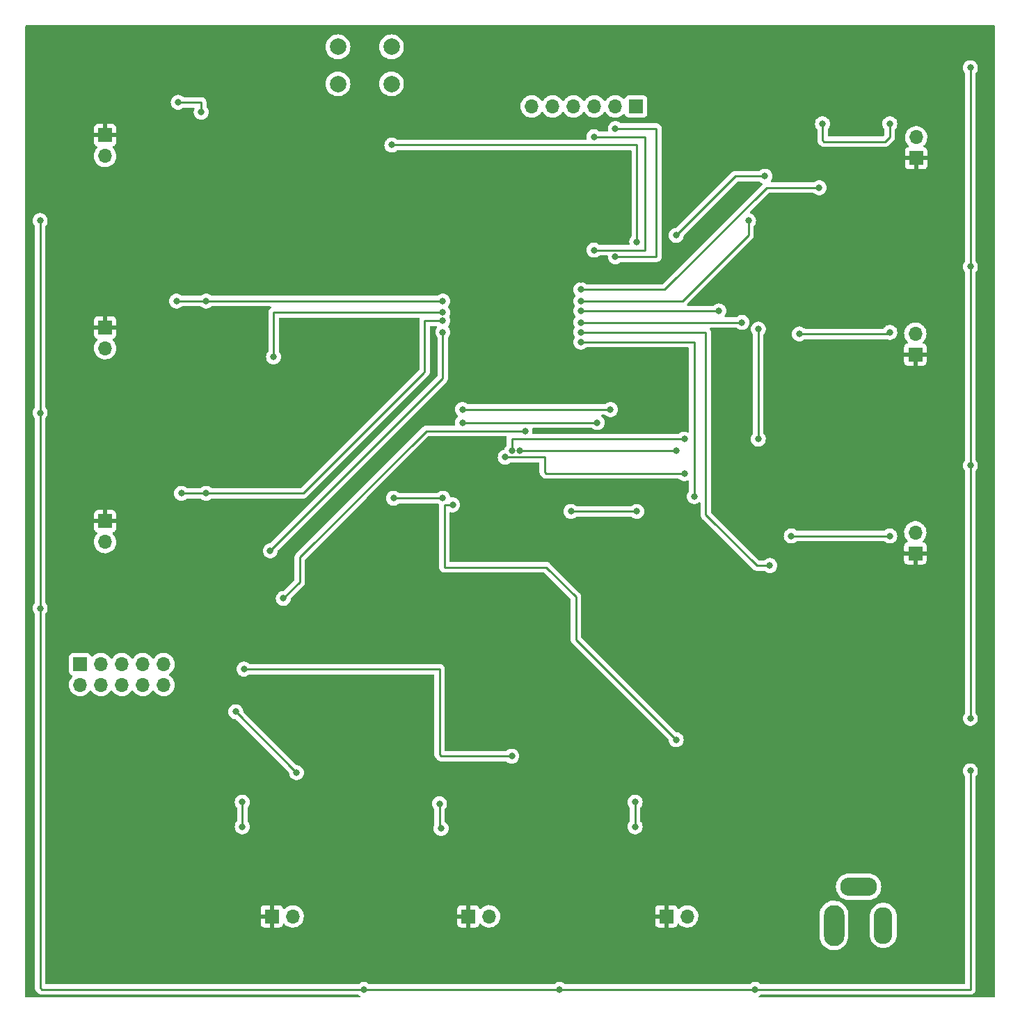
<source format=gbr>
%TF.GenerationSoftware,KiCad,Pcbnew,(6.0.5)*%
%TF.CreationDate,2023-11-04T00:18:56-05:00*%
%TF.ProjectId,ECE395_Digital_Target,45434533-3935-45f4-9469-676974616c5f,rev?*%
%TF.SameCoordinates,Original*%
%TF.FileFunction,Copper,L2,Bot*%
%TF.FilePolarity,Positive*%
%FSLAX46Y46*%
G04 Gerber Fmt 4.6, Leading zero omitted, Abs format (unit mm)*
G04 Created by KiCad (PCBNEW (6.0.5)) date 2023-11-04 00:18:56*
%MOMM*%
%LPD*%
G01*
G04 APERTURE LIST*
%TA.AperFunction,ComponentPad*%
%ADD10O,2.500000X5.000000*%
%TD*%
%TA.AperFunction,ComponentPad*%
%ADD11O,2.250000X4.500000*%
%TD*%
%TA.AperFunction,ComponentPad*%
%ADD12O,4.500000X2.250000*%
%TD*%
%TA.AperFunction,ComponentPad*%
%ADD13R,1.700000X1.700000*%
%TD*%
%TA.AperFunction,ComponentPad*%
%ADD14O,1.700000X1.700000*%
%TD*%
%TA.AperFunction,ComponentPad*%
%ADD15C,2.000000*%
%TD*%
%TA.AperFunction,ViaPad*%
%ADD16C,0.800000*%
%TD*%
%TA.AperFunction,Conductor*%
%ADD17C,0.250000*%
%TD*%
G04 APERTURE END LIST*
D10*
%TO.P,J0,1*%
%TO.N,+12V*%
X148000000Y-141600000D03*
D11*
%TO.P,J0,2*%
%TO.N,GND*%
X154000000Y-141600000D03*
D12*
%TO.P,J0,3*%
%TO.N,unconnected-(J0-Pad3)*%
X151000000Y-136900000D03*
%TD*%
D13*
%TO.P,S2,1,Pin_1*%
%TO.N,unconnected-(S2-Pad1)*%
X123925000Y-41900000D03*
D14*
%TO.P,S2,2,Pin_2*%
%TO.N,Net-(S2-Pad2)*%
X121385000Y-41900000D03*
%TO.P,S2,3,Pin_3*%
%TO.N,Net-(S2-Pad3)*%
X118845000Y-41900000D03*
%TO.P,S2,4,Pin_4*%
%TO.N,unconnected-(S2-Pad4)*%
X116305000Y-41900000D03*
%TO.P,S2,5,Pin_5*%
%TO.N,unconnected-(S2-Pad5)*%
X113765000Y-41900000D03*
%TO.P,S2,6,Pin_6*%
%TO.N,GND*%
X111225000Y-41900000D03*
%TD*%
D13*
%TO.P,J1,1,Pin_1*%
%TO.N,6.6V*%
X59300000Y-45400000D03*
D14*
%TO.P,J1,2,Pin_2*%
%TO.N,Net-(J1-Pad2)*%
X59300000Y-47940000D03*
%TD*%
%TO.P,J7,2,Pin_2*%
%TO.N,Net-(J7-Pad2)*%
X82140000Y-140500000D03*
D13*
%TO.P,J7,1,Pin_1*%
%TO.N,6.6V*%
X79600000Y-140500000D03*
%TD*%
D14*
%TO.P,J4,2,Pin_2*%
%TO.N,Net-(J4-Pad2)*%
X158000000Y-45660000D03*
D13*
%TO.P,J4,1,Pin_1*%
%TO.N,6.6V*%
X158000000Y-48200000D03*
%TD*%
%TO.P,J5,1,Pin_1*%
%TO.N,6.6V*%
X157900000Y-72100000D03*
D14*
%TO.P,J5,2,Pin_2*%
%TO.N,Net-(J5-Pad2)*%
X157900000Y-69560000D03*
%TD*%
%TO.P,S1,10,Pin_10*%
%TO.N,unconnected-(S1-Pad10)*%
X66420000Y-112340000D03*
%TO.P,S1,9,Pin_9*%
%TO.N,unconnected-(S1-Pad9)*%
X66420000Y-109800000D03*
%TO.P,S1,8,Pin_8*%
%TO.N,unconnected-(S1-Pad8)*%
X63880000Y-112340000D03*
%TO.P,S1,7,Pin_7*%
%TO.N,unconnected-(S1-Pad7)*%
X63880000Y-109800000D03*
%TO.P,S1,6,Pin_6*%
%TO.N,GND*%
X61340000Y-112340000D03*
%TO.P,S1,5,Pin_5*%
X61340000Y-109800000D03*
%TO.P,S1,4,Pin_4*%
%TO.N,Net-(S1-Pad4)*%
X58800000Y-112340000D03*
%TO.P,S1,3,Pin_3*%
%TO.N,unconnected-(S1-Pad3)*%
X58800000Y-109800000D03*
%TO.P,S1,2,Pin_2*%
%TO.N,Net-(S1-Pad2)*%
X56260000Y-112340000D03*
D13*
%TO.P,S1,1,Pin_1*%
%TO.N,unconnected-(S1-Pad1)*%
X56260000Y-109800000D03*
%TD*%
%TO.P,J9,1,Pin_1*%
%TO.N,6.6V*%
X127600000Y-140500000D03*
D14*
%TO.P,J9,2,Pin_2*%
%TO.N,Net-(J9-Pad2)*%
X130140000Y-140500000D03*
%TD*%
%TO.P,J6,2,Pin_2*%
%TO.N,Net-(J6-Pad2)*%
X157900000Y-93760000D03*
D13*
%TO.P,J6,1,Pin_1*%
%TO.N,6.6V*%
X157900000Y-96300000D03*
%TD*%
%TO.P,J8,1,Pin_1*%
%TO.N,6.6V*%
X103500000Y-140500000D03*
D14*
%TO.P,J8,2,Pin_2*%
%TO.N,Net-(J8-Pad2)*%
X106040000Y-140500000D03*
%TD*%
D15*
%TO.P,SW1,1,1*%
%TO.N,GND*%
X87650000Y-34650000D03*
X94150000Y-34650000D03*
%TO.P,SW1,2,2*%
%TO.N,Net-(C300-Pad1)*%
X94150000Y-39150000D03*
X87650000Y-39150000D03*
%TD*%
D13*
%TO.P,J3,1,Pin_1*%
%TO.N,6.6V*%
X59300000Y-92400000D03*
D14*
%TO.P,J3,2,Pin_2*%
%TO.N,Net-(J3-Pad2)*%
X59300000Y-94940000D03*
%TD*%
D13*
%TO.P,J2,1,Pin_1*%
%TO.N,6.6V*%
X59300000Y-68800000D03*
D14*
%TO.P,J2,2,Pin_2*%
%TO.N,Net-(J2-Pad2)*%
X59300000Y-71340000D03*
%TD*%
D16*
%TO.N,Net-(C300-Pad1)*%
X124000000Y-58400000D03*
%TO.N,Net-(S2-Pad2)*%
X121400000Y-44600000D03*
X121400000Y-60200000D03*
%TO.N,Net-(S2-Pad3)*%
X118800000Y-59400000D03*
X118800000Y-45600000D03*
%TO.N,Net-(U1-Pad12)*%
X138800000Y-82400000D03*
X138800000Y-69000000D03*
%TO.N,6.6V*%
X130200000Y-138400000D03*
X153400000Y-131400000D03*
%TO.N,Net-(NOT2-Pad5)*%
X123800000Y-129600000D03*
X123800000Y-126600000D03*
%TO.N,Net-(NOT2-Pad1)*%
X76000000Y-129600000D03*
X76000000Y-126600000D03*
%TO.N,Net-(NOT1-Pad3)*%
X68000000Y-65600000D03*
%TO.N,Net-(NOT1-Pad5)*%
X68600000Y-89000000D03*
%TO.N,Net-(NOT2-Pad3)*%
X100200000Y-129800000D03*
X100000000Y-126800000D03*
%TO.N,Net-(NOT1-Pad1)*%
X68200000Y-41400000D03*
X71000000Y-42600000D03*
%TO.N,GND*%
X154800000Y-94200000D03*
X142800000Y-94200000D03*
X154800000Y-69400000D03*
X143800000Y-69600000D03*
X146600000Y-44000000D03*
X154800000Y-44000000D03*
%TO.N,6.6V*%
X96400000Y-112200000D03*
X96400000Y-120400000D03*
%TO.N,Net-(D9-Pad2)*%
X101600000Y-90400000D03*
X128800000Y-119000000D03*
%TO.N,Net-(D8-Pad2)*%
X100400000Y-89600000D03*
X94400000Y-89600000D03*
X108800000Y-121000000D03*
X76200000Y-110400000D03*
%TO.N,Net-(D7-Pad2)*%
X75200000Y-115600000D03*
X82600000Y-123000000D03*
%TO.N,6.6V*%
X117200000Y-73800000D03*
X117000000Y-57600000D03*
%TO.N,Net-(D1-Pad2)*%
X102800000Y-78800000D03*
X120800000Y-78800000D03*
%TO.N,Net-(D2-Pad2)*%
X102800000Y-80400000D03*
X119200000Y-80400000D03*
%TO.N,Net-(C300-Pad1)*%
X116000000Y-91200000D03*
X124000000Y-91200000D03*
X94200000Y-46600000D03*
%TO.N,Net-(D3-Pad2)*%
X110400000Y-81400000D03*
X81000000Y-101800000D03*
%TO.N,Net-(U1-Pad11)*%
X109799503Y-83800000D03*
X128800000Y-83800000D03*
X128800000Y-57600000D03*
X139600000Y-50400000D03*
%TO.N,Net-(U1-Pad12)*%
X108800000Y-83800000D03*
%TO.N,Net-(U1-Pad13)*%
X129800000Y-86600000D03*
X108000000Y-84600000D03*
%TO.N,Net-(U1-Pad12)*%
X129800000Y-82400000D03*
%TO.N,Net-(NOT1-Pad8)*%
X117200000Y-70600000D03*
X131000000Y-89400000D03*
%TO.N,Net-(OP6-Pad6)*%
X117200000Y-69400000D03*
X140200000Y-97800000D03*
%TO.N,6.6V*%
X131000000Y-57600000D03*
X117200000Y-63000000D03*
%TO.N,Net-(OP4-Pad6)*%
X117200000Y-64200000D03*
%TO.N,Net-(NOT1-Pad12)*%
X137600000Y-55800000D03*
%TO.N,Net-(OP4-Pad6)*%
X146200000Y-51800000D03*
%TO.N,Net-(NOT1-Pad11)*%
X117200000Y-66800000D03*
X134000000Y-66800000D03*
%TO.N,Net-(NOT1-Pad10)*%
X117200000Y-68200000D03*
X136800000Y-68200000D03*
%TO.N,Net-(NOT1-Pad12)*%
X117200000Y-65600000D03*
%TO.N,Net-(NOT1-Pad4)*%
X100400000Y-67000000D03*
X79800000Y-72400000D03*
%TO.N,Net-(NOT1-Pad3)*%
X71600000Y-65600000D03*
X100400000Y-65600000D03*
%TO.N,Net-(NOT1-Pad5)*%
X100400000Y-68000000D03*
X71600000Y-89000000D03*
%TO.N,Net-(NOT1-Pad6)*%
X79400000Y-96000000D03*
X100400000Y-69400000D03*
%TO.N,+3V3*%
X51400000Y-55800000D03*
X51400000Y-79200000D03*
X51400000Y-103000000D03*
X90800000Y-149400000D03*
X114600000Y-149400000D03*
X138400000Y-149400000D03*
X164600000Y-122800000D03*
X164600000Y-37200000D03*
X164600000Y-61400000D03*
X164600000Y-85600000D03*
X164600000Y-116400000D03*
%TD*%
D17*
%TO.N,Net-(C300-Pad1)*%
X124000000Y-46600000D02*
X124000000Y-58400000D01*
%TO.N,Net-(S2-Pad2)*%
X126400000Y-60200000D02*
X121400000Y-60200000D01*
X126400000Y-44600000D02*
X126400000Y-60200000D01*
X121400000Y-44600000D02*
X126400000Y-44600000D01*
%TO.N,Net-(S2-Pad3)*%
X125000000Y-59400000D02*
X118800000Y-59400000D01*
X125000000Y-45600000D02*
X125000000Y-59400000D01*
X118800000Y-45600000D02*
X125000000Y-45600000D01*
%TO.N,Net-(U1-Pad12)*%
X138800000Y-80200000D02*
X138800000Y-82400000D01*
X138800000Y-69000000D02*
X138800000Y-80200000D01*
%TO.N,6.6V*%
X135400000Y-133200000D02*
X130200000Y-138400000D01*
X151600000Y-133200000D02*
X135400000Y-133200000D01*
X153400000Y-131400000D02*
X151600000Y-133200000D01*
%TO.N,Net-(NOT2-Pad5)*%
X123800000Y-126600000D02*
X123800000Y-129600000D01*
%TO.N,Net-(NOT2-Pad1)*%
X76000000Y-126600000D02*
X76000000Y-129600000D01*
%TO.N,Net-(NOT1-Pad3)*%
X71600000Y-65600000D02*
X68000000Y-65600000D01*
%TO.N,Net-(NOT1-Pad5)*%
X71600000Y-89000000D02*
X68600000Y-89000000D01*
%TO.N,Net-(NOT2-Pad3)*%
X100000000Y-126800000D02*
X100000000Y-129600000D01*
X100000000Y-129600000D02*
X100200000Y-129800000D01*
%TO.N,Net-(NOT1-Pad1)*%
X71000000Y-41400000D02*
X68200000Y-41400000D01*
X71000000Y-42600000D02*
X71000000Y-41400000D01*
%TO.N,GND*%
X142800000Y-94200000D02*
X154800000Y-94200000D01*
X154600000Y-69600000D02*
X154800000Y-69400000D01*
X143800000Y-69600000D02*
X154600000Y-69600000D01*
X146600000Y-46000000D02*
X146600000Y-44000000D01*
X154200000Y-46200000D02*
X146800000Y-46200000D01*
X154800000Y-45600000D02*
X154200000Y-46200000D01*
X154800000Y-44000000D02*
X154800000Y-45600000D01*
X146800000Y-46200000D02*
X146600000Y-46000000D01*
%TO.N,6.6V*%
X96400000Y-120400000D02*
X96400000Y-112200000D01*
%TO.N,Net-(D9-Pad2)*%
X100600000Y-90400000D02*
X101600000Y-90400000D01*
X100600000Y-98000000D02*
X100600000Y-90400000D01*
X113000000Y-98000000D02*
X100600000Y-98000000D01*
X116600000Y-101600000D02*
X113000000Y-98000000D01*
X116600000Y-106800000D02*
X116600000Y-101600000D01*
X128800000Y-119000000D02*
X116600000Y-106800000D01*
%TO.N,Net-(D8-Pad2)*%
X94400000Y-89600000D02*
X100400000Y-89600000D01*
X100200000Y-121000000D02*
X100000000Y-120800000D01*
X100000000Y-110400000D02*
X76200000Y-110400000D01*
X108800000Y-121000000D02*
X100200000Y-121000000D01*
X100000000Y-120800000D02*
X100000000Y-110400000D01*
%TO.N,Net-(D7-Pad2)*%
X82600000Y-123000000D02*
X75200000Y-115600000D01*
%TO.N,6.6V*%
X115800000Y-72400000D02*
X117200000Y-73800000D01*
X117000000Y-60000000D02*
X115800000Y-61200000D01*
X117000000Y-57600000D02*
X117000000Y-60000000D01*
X115800000Y-61200000D02*
X115800000Y-72400000D01*
%TO.N,Net-(D1-Pad2)*%
X102800000Y-78800000D02*
X120800000Y-78800000D01*
%TO.N,Net-(D2-Pad2)*%
X102800000Y-80400000D02*
X119200000Y-80400000D01*
%TO.N,Net-(C300-Pad1)*%
X124000000Y-91200000D02*
X116000000Y-91200000D01*
X94200000Y-46600000D02*
X124000000Y-46600000D01*
%TO.N,Net-(D3-Pad2)*%
X98400000Y-81400000D02*
X110400000Y-81400000D01*
X83000000Y-96800000D02*
X98400000Y-81400000D01*
X83000000Y-99800000D02*
X83000000Y-96800000D01*
X81000000Y-101800000D02*
X83000000Y-99800000D01*
%TO.N,Net-(U1-Pad11)*%
X109800000Y-83800000D02*
X109799503Y-83800000D01*
X128800000Y-83800000D02*
X109800000Y-83800000D01*
X136800000Y-50400000D02*
X136000000Y-50400000D01*
X139600000Y-50400000D02*
X136800000Y-50400000D01*
X136000000Y-50400000D02*
X128800000Y-57600000D01*
%TO.N,Net-(U1-Pad12)*%
X108800000Y-82400000D02*
X108800000Y-83800000D01*
%TO.N,Net-(U1-Pad13)*%
X112800000Y-84600000D02*
X108000000Y-84600000D01*
X129800000Y-86600000D02*
X113000000Y-86600000D01*
X113000000Y-86600000D02*
X112800000Y-86400000D01*
X112800000Y-86400000D02*
X112800000Y-84600000D01*
%TO.N,Net-(U1-Pad12)*%
X129800000Y-82400000D02*
X108800000Y-82400000D01*
%TO.N,Net-(NOT1-Pad8)*%
X131000000Y-70600000D02*
X117200000Y-70600000D01*
X131000000Y-89400000D02*
X131000000Y-70600000D01*
%TO.N,Net-(OP6-Pad6)*%
X132400000Y-69400000D02*
X117200000Y-69400000D01*
X132400000Y-91600000D02*
X132400000Y-69400000D01*
X132800000Y-92000000D02*
X132400000Y-91600000D01*
X138600000Y-97800000D02*
X132800000Y-92000000D01*
X140200000Y-97800000D02*
X138600000Y-97800000D01*
%TO.N,6.6V*%
X131000000Y-57600000D02*
X125600000Y-63000000D01*
X125600000Y-63000000D02*
X117200000Y-63000000D01*
%TO.N,Net-(NOT1-Pad12)*%
X137600000Y-57600000D02*
X129600000Y-65600000D01*
X137600000Y-55800000D02*
X137600000Y-57600000D01*
%TO.N,Net-(OP4-Pad6)*%
X127400000Y-64200000D02*
X117200000Y-64200000D01*
X139800000Y-51800000D02*
X127400000Y-64200000D01*
X146200000Y-51800000D02*
X139800000Y-51800000D01*
%TO.N,Net-(NOT1-Pad12)*%
X129600000Y-65600000D02*
X117200000Y-65600000D01*
%TO.N,Net-(NOT1-Pad11)*%
X134000000Y-66800000D02*
X117200000Y-66800000D01*
%TO.N,Net-(NOT1-Pad10)*%
X136800000Y-68200000D02*
X117200000Y-68200000D01*
%TO.N,Net-(NOT1-Pad4)*%
X79800000Y-67000000D02*
X100400000Y-67000000D01*
X79800000Y-72400000D02*
X79800000Y-67000000D01*
%TO.N,Net-(NOT1-Pad3)*%
X71600000Y-65600000D02*
X100400000Y-65600000D01*
%TO.N,Net-(NOT1-Pad5)*%
X98200000Y-68000000D02*
X100400000Y-68000000D01*
X98000000Y-74400000D02*
X98200000Y-74200000D01*
X83800000Y-88600000D02*
X98000000Y-74400000D01*
X71600000Y-89000000D02*
X83400000Y-89000000D01*
X98200000Y-74200000D02*
X98200000Y-68000000D01*
X83400000Y-89000000D02*
X83800000Y-88600000D01*
%TO.N,Net-(NOT1-Pad6)*%
X79400000Y-96000000D02*
X100400000Y-75000000D01*
X100400000Y-75000000D02*
X100400000Y-69400000D01*
%TO.N,+3V3*%
X51400000Y-79200000D02*
X51400000Y-55800000D01*
X51400000Y-103000000D02*
X51400000Y-79200000D01*
X51400000Y-149200000D02*
X51400000Y-103000000D01*
X90800000Y-149400000D02*
X51600000Y-149400000D01*
X51600000Y-149400000D02*
X51400000Y-149200000D01*
X114600000Y-149400000D02*
X90800000Y-149400000D01*
X138400000Y-149400000D02*
X114600000Y-149400000D01*
X164600000Y-149400000D02*
X138400000Y-149400000D01*
X164600000Y-122800000D02*
X164600000Y-149400000D01*
X164600000Y-61400000D02*
X164600000Y-37200000D01*
X164600000Y-85600000D02*
X164600000Y-61400000D01*
X164600000Y-116400000D02*
X164600000Y-85600000D01*
%TD*%
%TA.AperFunction,Conductor*%
%TO.N,6.6V*%
G36*
X167542121Y-32020002D02*
G01*
X167588614Y-32073658D01*
X167600000Y-32126000D01*
X167600000Y-150274000D01*
X167579998Y-150342121D01*
X167526342Y-150388614D01*
X167474000Y-150400000D01*
X138957038Y-150400000D01*
X138888917Y-150379998D01*
X138842424Y-150326342D01*
X138832320Y-150256068D01*
X138861814Y-150191488D01*
X138882977Y-150172064D01*
X139005914Y-150082745D01*
X139011253Y-150078866D01*
X139015668Y-150073963D01*
X139020580Y-150069540D01*
X139021705Y-150070789D01*
X139075014Y-150037949D01*
X139108200Y-150033500D01*
X164528207Y-150033500D01*
X164551816Y-150035732D01*
X164552119Y-150035790D01*
X164552123Y-150035790D01*
X164559906Y-150037275D01*
X164615951Y-150033749D01*
X164623862Y-150033500D01*
X164639856Y-150033500D01*
X164655730Y-150031494D01*
X164663590Y-150030752D01*
X164691049Y-150029024D01*
X164711737Y-150027723D01*
X164711738Y-150027723D01*
X164719650Y-150027225D01*
X164727191Y-150024775D01*
X164727487Y-150024679D01*
X164750631Y-150019506D01*
X164750935Y-150019468D01*
X164750940Y-150019467D01*
X164758797Y-150018474D01*
X164766162Y-150015558D01*
X164766166Y-150015557D01*
X164811011Y-149997801D01*
X164818430Y-149995129D01*
X164871875Y-149977764D01*
X164878572Y-149973514D01*
X164878831Y-149973350D01*
X164899958Y-149962585D01*
X164900246Y-149962471D01*
X164900251Y-149962468D01*
X164907617Y-149959552D01*
X164914025Y-149954896D01*
X164914031Y-149954893D01*
X164953052Y-149926542D01*
X164959589Y-149922099D01*
X165007018Y-149892000D01*
X165012659Y-149885993D01*
X165030446Y-149870312D01*
X165030691Y-149870134D01*
X165030693Y-149870132D01*
X165037107Y-149865472D01*
X165042162Y-149859362D01*
X165072903Y-149822204D01*
X165078134Y-149816270D01*
X165111158Y-149781102D01*
X165111160Y-149781099D01*
X165116586Y-149775321D01*
X165120558Y-149768097D01*
X165133881Y-149748494D01*
X165134080Y-149748254D01*
X165134084Y-149748247D01*
X165139133Y-149742144D01*
X165163047Y-149691324D01*
X165166629Y-149684292D01*
X165193695Y-149635060D01*
X165195665Y-149627385D01*
X165195668Y-149627379D01*
X165195744Y-149627081D01*
X165203776Y-149604772D01*
X165203906Y-149604497D01*
X165203909Y-149604489D01*
X165207283Y-149597318D01*
X165217806Y-149542151D01*
X165219532Y-149534429D01*
X165231529Y-149487707D01*
X165231529Y-149487706D01*
X165233500Y-149480030D01*
X165233500Y-149471793D01*
X165235732Y-149448184D01*
X165235790Y-149447881D01*
X165235790Y-149447877D01*
X165237275Y-149440094D01*
X165233749Y-149384049D01*
X165233500Y-149376138D01*
X165233500Y-123502524D01*
X165253502Y-123434403D01*
X165265858Y-123418221D01*
X165339040Y-123336944D01*
X165434527Y-123171556D01*
X165493542Y-122989928D01*
X165513504Y-122800000D01*
X165495473Y-122628444D01*
X165494232Y-122616635D01*
X165494232Y-122616633D01*
X165493542Y-122610072D01*
X165434527Y-122428444D01*
X165339040Y-122263056D01*
X165222740Y-122133891D01*
X165215675Y-122126045D01*
X165215674Y-122126044D01*
X165211253Y-122121134D01*
X165056752Y-122008882D01*
X165050724Y-122006198D01*
X165050722Y-122006197D01*
X164888319Y-121933891D01*
X164888318Y-121933891D01*
X164882288Y-121931206D01*
X164788887Y-121911353D01*
X164701944Y-121892872D01*
X164701939Y-121892872D01*
X164695487Y-121891500D01*
X164504513Y-121891500D01*
X164498061Y-121892872D01*
X164498056Y-121892872D01*
X164411113Y-121911353D01*
X164317712Y-121931206D01*
X164311682Y-121933891D01*
X164311681Y-121933891D01*
X164149278Y-122006197D01*
X164149276Y-122006198D01*
X164143248Y-122008882D01*
X163988747Y-122121134D01*
X163984326Y-122126044D01*
X163984325Y-122126045D01*
X163977261Y-122133891D01*
X163860960Y-122263056D01*
X163765473Y-122428444D01*
X163706458Y-122610072D01*
X163705768Y-122616633D01*
X163705768Y-122616635D01*
X163704527Y-122628444D01*
X163686496Y-122800000D01*
X163706458Y-122989928D01*
X163765473Y-123171556D01*
X163860960Y-123336944D01*
X163934137Y-123418215D01*
X163964853Y-123482221D01*
X163966500Y-123502524D01*
X163966500Y-148640500D01*
X163946498Y-148708621D01*
X163892842Y-148755114D01*
X163840500Y-148766500D01*
X139108200Y-148766500D01*
X139040079Y-148746498D01*
X139020853Y-148730157D01*
X139020580Y-148730460D01*
X139015668Y-148726037D01*
X139011253Y-148721134D01*
X138856752Y-148608882D01*
X138850724Y-148606198D01*
X138850722Y-148606197D01*
X138688319Y-148533891D01*
X138688318Y-148533891D01*
X138682288Y-148531206D01*
X138588887Y-148511353D01*
X138501944Y-148492872D01*
X138501939Y-148492872D01*
X138495487Y-148491500D01*
X138304513Y-148491500D01*
X138298061Y-148492872D01*
X138298056Y-148492872D01*
X138211113Y-148511353D01*
X138117712Y-148531206D01*
X138111682Y-148533891D01*
X138111681Y-148533891D01*
X137949278Y-148606197D01*
X137949276Y-148606198D01*
X137943248Y-148608882D01*
X137788747Y-148721134D01*
X137784332Y-148726037D01*
X137779420Y-148730460D01*
X137778295Y-148729211D01*
X137724986Y-148762051D01*
X137691800Y-148766500D01*
X115308200Y-148766500D01*
X115240079Y-148746498D01*
X115220853Y-148730157D01*
X115220580Y-148730460D01*
X115215668Y-148726037D01*
X115211253Y-148721134D01*
X115056752Y-148608882D01*
X115050724Y-148606198D01*
X115050722Y-148606197D01*
X114888319Y-148533891D01*
X114888318Y-148533891D01*
X114882288Y-148531206D01*
X114788887Y-148511353D01*
X114701944Y-148492872D01*
X114701939Y-148492872D01*
X114695487Y-148491500D01*
X114504513Y-148491500D01*
X114498061Y-148492872D01*
X114498056Y-148492872D01*
X114411113Y-148511353D01*
X114317712Y-148531206D01*
X114311682Y-148533891D01*
X114311681Y-148533891D01*
X114149278Y-148606197D01*
X114149276Y-148606198D01*
X114143248Y-148608882D01*
X113988747Y-148721134D01*
X113984332Y-148726037D01*
X113979420Y-148730460D01*
X113978295Y-148729211D01*
X113924986Y-148762051D01*
X113891800Y-148766500D01*
X91508200Y-148766500D01*
X91440079Y-148746498D01*
X91420853Y-148730157D01*
X91420580Y-148730460D01*
X91415668Y-148726037D01*
X91411253Y-148721134D01*
X91256752Y-148608882D01*
X91250724Y-148606198D01*
X91250722Y-148606197D01*
X91088319Y-148533891D01*
X91088318Y-148533891D01*
X91082288Y-148531206D01*
X90988887Y-148511353D01*
X90901944Y-148492872D01*
X90901939Y-148492872D01*
X90895487Y-148491500D01*
X90704513Y-148491500D01*
X90698061Y-148492872D01*
X90698056Y-148492872D01*
X90611113Y-148511353D01*
X90517712Y-148531206D01*
X90511682Y-148533891D01*
X90511681Y-148533891D01*
X90349278Y-148606197D01*
X90349276Y-148606198D01*
X90343248Y-148608882D01*
X90188747Y-148721134D01*
X90184332Y-148726037D01*
X90179420Y-148730460D01*
X90178295Y-148729211D01*
X90124986Y-148762051D01*
X90091800Y-148766500D01*
X52159500Y-148766500D01*
X52091379Y-148746498D01*
X52044886Y-148692842D01*
X52033500Y-148640500D01*
X52033500Y-142916354D01*
X146241500Y-142916354D01*
X146241673Y-142918679D01*
X146241673Y-142918685D01*
X146245962Y-142976392D01*
X146255939Y-143110652D01*
X146256968Y-143115200D01*
X146256969Y-143115206D01*
X146282159Y-143226528D01*
X146313623Y-143365577D01*
X146408353Y-143609177D01*
X146538049Y-143836098D01*
X146699862Y-144041357D01*
X146890237Y-144220443D01*
X146978194Y-144281461D01*
X147095966Y-144363163D01*
X147104991Y-144369424D01*
X147109181Y-144371490D01*
X147109184Y-144371492D01*
X147335219Y-144482960D01*
X147335222Y-144482961D01*
X147339407Y-144485025D01*
X147343850Y-144486447D01*
X147343852Y-144486448D01*
X147583877Y-144563280D01*
X147588335Y-144564707D01*
X147846307Y-144606721D01*
X147960058Y-144608210D01*
X148102978Y-144610081D01*
X148102981Y-144610081D01*
X148107655Y-144610142D01*
X148366638Y-144574896D01*
X148617567Y-144501757D01*
X148653862Y-144485025D01*
X148672112Y-144476611D01*
X148854928Y-144392332D01*
X148904976Y-144359519D01*
X149069596Y-144251590D01*
X149069601Y-144251586D01*
X149073509Y-144249024D01*
X149268506Y-144074982D01*
X149435637Y-143874030D01*
X149546168Y-143691881D01*
X149568804Y-143654578D01*
X149568806Y-143654574D01*
X149571229Y-143650581D01*
X149672303Y-143409545D01*
X149736641Y-143156217D01*
X149758500Y-142939133D01*
X149758500Y-142789180D01*
X152366500Y-142789180D01*
X152381622Y-142981326D01*
X152382776Y-142986133D01*
X152382777Y-142986139D01*
X152412670Y-143110652D01*
X152441645Y-143231340D01*
X152443538Y-143235911D01*
X152443539Y-143235913D01*
X152517245Y-143413854D01*
X152540040Y-143468887D01*
X152674384Y-143688116D01*
X152841369Y-143883631D01*
X153036884Y-144050616D01*
X153256113Y-144184960D01*
X153260683Y-144186853D01*
X153260687Y-144186855D01*
X153403252Y-144245907D01*
X153493660Y-144283355D01*
X153580502Y-144304204D01*
X153738861Y-144342223D01*
X153738867Y-144342224D01*
X153743674Y-144343378D01*
X154000000Y-144363551D01*
X154256326Y-144343378D01*
X154261133Y-144342224D01*
X154261139Y-144342223D01*
X154419498Y-144304204D01*
X154506340Y-144283355D01*
X154596748Y-144245907D01*
X154739313Y-144186855D01*
X154739317Y-144186853D01*
X154743887Y-144184960D01*
X154963116Y-144050616D01*
X155158631Y-143883631D01*
X155325616Y-143688116D01*
X155459960Y-143468887D01*
X155482756Y-143413854D01*
X155556461Y-143235913D01*
X155556462Y-143235911D01*
X155558355Y-143231340D01*
X155587330Y-143110652D01*
X155617223Y-142986139D01*
X155617224Y-142986133D01*
X155618378Y-142981326D01*
X155633500Y-142789180D01*
X155633500Y-140410820D01*
X155618378Y-140218674D01*
X155588447Y-140094000D01*
X155575302Y-140039248D01*
X155558355Y-139968660D01*
X155504640Y-139838980D01*
X155461855Y-139735687D01*
X155461853Y-139735683D01*
X155459960Y-139731113D01*
X155325616Y-139511884D01*
X155158631Y-139316369D01*
X154963116Y-139149384D01*
X154743887Y-139015040D01*
X154739317Y-139013147D01*
X154739313Y-139013145D01*
X154510913Y-138918539D01*
X154510911Y-138918538D01*
X154506340Y-138916645D01*
X154419498Y-138895796D01*
X154261139Y-138857777D01*
X154261133Y-138857776D01*
X154256326Y-138856622D01*
X154000000Y-138836449D01*
X153743674Y-138856622D01*
X153738867Y-138857776D01*
X153738861Y-138857777D01*
X153580502Y-138895796D01*
X153493660Y-138916645D01*
X153489089Y-138918538D01*
X153489087Y-138918539D01*
X153260687Y-139013145D01*
X153260683Y-139013147D01*
X153256113Y-139015040D01*
X153036884Y-139149384D01*
X152841369Y-139316369D01*
X152674384Y-139511884D01*
X152540040Y-139731113D01*
X152538147Y-139735683D01*
X152538145Y-139735687D01*
X152495360Y-139838980D01*
X152441645Y-139968660D01*
X152424698Y-140039248D01*
X152411554Y-140094000D01*
X152381622Y-140218674D01*
X152366500Y-140410820D01*
X152366500Y-142789180D01*
X149758500Y-142789180D01*
X149758500Y-140283646D01*
X149756574Y-140257729D01*
X149744407Y-140094000D01*
X149744406Y-140093996D01*
X149744061Y-140089348D01*
X149738715Y-140065720D01*
X149687408Y-139838980D01*
X149686377Y-139834423D01*
X149621767Y-139668277D01*
X149593340Y-139595176D01*
X149593339Y-139595173D01*
X149591647Y-139590823D01*
X149461951Y-139363902D01*
X149300138Y-139158643D01*
X149109763Y-138979557D01*
X148931995Y-138856234D01*
X148898851Y-138833241D01*
X148898848Y-138833239D01*
X148895009Y-138830576D01*
X148890816Y-138828508D01*
X148664781Y-138717040D01*
X148664778Y-138717039D01*
X148660593Y-138714975D01*
X148614449Y-138700204D01*
X148416123Y-138636720D01*
X148411665Y-138635293D01*
X148153693Y-138593279D01*
X148039942Y-138591790D01*
X147897022Y-138589919D01*
X147897019Y-138589919D01*
X147892345Y-138589858D01*
X147633362Y-138625104D01*
X147382433Y-138698243D01*
X147378180Y-138700203D01*
X147378179Y-138700204D01*
X147341659Y-138717040D01*
X147145072Y-138807668D01*
X147106067Y-138833241D01*
X146930404Y-138948410D01*
X146930399Y-138948414D01*
X146926491Y-138950976D01*
X146731494Y-139125018D01*
X146564363Y-139325970D01*
X146561934Y-139329973D01*
X146448989Y-139516101D01*
X146428771Y-139549419D01*
X146327697Y-139790455D01*
X146263359Y-140043783D01*
X146241500Y-140260867D01*
X146241500Y-142916354D01*
X52033500Y-142916354D01*
X52033500Y-141394669D01*
X78242001Y-141394669D01*
X78242371Y-141401490D01*
X78247895Y-141452352D01*
X78251521Y-141467604D01*
X78296676Y-141588054D01*
X78305214Y-141603649D01*
X78381715Y-141705724D01*
X78394276Y-141718285D01*
X78496351Y-141794786D01*
X78511946Y-141803324D01*
X78632394Y-141848478D01*
X78647649Y-141852105D01*
X78698514Y-141857631D01*
X78705328Y-141858000D01*
X79327885Y-141858000D01*
X79343124Y-141853525D01*
X79344329Y-141852135D01*
X79346000Y-141844452D01*
X79346000Y-141839884D01*
X79854000Y-141839884D01*
X79858475Y-141855123D01*
X79859865Y-141856328D01*
X79867548Y-141857999D01*
X80494669Y-141857999D01*
X80501490Y-141857629D01*
X80552352Y-141852105D01*
X80567604Y-141848479D01*
X80688054Y-141803324D01*
X80703649Y-141794786D01*
X80805724Y-141718285D01*
X80818285Y-141705724D01*
X80894786Y-141603649D01*
X80903324Y-141588054D01*
X80944225Y-141478952D01*
X80986867Y-141422188D01*
X81053428Y-141397488D01*
X81122777Y-141412696D01*
X81157444Y-141440684D01*
X81182865Y-141470031D01*
X81182869Y-141470035D01*
X81186250Y-141473938D01*
X81358126Y-141616632D01*
X81551000Y-141729338D01*
X81759692Y-141809030D01*
X81764760Y-141810061D01*
X81764763Y-141810062D01*
X81872017Y-141831883D01*
X81978597Y-141853567D01*
X81983772Y-141853757D01*
X81983774Y-141853757D01*
X82196673Y-141861564D01*
X82196677Y-141861564D01*
X82201837Y-141861753D01*
X82206957Y-141861097D01*
X82206959Y-141861097D01*
X82418288Y-141834025D01*
X82418289Y-141834025D01*
X82423416Y-141833368D01*
X82428366Y-141831883D01*
X82632429Y-141770661D01*
X82632434Y-141770659D01*
X82637384Y-141769174D01*
X82837994Y-141670896D01*
X83019860Y-141541173D01*
X83166877Y-141394669D01*
X102142001Y-141394669D01*
X102142371Y-141401490D01*
X102147895Y-141452352D01*
X102151521Y-141467604D01*
X102196676Y-141588054D01*
X102205214Y-141603649D01*
X102281715Y-141705724D01*
X102294276Y-141718285D01*
X102396351Y-141794786D01*
X102411946Y-141803324D01*
X102532394Y-141848478D01*
X102547649Y-141852105D01*
X102598514Y-141857631D01*
X102605328Y-141858000D01*
X103227885Y-141858000D01*
X103243124Y-141853525D01*
X103244329Y-141852135D01*
X103246000Y-141844452D01*
X103246000Y-141839884D01*
X103754000Y-141839884D01*
X103758475Y-141855123D01*
X103759865Y-141856328D01*
X103767548Y-141857999D01*
X104394669Y-141857999D01*
X104401490Y-141857629D01*
X104452352Y-141852105D01*
X104467604Y-141848479D01*
X104588054Y-141803324D01*
X104603649Y-141794786D01*
X104705724Y-141718285D01*
X104718285Y-141705724D01*
X104794786Y-141603649D01*
X104803324Y-141588054D01*
X104844225Y-141478952D01*
X104886867Y-141422188D01*
X104953428Y-141397488D01*
X105022777Y-141412696D01*
X105057444Y-141440684D01*
X105082865Y-141470031D01*
X105082869Y-141470035D01*
X105086250Y-141473938D01*
X105258126Y-141616632D01*
X105451000Y-141729338D01*
X105659692Y-141809030D01*
X105664760Y-141810061D01*
X105664763Y-141810062D01*
X105772017Y-141831883D01*
X105878597Y-141853567D01*
X105883772Y-141853757D01*
X105883774Y-141853757D01*
X106096673Y-141861564D01*
X106096677Y-141861564D01*
X106101837Y-141861753D01*
X106106957Y-141861097D01*
X106106959Y-141861097D01*
X106318288Y-141834025D01*
X106318289Y-141834025D01*
X106323416Y-141833368D01*
X106328366Y-141831883D01*
X106532429Y-141770661D01*
X106532434Y-141770659D01*
X106537384Y-141769174D01*
X106737994Y-141670896D01*
X106919860Y-141541173D01*
X107066877Y-141394669D01*
X126242001Y-141394669D01*
X126242371Y-141401490D01*
X126247895Y-141452352D01*
X126251521Y-141467604D01*
X126296676Y-141588054D01*
X126305214Y-141603649D01*
X126381715Y-141705724D01*
X126394276Y-141718285D01*
X126496351Y-141794786D01*
X126511946Y-141803324D01*
X126632394Y-141848478D01*
X126647649Y-141852105D01*
X126698514Y-141857631D01*
X126705328Y-141858000D01*
X127327885Y-141858000D01*
X127343124Y-141853525D01*
X127344329Y-141852135D01*
X127346000Y-141844452D01*
X127346000Y-141839884D01*
X127854000Y-141839884D01*
X127858475Y-141855123D01*
X127859865Y-141856328D01*
X127867548Y-141857999D01*
X128494669Y-141857999D01*
X128501490Y-141857629D01*
X128552352Y-141852105D01*
X128567604Y-141848479D01*
X128688054Y-141803324D01*
X128703649Y-141794786D01*
X128805724Y-141718285D01*
X128818285Y-141705724D01*
X128894786Y-141603649D01*
X128903324Y-141588054D01*
X128944225Y-141478952D01*
X128986867Y-141422188D01*
X129053428Y-141397488D01*
X129122777Y-141412696D01*
X129157444Y-141440684D01*
X129182865Y-141470031D01*
X129182869Y-141470035D01*
X129186250Y-141473938D01*
X129358126Y-141616632D01*
X129551000Y-141729338D01*
X129759692Y-141809030D01*
X129764760Y-141810061D01*
X129764763Y-141810062D01*
X129872017Y-141831883D01*
X129978597Y-141853567D01*
X129983772Y-141853757D01*
X129983774Y-141853757D01*
X130196673Y-141861564D01*
X130196677Y-141861564D01*
X130201837Y-141861753D01*
X130206957Y-141861097D01*
X130206959Y-141861097D01*
X130418288Y-141834025D01*
X130418289Y-141834025D01*
X130423416Y-141833368D01*
X130428366Y-141831883D01*
X130632429Y-141770661D01*
X130632434Y-141770659D01*
X130637384Y-141769174D01*
X130837994Y-141670896D01*
X131019860Y-141541173D01*
X131178096Y-141383489D01*
X131308453Y-141202077D01*
X131407430Y-141001811D01*
X131472370Y-140788069D01*
X131501529Y-140566590D01*
X131503156Y-140500000D01*
X131484852Y-140277361D01*
X131430431Y-140060702D01*
X131341354Y-139855840D01*
X131263624Y-139735687D01*
X131222822Y-139672617D01*
X131222820Y-139672614D01*
X131220014Y-139668277D01*
X131069670Y-139503051D01*
X131065619Y-139499852D01*
X131065615Y-139499848D01*
X130898414Y-139367800D01*
X130898410Y-139367798D01*
X130894359Y-139364598D01*
X130698789Y-139256638D01*
X130693920Y-139254914D01*
X130693916Y-139254912D01*
X130493087Y-139183795D01*
X130493083Y-139183794D01*
X130488212Y-139182069D01*
X130483119Y-139181162D01*
X130483116Y-139181161D01*
X130273373Y-139143800D01*
X130273367Y-139143799D01*
X130268284Y-139142894D01*
X130194452Y-139141992D01*
X130050081Y-139140228D01*
X130050079Y-139140228D01*
X130044911Y-139140165D01*
X129824091Y-139173955D01*
X129611756Y-139243357D01*
X129581443Y-139259137D01*
X129477674Y-139313156D01*
X129413607Y-139346507D01*
X129409474Y-139349610D01*
X129409471Y-139349612D01*
X129326450Y-139411946D01*
X129234965Y-139480635D01*
X129231393Y-139484373D01*
X129153898Y-139565466D01*
X129092374Y-139600895D01*
X129021462Y-139597438D01*
X128963676Y-139556192D01*
X128944823Y-139522644D01*
X128903324Y-139411946D01*
X128894786Y-139396351D01*
X128818285Y-139294276D01*
X128805724Y-139281715D01*
X128703649Y-139205214D01*
X128688054Y-139196676D01*
X128567606Y-139151522D01*
X128552351Y-139147895D01*
X128501486Y-139142369D01*
X128494672Y-139142000D01*
X127872115Y-139142000D01*
X127856876Y-139146475D01*
X127855671Y-139147865D01*
X127854000Y-139155548D01*
X127854000Y-141839884D01*
X127346000Y-141839884D01*
X127346000Y-140772115D01*
X127341525Y-140756876D01*
X127340135Y-140755671D01*
X127332452Y-140754000D01*
X126260116Y-140754000D01*
X126244877Y-140758475D01*
X126243672Y-140759865D01*
X126242001Y-140767548D01*
X126242001Y-141394669D01*
X107066877Y-141394669D01*
X107078096Y-141383489D01*
X107208453Y-141202077D01*
X107307430Y-141001811D01*
X107372370Y-140788069D01*
X107401529Y-140566590D01*
X107403156Y-140500000D01*
X107384852Y-140277361D01*
X107372424Y-140227885D01*
X126242000Y-140227885D01*
X126246475Y-140243124D01*
X126247865Y-140244329D01*
X126255548Y-140246000D01*
X127327885Y-140246000D01*
X127343124Y-140241525D01*
X127344329Y-140240135D01*
X127346000Y-140232452D01*
X127346000Y-139160116D01*
X127341525Y-139144877D01*
X127340135Y-139143672D01*
X127332452Y-139142001D01*
X126705331Y-139142001D01*
X126698510Y-139142371D01*
X126647648Y-139147895D01*
X126632396Y-139151521D01*
X126511946Y-139196676D01*
X126496351Y-139205214D01*
X126394276Y-139281715D01*
X126381715Y-139294276D01*
X126305214Y-139396351D01*
X126296676Y-139411946D01*
X126251522Y-139532394D01*
X126247895Y-139547649D01*
X126242369Y-139598514D01*
X126242000Y-139605328D01*
X126242000Y-140227885D01*
X107372424Y-140227885D01*
X107330431Y-140060702D01*
X107241354Y-139855840D01*
X107163624Y-139735687D01*
X107122822Y-139672617D01*
X107122820Y-139672614D01*
X107120014Y-139668277D01*
X106969670Y-139503051D01*
X106965619Y-139499852D01*
X106965615Y-139499848D01*
X106798414Y-139367800D01*
X106798410Y-139367798D01*
X106794359Y-139364598D01*
X106598789Y-139256638D01*
X106593920Y-139254914D01*
X106593916Y-139254912D01*
X106393087Y-139183795D01*
X106393083Y-139183794D01*
X106388212Y-139182069D01*
X106383119Y-139181162D01*
X106383116Y-139181161D01*
X106173373Y-139143800D01*
X106173367Y-139143799D01*
X106168284Y-139142894D01*
X106094452Y-139141992D01*
X105950081Y-139140228D01*
X105950079Y-139140228D01*
X105944911Y-139140165D01*
X105724091Y-139173955D01*
X105511756Y-139243357D01*
X105481443Y-139259137D01*
X105377674Y-139313156D01*
X105313607Y-139346507D01*
X105309474Y-139349610D01*
X105309471Y-139349612D01*
X105226450Y-139411946D01*
X105134965Y-139480635D01*
X105131393Y-139484373D01*
X105053898Y-139565466D01*
X104992374Y-139600895D01*
X104921462Y-139597438D01*
X104863676Y-139556192D01*
X104844823Y-139522644D01*
X104803324Y-139411946D01*
X104794786Y-139396351D01*
X104718285Y-139294276D01*
X104705724Y-139281715D01*
X104603649Y-139205214D01*
X104588054Y-139196676D01*
X104467606Y-139151522D01*
X104452351Y-139147895D01*
X104401486Y-139142369D01*
X104394672Y-139142000D01*
X103772115Y-139142000D01*
X103756876Y-139146475D01*
X103755671Y-139147865D01*
X103754000Y-139155548D01*
X103754000Y-141839884D01*
X103246000Y-141839884D01*
X103246000Y-140772115D01*
X103241525Y-140756876D01*
X103240135Y-140755671D01*
X103232452Y-140754000D01*
X102160116Y-140754000D01*
X102144877Y-140758475D01*
X102143672Y-140759865D01*
X102142001Y-140767548D01*
X102142001Y-141394669D01*
X83166877Y-141394669D01*
X83178096Y-141383489D01*
X83308453Y-141202077D01*
X83407430Y-141001811D01*
X83472370Y-140788069D01*
X83501529Y-140566590D01*
X83503156Y-140500000D01*
X83484852Y-140277361D01*
X83472424Y-140227885D01*
X102142000Y-140227885D01*
X102146475Y-140243124D01*
X102147865Y-140244329D01*
X102155548Y-140246000D01*
X103227885Y-140246000D01*
X103243124Y-140241525D01*
X103244329Y-140240135D01*
X103246000Y-140232452D01*
X103246000Y-139160116D01*
X103241525Y-139144877D01*
X103240135Y-139143672D01*
X103232452Y-139142001D01*
X102605331Y-139142001D01*
X102598510Y-139142371D01*
X102547648Y-139147895D01*
X102532396Y-139151521D01*
X102411946Y-139196676D01*
X102396351Y-139205214D01*
X102294276Y-139281715D01*
X102281715Y-139294276D01*
X102205214Y-139396351D01*
X102196676Y-139411946D01*
X102151522Y-139532394D01*
X102147895Y-139547649D01*
X102142369Y-139598514D01*
X102142000Y-139605328D01*
X102142000Y-140227885D01*
X83472424Y-140227885D01*
X83430431Y-140060702D01*
X83341354Y-139855840D01*
X83263624Y-139735687D01*
X83222822Y-139672617D01*
X83222820Y-139672614D01*
X83220014Y-139668277D01*
X83069670Y-139503051D01*
X83065619Y-139499852D01*
X83065615Y-139499848D01*
X82898414Y-139367800D01*
X82898410Y-139367798D01*
X82894359Y-139364598D01*
X82698789Y-139256638D01*
X82693920Y-139254914D01*
X82693916Y-139254912D01*
X82493087Y-139183795D01*
X82493083Y-139183794D01*
X82488212Y-139182069D01*
X82483119Y-139181162D01*
X82483116Y-139181161D01*
X82273373Y-139143800D01*
X82273367Y-139143799D01*
X82268284Y-139142894D01*
X82194452Y-139141992D01*
X82050081Y-139140228D01*
X82050079Y-139140228D01*
X82044911Y-139140165D01*
X81824091Y-139173955D01*
X81611756Y-139243357D01*
X81581443Y-139259137D01*
X81477674Y-139313156D01*
X81413607Y-139346507D01*
X81409474Y-139349610D01*
X81409471Y-139349612D01*
X81326450Y-139411946D01*
X81234965Y-139480635D01*
X81231393Y-139484373D01*
X81153898Y-139565466D01*
X81092374Y-139600895D01*
X81021462Y-139597438D01*
X80963676Y-139556192D01*
X80944823Y-139522644D01*
X80903324Y-139411946D01*
X80894786Y-139396351D01*
X80818285Y-139294276D01*
X80805724Y-139281715D01*
X80703649Y-139205214D01*
X80688054Y-139196676D01*
X80567606Y-139151522D01*
X80552351Y-139147895D01*
X80501486Y-139142369D01*
X80494672Y-139142000D01*
X79872115Y-139142000D01*
X79856876Y-139146475D01*
X79855671Y-139147865D01*
X79854000Y-139155548D01*
X79854000Y-141839884D01*
X79346000Y-141839884D01*
X79346000Y-140772115D01*
X79341525Y-140756876D01*
X79340135Y-140755671D01*
X79332452Y-140754000D01*
X78260116Y-140754000D01*
X78244877Y-140758475D01*
X78243672Y-140759865D01*
X78242001Y-140767548D01*
X78242001Y-141394669D01*
X52033500Y-141394669D01*
X52033500Y-140227885D01*
X78242000Y-140227885D01*
X78246475Y-140243124D01*
X78247865Y-140244329D01*
X78255548Y-140246000D01*
X79327885Y-140246000D01*
X79343124Y-140241525D01*
X79344329Y-140240135D01*
X79346000Y-140232452D01*
X79346000Y-139160116D01*
X79341525Y-139144877D01*
X79340135Y-139143672D01*
X79332452Y-139142001D01*
X78705331Y-139142001D01*
X78698510Y-139142371D01*
X78647648Y-139147895D01*
X78632396Y-139151521D01*
X78511946Y-139196676D01*
X78496351Y-139205214D01*
X78394276Y-139281715D01*
X78381715Y-139294276D01*
X78305214Y-139396351D01*
X78296676Y-139411946D01*
X78251522Y-139532394D01*
X78247895Y-139547649D01*
X78242369Y-139598514D01*
X78242000Y-139605328D01*
X78242000Y-140227885D01*
X52033500Y-140227885D01*
X52033500Y-136900000D01*
X148236449Y-136900000D01*
X148256622Y-137156326D01*
X148316645Y-137406340D01*
X148415040Y-137643887D01*
X148549384Y-137863116D01*
X148716369Y-138058631D01*
X148911884Y-138225616D01*
X149131113Y-138359960D01*
X149135683Y-138361853D01*
X149135687Y-138361855D01*
X149364087Y-138456461D01*
X149368660Y-138458355D01*
X149455502Y-138479204D01*
X149613861Y-138517223D01*
X149613867Y-138517224D01*
X149618674Y-138518378D01*
X149707965Y-138525405D01*
X149808363Y-138533307D01*
X149808372Y-138533307D01*
X149810820Y-138533500D01*
X152189180Y-138533500D01*
X152191628Y-138533307D01*
X152191637Y-138533307D01*
X152292035Y-138525405D01*
X152381326Y-138518378D01*
X152386133Y-138517224D01*
X152386139Y-138517223D01*
X152544498Y-138479204D01*
X152631340Y-138458355D01*
X152635913Y-138456461D01*
X152864313Y-138361855D01*
X152864317Y-138361853D01*
X152868887Y-138359960D01*
X153088116Y-138225616D01*
X153283631Y-138058631D01*
X153450616Y-137863116D01*
X153584960Y-137643887D01*
X153683355Y-137406340D01*
X153743378Y-137156326D01*
X153763551Y-136900000D01*
X153743378Y-136643674D01*
X153683355Y-136393660D01*
X153584960Y-136156113D01*
X153450616Y-135936884D01*
X153283631Y-135741369D01*
X153088116Y-135574384D01*
X152868887Y-135440040D01*
X152864317Y-135438147D01*
X152864313Y-135438145D01*
X152635913Y-135343539D01*
X152635911Y-135343538D01*
X152631340Y-135341645D01*
X152544498Y-135320796D01*
X152386139Y-135282777D01*
X152386133Y-135282776D01*
X152381326Y-135281622D01*
X152292035Y-135274595D01*
X152191637Y-135266693D01*
X152191628Y-135266693D01*
X152189180Y-135266500D01*
X149810820Y-135266500D01*
X149808372Y-135266693D01*
X149808363Y-135266693D01*
X149707965Y-135274595D01*
X149618674Y-135281622D01*
X149613867Y-135282776D01*
X149613861Y-135282777D01*
X149455502Y-135320796D01*
X149368660Y-135341645D01*
X149364089Y-135343538D01*
X149364087Y-135343539D01*
X149135687Y-135438145D01*
X149135683Y-135438147D01*
X149131113Y-135440040D01*
X148911884Y-135574384D01*
X148716369Y-135741369D01*
X148549384Y-135936884D01*
X148415040Y-136156113D01*
X148316645Y-136393660D01*
X148256622Y-136643674D01*
X148236449Y-136900000D01*
X52033500Y-136900000D01*
X52033500Y-129600000D01*
X75086496Y-129600000D01*
X75106458Y-129789928D01*
X75165473Y-129971556D01*
X75260960Y-130136944D01*
X75388747Y-130278866D01*
X75543248Y-130391118D01*
X75549276Y-130393802D01*
X75549278Y-130393803D01*
X75711681Y-130466109D01*
X75717712Y-130468794D01*
X75783365Y-130482749D01*
X75898056Y-130507128D01*
X75898061Y-130507128D01*
X75904513Y-130508500D01*
X76095487Y-130508500D01*
X76101939Y-130507128D01*
X76101944Y-130507128D01*
X76216635Y-130482749D01*
X76282288Y-130468794D01*
X76288319Y-130466109D01*
X76450722Y-130393803D01*
X76450724Y-130393802D01*
X76456752Y-130391118D01*
X76611253Y-130278866D01*
X76739040Y-130136944D01*
X76834527Y-129971556D01*
X76893542Y-129789928D01*
X76913504Y-129600000D01*
X76895286Y-129426665D01*
X76894232Y-129416635D01*
X76894232Y-129416633D01*
X76893542Y-129410072D01*
X76834527Y-129228444D01*
X76739040Y-129063056D01*
X76665863Y-128981785D01*
X76635147Y-128917779D01*
X76633500Y-128897476D01*
X76633500Y-127302524D01*
X76653502Y-127234403D01*
X76665858Y-127218221D01*
X76739040Y-127136944D01*
X76834527Y-126971556D01*
X76890269Y-126800000D01*
X99086496Y-126800000D01*
X99087186Y-126806565D01*
X99105129Y-126977279D01*
X99106458Y-126989928D01*
X99165473Y-127171556D01*
X99260960Y-127336944D01*
X99334137Y-127418215D01*
X99364853Y-127482221D01*
X99366500Y-127502524D01*
X99366500Y-129405327D01*
X99360333Y-129444263D01*
X99306458Y-129610072D01*
X99286496Y-129800000D01*
X99287186Y-129806565D01*
X99305129Y-129977279D01*
X99306458Y-129989928D01*
X99365473Y-130171556D01*
X99460960Y-130336944D01*
X99465378Y-130341851D01*
X99465379Y-130341852D01*
X99579678Y-130468794D01*
X99588747Y-130478866D01*
X99743248Y-130591118D01*
X99749276Y-130593802D01*
X99749278Y-130593803D01*
X99911681Y-130666109D01*
X99917712Y-130668794D01*
X100011113Y-130688647D01*
X100098056Y-130707128D01*
X100098061Y-130707128D01*
X100104513Y-130708500D01*
X100295487Y-130708500D01*
X100301939Y-130707128D01*
X100301944Y-130707128D01*
X100388887Y-130688647D01*
X100482288Y-130668794D01*
X100488319Y-130666109D01*
X100650722Y-130593803D01*
X100650724Y-130593802D01*
X100656752Y-130591118D01*
X100811253Y-130478866D01*
X100820322Y-130468794D01*
X100934621Y-130341852D01*
X100934622Y-130341851D01*
X100939040Y-130336944D01*
X101034527Y-130171556D01*
X101093542Y-129989928D01*
X101094872Y-129977279D01*
X101112814Y-129806565D01*
X101113504Y-129800000D01*
X101093542Y-129610072D01*
X101090269Y-129600000D01*
X122886496Y-129600000D01*
X122906458Y-129789928D01*
X122965473Y-129971556D01*
X123060960Y-130136944D01*
X123188747Y-130278866D01*
X123343248Y-130391118D01*
X123349276Y-130393802D01*
X123349278Y-130393803D01*
X123511681Y-130466109D01*
X123517712Y-130468794D01*
X123583365Y-130482749D01*
X123698056Y-130507128D01*
X123698061Y-130507128D01*
X123704513Y-130508500D01*
X123895487Y-130508500D01*
X123901939Y-130507128D01*
X123901944Y-130507128D01*
X124016635Y-130482749D01*
X124082288Y-130468794D01*
X124088319Y-130466109D01*
X124250722Y-130393803D01*
X124250724Y-130393802D01*
X124256752Y-130391118D01*
X124411253Y-130278866D01*
X124539040Y-130136944D01*
X124634527Y-129971556D01*
X124693542Y-129789928D01*
X124713504Y-129600000D01*
X124695286Y-129426665D01*
X124694232Y-129416635D01*
X124694232Y-129416633D01*
X124693542Y-129410072D01*
X124634527Y-129228444D01*
X124539040Y-129063056D01*
X124465863Y-128981785D01*
X124435147Y-128917779D01*
X124433500Y-128897476D01*
X124433500Y-127302524D01*
X124453502Y-127234403D01*
X124465858Y-127218221D01*
X124539040Y-127136944D01*
X124634527Y-126971556D01*
X124693542Y-126789928D01*
X124713504Y-126600000D01*
X124695473Y-126428444D01*
X124694232Y-126416635D01*
X124694232Y-126416633D01*
X124693542Y-126410072D01*
X124634527Y-126228444D01*
X124539040Y-126063056D01*
X124422740Y-125933891D01*
X124415675Y-125926045D01*
X124415674Y-125926044D01*
X124411253Y-125921134D01*
X124256752Y-125808882D01*
X124250724Y-125806198D01*
X124250722Y-125806197D01*
X124088319Y-125733891D01*
X124088318Y-125733891D01*
X124082288Y-125731206D01*
X123988887Y-125711353D01*
X123901944Y-125692872D01*
X123901939Y-125692872D01*
X123895487Y-125691500D01*
X123704513Y-125691500D01*
X123698061Y-125692872D01*
X123698056Y-125692872D01*
X123611113Y-125711353D01*
X123517712Y-125731206D01*
X123511682Y-125733891D01*
X123511681Y-125733891D01*
X123349278Y-125806197D01*
X123349276Y-125806198D01*
X123343248Y-125808882D01*
X123188747Y-125921134D01*
X123184326Y-125926044D01*
X123184325Y-125926045D01*
X123177261Y-125933891D01*
X123060960Y-126063056D01*
X122965473Y-126228444D01*
X122906458Y-126410072D01*
X122905768Y-126416633D01*
X122905768Y-126416635D01*
X122904527Y-126428444D01*
X122886496Y-126600000D01*
X122906458Y-126789928D01*
X122965473Y-126971556D01*
X123060960Y-127136944D01*
X123134137Y-127218215D01*
X123164853Y-127282221D01*
X123166500Y-127302524D01*
X123166500Y-128897476D01*
X123146498Y-128965597D01*
X123134142Y-128981779D01*
X123060960Y-129063056D01*
X122965473Y-129228444D01*
X122906458Y-129410072D01*
X122905768Y-129416633D01*
X122905768Y-129416635D01*
X122904714Y-129426665D01*
X122886496Y-129600000D01*
X101090269Y-129600000D01*
X101034527Y-129428444D01*
X100939040Y-129263056D01*
X100811253Y-129121134D01*
X100731316Y-129063056D01*
X100685439Y-129029724D01*
X100642085Y-128973501D01*
X100633500Y-128927788D01*
X100633500Y-127502524D01*
X100653502Y-127434403D01*
X100665858Y-127418221D01*
X100739040Y-127336944D01*
X100834527Y-127171556D01*
X100893542Y-126989928D01*
X100894872Y-126977279D01*
X100912814Y-126806565D01*
X100913504Y-126800000D01*
X100893542Y-126610072D01*
X100834527Y-126428444D01*
X100739040Y-126263056D01*
X100611253Y-126121134D01*
X100456752Y-126008882D01*
X100450724Y-126006198D01*
X100450722Y-126006197D01*
X100288319Y-125933891D01*
X100288318Y-125933891D01*
X100282288Y-125931206D01*
X100188887Y-125911353D01*
X100101944Y-125892872D01*
X100101939Y-125892872D01*
X100095487Y-125891500D01*
X99904513Y-125891500D01*
X99898061Y-125892872D01*
X99898056Y-125892872D01*
X99811113Y-125911353D01*
X99717712Y-125931206D01*
X99711682Y-125933891D01*
X99711681Y-125933891D01*
X99549278Y-126006197D01*
X99549276Y-126006198D01*
X99543248Y-126008882D01*
X99388747Y-126121134D01*
X99260960Y-126263056D01*
X99165473Y-126428444D01*
X99106458Y-126610072D01*
X99086496Y-126800000D01*
X76890269Y-126800000D01*
X76893542Y-126789928D01*
X76913504Y-126600000D01*
X76895473Y-126428444D01*
X76894232Y-126416635D01*
X76894232Y-126416633D01*
X76893542Y-126410072D01*
X76834527Y-126228444D01*
X76739040Y-126063056D01*
X76622740Y-125933891D01*
X76615675Y-125926045D01*
X76615674Y-125926044D01*
X76611253Y-125921134D01*
X76456752Y-125808882D01*
X76450724Y-125806198D01*
X76450722Y-125806197D01*
X76288319Y-125733891D01*
X76288318Y-125733891D01*
X76282288Y-125731206D01*
X76188887Y-125711353D01*
X76101944Y-125692872D01*
X76101939Y-125692872D01*
X76095487Y-125691500D01*
X75904513Y-125691500D01*
X75898061Y-125692872D01*
X75898056Y-125692872D01*
X75811113Y-125711353D01*
X75717712Y-125731206D01*
X75711682Y-125733891D01*
X75711681Y-125733891D01*
X75549278Y-125806197D01*
X75549276Y-125806198D01*
X75543248Y-125808882D01*
X75388747Y-125921134D01*
X75384326Y-125926044D01*
X75384325Y-125926045D01*
X75377261Y-125933891D01*
X75260960Y-126063056D01*
X75165473Y-126228444D01*
X75106458Y-126410072D01*
X75105768Y-126416633D01*
X75105768Y-126416635D01*
X75104527Y-126428444D01*
X75086496Y-126600000D01*
X75106458Y-126789928D01*
X75165473Y-126971556D01*
X75260960Y-127136944D01*
X75334137Y-127218215D01*
X75364853Y-127282221D01*
X75366500Y-127302524D01*
X75366500Y-128897476D01*
X75346498Y-128965597D01*
X75334142Y-128981779D01*
X75260960Y-129063056D01*
X75165473Y-129228444D01*
X75106458Y-129410072D01*
X75105768Y-129416633D01*
X75105768Y-129416635D01*
X75104714Y-129426665D01*
X75086496Y-129600000D01*
X52033500Y-129600000D01*
X52033500Y-115600000D01*
X74286496Y-115600000D01*
X74306458Y-115789928D01*
X74365473Y-115971556D01*
X74460960Y-116136944D01*
X74588747Y-116278866D01*
X74743248Y-116391118D01*
X74749276Y-116393802D01*
X74749278Y-116393803D01*
X74911681Y-116466109D01*
X74917712Y-116468794D01*
X75011112Y-116488647D01*
X75098056Y-116507128D01*
X75098061Y-116507128D01*
X75104513Y-116508500D01*
X75160406Y-116508500D01*
X75228527Y-116528502D01*
X75249501Y-116545405D01*
X81652878Y-122948782D01*
X81686904Y-123011094D01*
X81689093Y-123024707D01*
X81705129Y-123177279D01*
X81706458Y-123189928D01*
X81765473Y-123371556D01*
X81860960Y-123536944D01*
X81988747Y-123678866D01*
X82143248Y-123791118D01*
X82149276Y-123793802D01*
X82149278Y-123793803D01*
X82311681Y-123866109D01*
X82317712Y-123868794D01*
X82411112Y-123888647D01*
X82498056Y-123907128D01*
X82498061Y-123907128D01*
X82504513Y-123908500D01*
X82695487Y-123908500D01*
X82701939Y-123907128D01*
X82701944Y-123907128D01*
X82788888Y-123888647D01*
X82882288Y-123868794D01*
X82888319Y-123866109D01*
X83050722Y-123793803D01*
X83050724Y-123793802D01*
X83056752Y-123791118D01*
X83211253Y-123678866D01*
X83339040Y-123536944D01*
X83434527Y-123371556D01*
X83493542Y-123189928D01*
X83494872Y-123177279D01*
X83512814Y-123006565D01*
X83513504Y-123000000D01*
X83493542Y-122810072D01*
X83434527Y-122628444D01*
X83339040Y-122463056D01*
X83211253Y-122321134D01*
X83056752Y-122208882D01*
X83050724Y-122206198D01*
X83050722Y-122206197D01*
X82888319Y-122133891D01*
X82888318Y-122133891D01*
X82882288Y-122131206D01*
X82788887Y-122111353D01*
X82701944Y-122092872D01*
X82701939Y-122092872D01*
X82695487Y-122091500D01*
X82639595Y-122091500D01*
X82571474Y-122071498D01*
X82550500Y-122054595D01*
X76147122Y-115651217D01*
X76113096Y-115588905D01*
X76110907Y-115575292D01*
X76094232Y-115416635D01*
X76094232Y-115416633D01*
X76093542Y-115410072D01*
X76034527Y-115228444D01*
X75939040Y-115063056D01*
X75811253Y-114921134D01*
X75656752Y-114808882D01*
X75650724Y-114806198D01*
X75650722Y-114806197D01*
X75488319Y-114733891D01*
X75488318Y-114733891D01*
X75482288Y-114731206D01*
X75388887Y-114711353D01*
X75301944Y-114692872D01*
X75301939Y-114692872D01*
X75295487Y-114691500D01*
X75104513Y-114691500D01*
X75098061Y-114692872D01*
X75098056Y-114692872D01*
X75011113Y-114711353D01*
X74917712Y-114731206D01*
X74911682Y-114733891D01*
X74911681Y-114733891D01*
X74749278Y-114806197D01*
X74749276Y-114806198D01*
X74743248Y-114808882D01*
X74588747Y-114921134D01*
X74460960Y-115063056D01*
X74365473Y-115228444D01*
X74306458Y-115410072D01*
X74286496Y-115600000D01*
X52033500Y-115600000D01*
X52033500Y-112306695D01*
X54897251Y-112306695D01*
X54897548Y-112311848D01*
X54897548Y-112311851D01*
X54903011Y-112406590D01*
X54910110Y-112529715D01*
X54911247Y-112534761D01*
X54911248Y-112534767D01*
X54931119Y-112622939D01*
X54959222Y-112747639D01*
X55043266Y-112954616D01*
X55094019Y-113037438D01*
X55157291Y-113140688D01*
X55159987Y-113145088D01*
X55306250Y-113313938D01*
X55478126Y-113456632D01*
X55671000Y-113569338D01*
X55879692Y-113649030D01*
X55884760Y-113650061D01*
X55884763Y-113650062D01*
X55992017Y-113671883D01*
X56098597Y-113693567D01*
X56103772Y-113693757D01*
X56103774Y-113693757D01*
X56316673Y-113701564D01*
X56316677Y-113701564D01*
X56321837Y-113701753D01*
X56326957Y-113701097D01*
X56326959Y-113701097D01*
X56538288Y-113674025D01*
X56538289Y-113674025D01*
X56543416Y-113673368D01*
X56548366Y-113671883D01*
X56752429Y-113610661D01*
X56752434Y-113610659D01*
X56757384Y-113609174D01*
X56957994Y-113510896D01*
X57139860Y-113381173D01*
X57298096Y-113223489D01*
X57357594Y-113140689D01*
X57428453Y-113042077D01*
X57429776Y-113043028D01*
X57476645Y-112999857D01*
X57546580Y-112987625D01*
X57612026Y-113015144D01*
X57639875Y-113046994D01*
X57699987Y-113145088D01*
X57846250Y-113313938D01*
X58018126Y-113456632D01*
X58211000Y-113569338D01*
X58419692Y-113649030D01*
X58424760Y-113650061D01*
X58424763Y-113650062D01*
X58532017Y-113671883D01*
X58638597Y-113693567D01*
X58643772Y-113693757D01*
X58643774Y-113693757D01*
X58856673Y-113701564D01*
X58856677Y-113701564D01*
X58861837Y-113701753D01*
X58866957Y-113701097D01*
X58866959Y-113701097D01*
X59078288Y-113674025D01*
X59078289Y-113674025D01*
X59083416Y-113673368D01*
X59088366Y-113671883D01*
X59292429Y-113610661D01*
X59292434Y-113610659D01*
X59297384Y-113609174D01*
X59497994Y-113510896D01*
X59679860Y-113381173D01*
X59838096Y-113223489D01*
X59897594Y-113140689D01*
X59968453Y-113042077D01*
X59969776Y-113043028D01*
X60016645Y-112999857D01*
X60086580Y-112987625D01*
X60152026Y-113015144D01*
X60179875Y-113046994D01*
X60239987Y-113145088D01*
X60386250Y-113313938D01*
X60558126Y-113456632D01*
X60751000Y-113569338D01*
X60959692Y-113649030D01*
X60964760Y-113650061D01*
X60964763Y-113650062D01*
X61072017Y-113671883D01*
X61178597Y-113693567D01*
X61183772Y-113693757D01*
X61183774Y-113693757D01*
X61396673Y-113701564D01*
X61396677Y-113701564D01*
X61401837Y-113701753D01*
X61406957Y-113701097D01*
X61406959Y-113701097D01*
X61618288Y-113674025D01*
X61618289Y-113674025D01*
X61623416Y-113673368D01*
X61628366Y-113671883D01*
X61832429Y-113610661D01*
X61832434Y-113610659D01*
X61837384Y-113609174D01*
X62037994Y-113510896D01*
X62219860Y-113381173D01*
X62378096Y-113223489D01*
X62437594Y-113140689D01*
X62508453Y-113042077D01*
X62509776Y-113043028D01*
X62556645Y-112999857D01*
X62626580Y-112987625D01*
X62692026Y-113015144D01*
X62719875Y-113046994D01*
X62779987Y-113145088D01*
X62926250Y-113313938D01*
X63098126Y-113456632D01*
X63291000Y-113569338D01*
X63499692Y-113649030D01*
X63504760Y-113650061D01*
X63504763Y-113650062D01*
X63612017Y-113671883D01*
X63718597Y-113693567D01*
X63723772Y-113693757D01*
X63723774Y-113693757D01*
X63936673Y-113701564D01*
X63936677Y-113701564D01*
X63941837Y-113701753D01*
X63946957Y-113701097D01*
X63946959Y-113701097D01*
X64158288Y-113674025D01*
X64158289Y-113674025D01*
X64163416Y-113673368D01*
X64168366Y-113671883D01*
X64372429Y-113610661D01*
X64372434Y-113610659D01*
X64377384Y-113609174D01*
X64577994Y-113510896D01*
X64759860Y-113381173D01*
X64918096Y-113223489D01*
X64977594Y-113140689D01*
X65048453Y-113042077D01*
X65049776Y-113043028D01*
X65096645Y-112999857D01*
X65166580Y-112987625D01*
X65232026Y-113015144D01*
X65259875Y-113046994D01*
X65319987Y-113145088D01*
X65466250Y-113313938D01*
X65638126Y-113456632D01*
X65831000Y-113569338D01*
X66039692Y-113649030D01*
X66044760Y-113650061D01*
X66044763Y-113650062D01*
X66152017Y-113671883D01*
X66258597Y-113693567D01*
X66263772Y-113693757D01*
X66263774Y-113693757D01*
X66476673Y-113701564D01*
X66476677Y-113701564D01*
X66481837Y-113701753D01*
X66486957Y-113701097D01*
X66486959Y-113701097D01*
X66698288Y-113674025D01*
X66698289Y-113674025D01*
X66703416Y-113673368D01*
X66708366Y-113671883D01*
X66912429Y-113610661D01*
X66912434Y-113610659D01*
X66917384Y-113609174D01*
X67117994Y-113510896D01*
X67299860Y-113381173D01*
X67458096Y-113223489D01*
X67517594Y-113140689D01*
X67585435Y-113046277D01*
X67588453Y-113042077D01*
X67609320Y-112999857D01*
X67685136Y-112846453D01*
X67685137Y-112846451D01*
X67687430Y-112841811D01*
X67752370Y-112628069D01*
X67781529Y-112406590D01*
X67783156Y-112340000D01*
X67764852Y-112117361D01*
X67710431Y-111900702D01*
X67621354Y-111695840D01*
X67500014Y-111508277D01*
X67349670Y-111343051D01*
X67345619Y-111339852D01*
X67345615Y-111339848D01*
X67178414Y-111207800D01*
X67178410Y-111207798D01*
X67174359Y-111204598D01*
X67133053Y-111181796D01*
X67083084Y-111131364D01*
X67068312Y-111061921D01*
X67093428Y-110995516D01*
X67120780Y-110968909D01*
X67173610Y-110931226D01*
X67299860Y-110841173D01*
X67458096Y-110683489D01*
X67588453Y-110502077D01*
X67609307Y-110459883D01*
X67638903Y-110400000D01*
X75286496Y-110400000D01*
X75287186Y-110406565D01*
X75297325Y-110503028D01*
X75306458Y-110589928D01*
X75365473Y-110771556D01*
X75460960Y-110936944D01*
X75588747Y-111078866D01*
X75661004Y-111131364D01*
X75736902Y-111186507D01*
X75743248Y-111191118D01*
X75749276Y-111193802D01*
X75749278Y-111193803D01*
X75911681Y-111266109D01*
X75917712Y-111268794D01*
X76011113Y-111288647D01*
X76098056Y-111307128D01*
X76098061Y-111307128D01*
X76104513Y-111308500D01*
X76295487Y-111308500D01*
X76301939Y-111307128D01*
X76301944Y-111307128D01*
X76388887Y-111288647D01*
X76482288Y-111268794D01*
X76488319Y-111266109D01*
X76650722Y-111193803D01*
X76650724Y-111193802D01*
X76656752Y-111191118D01*
X76663099Y-111186507D01*
X76805072Y-111083357D01*
X76811253Y-111078866D01*
X76815668Y-111073963D01*
X76820580Y-111069540D01*
X76821705Y-111070789D01*
X76875014Y-111037949D01*
X76908200Y-111033500D01*
X99240500Y-111033500D01*
X99308621Y-111053502D01*
X99355114Y-111107158D01*
X99366500Y-111159500D01*
X99366500Y-120721233D01*
X99365973Y-120732416D01*
X99364298Y-120739909D01*
X99364547Y-120747835D01*
X99364547Y-120747836D01*
X99366438Y-120807986D01*
X99366500Y-120811945D01*
X99366500Y-120839856D01*
X99366997Y-120843790D01*
X99366997Y-120843791D01*
X99367005Y-120843856D01*
X99367938Y-120855693D01*
X99369327Y-120899889D01*
X99374978Y-120919339D01*
X99378987Y-120938700D01*
X99381526Y-120958797D01*
X99384445Y-120966168D01*
X99384445Y-120966170D01*
X99397804Y-120999912D01*
X99401649Y-121011142D01*
X99413982Y-121053593D01*
X99418015Y-121060412D01*
X99418017Y-121060417D01*
X99424293Y-121071028D01*
X99432988Y-121088776D01*
X99440448Y-121107617D01*
X99445110Y-121114033D01*
X99445110Y-121114034D01*
X99466436Y-121143387D01*
X99472952Y-121153307D01*
X99490729Y-121183365D01*
X99495458Y-121191362D01*
X99509779Y-121205683D01*
X99522619Y-121220716D01*
X99534528Y-121237107D01*
X99540634Y-121242158D01*
X99568605Y-121265298D01*
X99577384Y-121273288D01*
X99696343Y-121392247D01*
X99703887Y-121400537D01*
X99708000Y-121407018D01*
X99713777Y-121412443D01*
X99757667Y-121453658D01*
X99760509Y-121456413D01*
X99780231Y-121476135D01*
X99783373Y-121478572D01*
X99783433Y-121478619D01*
X99792445Y-121486317D01*
X99818036Y-121510347D01*
X99824679Y-121516586D01*
X99831622Y-121520403D01*
X99842431Y-121526345D01*
X99858953Y-121537198D01*
X99874959Y-121549614D01*
X99882237Y-121552764D01*
X99882238Y-121552764D01*
X99915537Y-121567174D01*
X99926187Y-121572391D01*
X99964940Y-121593695D01*
X99972615Y-121595666D01*
X99972616Y-121595666D01*
X99984562Y-121598733D01*
X100003267Y-121605137D01*
X100021855Y-121613181D01*
X100029678Y-121614420D01*
X100029688Y-121614423D01*
X100065524Y-121620099D01*
X100077144Y-121622505D01*
X100112289Y-121631528D01*
X100119970Y-121633500D01*
X100140224Y-121633500D01*
X100159934Y-121635051D01*
X100179943Y-121638220D01*
X100187835Y-121637474D01*
X100223961Y-121634059D01*
X100235819Y-121633500D01*
X108091800Y-121633500D01*
X108159921Y-121653502D01*
X108179147Y-121669843D01*
X108179420Y-121669540D01*
X108184332Y-121673963D01*
X108188747Y-121678866D01*
X108343248Y-121791118D01*
X108349276Y-121793802D01*
X108349278Y-121793803D01*
X108511681Y-121866109D01*
X108517712Y-121868794D01*
X108611112Y-121888647D01*
X108698056Y-121907128D01*
X108698061Y-121907128D01*
X108704513Y-121908500D01*
X108895487Y-121908500D01*
X108901939Y-121907128D01*
X108901944Y-121907128D01*
X108988888Y-121888647D01*
X109082288Y-121868794D01*
X109088319Y-121866109D01*
X109250722Y-121793803D01*
X109250724Y-121793802D01*
X109256752Y-121791118D01*
X109411253Y-121678866D01*
X109447851Y-121638220D01*
X109534621Y-121541852D01*
X109534622Y-121541851D01*
X109539040Y-121536944D01*
X109614053Y-121407018D01*
X109631223Y-121377279D01*
X109631224Y-121377278D01*
X109634527Y-121371556D01*
X109693542Y-121189928D01*
X109713504Y-121000000D01*
X109697086Y-120843791D01*
X109694232Y-120816635D01*
X109694232Y-120816633D01*
X109693542Y-120810072D01*
X109634527Y-120628444D01*
X109539040Y-120463056D01*
X109411253Y-120321134D01*
X109256752Y-120208882D01*
X109250724Y-120206198D01*
X109250722Y-120206197D01*
X109088319Y-120133891D01*
X109088318Y-120133891D01*
X109082288Y-120131206D01*
X108988887Y-120111353D01*
X108901944Y-120092872D01*
X108901939Y-120092872D01*
X108895487Y-120091500D01*
X108704513Y-120091500D01*
X108698061Y-120092872D01*
X108698056Y-120092872D01*
X108611113Y-120111353D01*
X108517712Y-120131206D01*
X108511682Y-120133891D01*
X108511681Y-120133891D01*
X108349278Y-120206197D01*
X108349276Y-120206198D01*
X108343248Y-120208882D01*
X108188747Y-120321134D01*
X108184332Y-120326037D01*
X108179420Y-120330460D01*
X108178295Y-120329211D01*
X108124986Y-120362051D01*
X108091800Y-120366500D01*
X100759500Y-120366500D01*
X100691379Y-120346498D01*
X100644886Y-120292842D01*
X100633500Y-120240500D01*
X100633500Y-110471793D01*
X100635732Y-110448184D01*
X100635790Y-110447881D01*
X100635790Y-110447877D01*
X100637275Y-110440094D01*
X100633749Y-110384049D01*
X100633500Y-110376138D01*
X100633500Y-110360144D01*
X100631494Y-110344270D01*
X100630751Y-110336402D01*
X100627723Y-110288263D01*
X100627723Y-110288262D01*
X100627225Y-110280350D01*
X100624679Y-110272513D01*
X100619506Y-110249369D01*
X100619468Y-110249065D01*
X100619467Y-110249060D01*
X100618474Y-110241203D01*
X100615558Y-110233838D01*
X100615557Y-110233834D01*
X100597801Y-110188989D01*
X100595129Y-110181570D01*
X100577764Y-110128125D01*
X100573514Y-110121428D01*
X100573350Y-110121169D01*
X100562585Y-110100042D01*
X100562471Y-110099754D01*
X100562468Y-110099749D01*
X100559552Y-110092383D01*
X100554896Y-110085975D01*
X100554893Y-110085969D01*
X100526542Y-110046948D01*
X100522092Y-110040401D01*
X100492000Y-109992982D01*
X100485993Y-109987341D01*
X100470312Y-109969554D01*
X100470134Y-109969309D01*
X100470132Y-109969307D01*
X100465472Y-109962893D01*
X100459362Y-109957838D01*
X100422204Y-109927097D01*
X100416270Y-109921866D01*
X100381102Y-109888842D01*
X100381099Y-109888840D01*
X100375321Y-109883414D01*
X100368097Y-109879442D01*
X100348494Y-109866119D01*
X100348254Y-109865920D01*
X100348247Y-109865916D01*
X100342144Y-109860867D01*
X100291324Y-109836953D01*
X100284292Y-109833371D01*
X100235060Y-109806305D01*
X100227385Y-109804335D01*
X100227379Y-109804332D01*
X100227081Y-109804256D01*
X100204772Y-109796224D01*
X100204497Y-109796094D01*
X100204489Y-109796091D01*
X100197318Y-109792717D01*
X100142151Y-109782194D01*
X100134442Y-109780471D01*
X100100449Y-109771743D01*
X100087707Y-109768471D01*
X100087706Y-109768471D01*
X100080030Y-109766500D01*
X100071793Y-109766500D01*
X100048184Y-109764268D01*
X100047881Y-109764210D01*
X100047877Y-109764210D01*
X100040094Y-109762725D01*
X99984049Y-109766251D01*
X99976138Y-109766500D01*
X76908200Y-109766500D01*
X76840079Y-109746498D01*
X76820853Y-109730157D01*
X76820580Y-109730460D01*
X76815668Y-109726037D01*
X76811253Y-109721134D01*
X76656752Y-109608882D01*
X76650724Y-109606198D01*
X76650722Y-109606197D01*
X76488319Y-109533891D01*
X76488318Y-109533891D01*
X76482288Y-109531206D01*
X76388887Y-109511353D01*
X76301944Y-109492872D01*
X76301939Y-109492872D01*
X76295487Y-109491500D01*
X76104513Y-109491500D01*
X76098061Y-109492872D01*
X76098056Y-109492872D01*
X76011113Y-109511353D01*
X75917712Y-109531206D01*
X75911682Y-109533891D01*
X75911681Y-109533891D01*
X75749278Y-109606197D01*
X75749276Y-109606198D01*
X75743248Y-109608882D01*
X75588747Y-109721134D01*
X75584326Y-109726044D01*
X75584325Y-109726045D01*
X75546125Y-109768471D01*
X75460960Y-109863056D01*
X75365473Y-110028444D01*
X75306458Y-110210072D01*
X75305768Y-110216633D01*
X75305768Y-110216635D01*
X75290685Y-110360144D01*
X75286496Y-110400000D01*
X67638903Y-110400000D01*
X67685136Y-110306453D01*
X67685137Y-110306451D01*
X67687430Y-110301811D01*
X67742235Y-110121428D01*
X67750865Y-110093023D01*
X67750865Y-110093021D01*
X67752370Y-110088069D01*
X67781529Y-109866590D01*
X67783156Y-109800000D01*
X67764852Y-109577361D01*
X67710431Y-109360702D01*
X67621354Y-109155840D01*
X67500014Y-108968277D01*
X67349670Y-108803051D01*
X67345619Y-108799852D01*
X67345615Y-108799848D01*
X67178414Y-108667800D01*
X67178410Y-108667798D01*
X67174359Y-108664598D01*
X66978789Y-108556638D01*
X66973920Y-108554914D01*
X66973916Y-108554912D01*
X66773087Y-108483795D01*
X66773083Y-108483794D01*
X66768212Y-108482069D01*
X66763119Y-108481162D01*
X66763116Y-108481161D01*
X66553373Y-108443800D01*
X66553367Y-108443799D01*
X66548284Y-108442894D01*
X66474452Y-108441992D01*
X66330081Y-108440228D01*
X66330079Y-108440228D01*
X66324911Y-108440165D01*
X66104091Y-108473955D01*
X65891756Y-108543357D01*
X65693607Y-108646507D01*
X65689474Y-108649610D01*
X65689471Y-108649612D01*
X65519100Y-108777530D01*
X65514965Y-108780635D01*
X65511393Y-108784373D01*
X65403729Y-108897037D01*
X65360629Y-108942138D01*
X65253201Y-109099621D01*
X65198293Y-109144621D01*
X65127768Y-109152792D01*
X65064021Y-109121538D01*
X65043324Y-109097054D01*
X64962822Y-108972617D01*
X64962820Y-108972614D01*
X64960014Y-108968277D01*
X64809670Y-108803051D01*
X64805619Y-108799852D01*
X64805615Y-108799848D01*
X64638414Y-108667800D01*
X64638410Y-108667798D01*
X64634359Y-108664598D01*
X64438789Y-108556638D01*
X64433920Y-108554914D01*
X64433916Y-108554912D01*
X64233087Y-108483795D01*
X64233083Y-108483794D01*
X64228212Y-108482069D01*
X64223119Y-108481162D01*
X64223116Y-108481161D01*
X64013373Y-108443800D01*
X64013367Y-108443799D01*
X64008284Y-108442894D01*
X63934452Y-108441992D01*
X63790081Y-108440228D01*
X63790079Y-108440228D01*
X63784911Y-108440165D01*
X63564091Y-108473955D01*
X63351756Y-108543357D01*
X63153607Y-108646507D01*
X63149474Y-108649610D01*
X63149471Y-108649612D01*
X62979100Y-108777530D01*
X62974965Y-108780635D01*
X62971393Y-108784373D01*
X62863729Y-108897037D01*
X62820629Y-108942138D01*
X62713201Y-109099621D01*
X62658293Y-109144621D01*
X62587768Y-109152792D01*
X62524021Y-109121538D01*
X62503324Y-109097054D01*
X62422822Y-108972617D01*
X62422820Y-108972614D01*
X62420014Y-108968277D01*
X62269670Y-108803051D01*
X62265619Y-108799852D01*
X62265615Y-108799848D01*
X62098414Y-108667800D01*
X62098410Y-108667798D01*
X62094359Y-108664598D01*
X61898789Y-108556638D01*
X61893920Y-108554914D01*
X61893916Y-108554912D01*
X61693087Y-108483795D01*
X61693083Y-108483794D01*
X61688212Y-108482069D01*
X61683119Y-108481162D01*
X61683116Y-108481161D01*
X61473373Y-108443800D01*
X61473367Y-108443799D01*
X61468284Y-108442894D01*
X61394452Y-108441992D01*
X61250081Y-108440228D01*
X61250079Y-108440228D01*
X61244911Y-108440165D01*
X61024091Y-108473955D01*
X60811756Y-108543357D01*
X60613607Y-108646507D01*
X60609474Y-108649610D01*
X60609471Y-108649612D01*
X60439100Y-108777530D01*
X60434965Y-108780635D01*
X60431393Y-108784373D01*
X60323729Y-108897037D01*
X60280629Y-108942138D01*
X60173201Y-109099621D01*
X60118293Y-109144621D01*
X60047768Y-109152792D01*
X59984021Y-109121538D01*
X59963324Y-109097054D01*
X59882822Y-108972617D01*
X59882820Y-108972614D01*
X59880014Y-108968277D01*
X59729670Y-108803051D01*
X59725619Y-108799852D01*
X59725615Y-108799848D01*
X59558414Y-108667800D01*
X59558410Y-108667798D01*
X59554359Y-108664598D01*
X59358789Y-108556638D01*
X59353920Y-108554914D01*
X59353916Y-108554912D01*
X59153087Y-108483795D01*
X59153083Y-108483794D01*
X59148212Y-108482069D01*
X59143119Y-108481162D01*
X59143116Y-108481161D01*
X58933373Y-108443800D01*
X58933367Y-108443799D01*
X58928284Y-108442894D01*
X58854452Y-108441992D01*
X58710081Y-108440228D01*
X58710079Y-108440228D01*
X58704911Y-108440165D01*
X58484091Y-108473955D01*
X58271756Y-108543357D01*
X58073607Y-108646507D01*
X58069474Y-108649610D01*
X58069471Y-108649612D01*
X57899100Y-108777530D01*
X57894965Y-108780635D01*
X57838537Y-108839684D01*
X57814283Y-108865064D01*
X57752759Y-108900494D01*
X57681846Y-108897037D01*
X57624060Y-108855791D01*
X57605207Y-108822243D01*
X57563767Y-108711703D01*
X57560615Y-108703295D01*
X57473261Y-108586739D01*
X57356705Y-108499385D01*
X57220316Y-108448255D01*
X57158134Y-108441500D01*
X55361866Y-108441500D01*
X55299684Y-108448255D01*
X55163295Y-108499385D01*
X55046739Y-108586739D01*
X54959385Y-108703295D01*
X54908255Y-108839684D01*
X54901500Y-108901866D01*
X54901500Y-110698134D01*
X54908255Y-110760316D01*
X54959385Y-110896705D01*
X55046739Y-111013261D01*
X55163295Y-111100615D01*
X55171704Y-111103767D01*
X55171705Y-111103768D01*
X55280451Y-111144535D01*
X55337216Y-111187176D01*
X55361916Y-111253738D01*
X55346709Y-111323087D01*
X55327316Y-111349568D01*
X55200629Y-111482138D01*
X55074743Y-111666680D01*
X54980688Y-111869305D01*
X54920989Y-112084570D01*
X54897251Y-112306695D01*
X52033500Y-112306695D01*
X52033500Y-103702524D01*
X52053502Y-103634403D01*
X52065858Y-103618221D01*
X52139040Y-103536944D01*
X52234527Y-103371556D01*
X52293542Y-103189928D01*
X52313504Y-103000000D01*
X52293542Y-102810072D01*
X52234527Y-102628444D01*
X52139040Y-102463056D01*
X52065863Y-102381785D01*
X52035147Y-102317779D01*
X52033500Y-102297476D01*
X52033500Y-101800000D01*
X80086496Y-101800000D01*
X80106458Y-101989928D01*
X80165473Y-102171556D01*
X80260960Y-102336944D01*
X80388747Y-102478866D01*
X80543248Y-102591118D01*
X80549276Y-102593802D01*
X80549278Y-102593803D01*
X80641200Y-102634729D01*
X80717712Y-102668794D01*
X80811112Y-102688647D01*
X80898056Y-102707128D01*
X80898061Y-102707128D01*
X80904513Y-102708500D01*
X81095487Y-102708500D01*
X81101939Y-102707128D01*
X81101944Y-102707128D01*
X81188888Y-102688647D01*
X81282288Y-102668794D01*
X81358800Y-102634729D01*
X81450722Y-102593803D01*
X81450724Y-102593802D01*
X81456752Y-102591118D01*
X81611253Y-102478866D01*
X81739040Y-102336944D01*
X81834527Y-102171556D01*
X81893542Y-101989928D01*
X81910907Y-101824706D01*
X81937920Y-101759050D01*
X81947122Y-101748782D01*
X83392253Y-100303652D01*
X83400539Y-100296112D01*
X83407018Y-100292000D01*
X83453644Y-100242348D01*
X83456398Y-100239507D01*
X83476135Y-100219770D01*
X83478615Y-100216573D01*
X83486320Y-100207551D01*
X83511159Y-100181100D01*
X83516586Y-100175321D01*
X83520405Y-100168375D01*
X83520407Y-100168372D01*
X83526348Y-100157566D01*
X83537199Y-100141047D01*
X83544758Y-100131301D01*
X83549614Y-100125041D01*
X83552759Y-100117772D01*
X83552762Y-100117768D01*
X83567174Y-100084463D01*
X83572391Y-100073813D01*
X83593695Y-100035060D01*
X83598733Y-100015437D01*
X83605137Y-99996734D01*
X83610033Y-99985420D01*
X83610033Y-99985419D01*
X83613181Y-99978145D01*
X83614420Y-99970322D01*
X83614423Y-99970312D01*
X83620099Y-99934476D01*
X83622505Y-99922856D01*
X83631528Y-99887711D01*
X83631528Y-99887710D01*
X83633500Y-99880030D01*
X83633500Y-99859776D01*
X83635051Y-99840065D01*
X83636980Y-99827886D01*
X83638220Y-99820057D01*
X83634059Y-99776038D01*
X83633500Y-99764181D01*
X83633500Y-97114594D01*
X83653502Y-97046473D01*
X83670405Y-97025499D01*
X91095904Y-89600000D01*
X93486496Y-89600000D01*
X93487186Y-89606565D01*
X93505129Y-89777279D01*
X93506458Y-89789928D01*
X93565473Y-89971556D01*
X93660960Y-90136944D01*
X93665378Y-90141851D01*
X93665379Y-90141852D01*
X93779678Y-90268794D01*
X93788747Y-90278866D01*
X93808025Y-90292872D01*
X93914562Y-90370276D01*
X93943248Y-90391118D01*
X93949276Y-90393802D01*
X93949278Y-90393803D01*
X94022715Y-90426499D01*
X94117712Y-90468794D01*
X94211113Y-90488647D01*
X94298056Y-90507128D01*
X94298061Y-90507128D01*
X94304513Y-90508500D01*
X94495487Y-90508500D01*
X94501939Y-90507128D01*
X94501944Y-90507128D01*
X94588887Y-90488647D01*
X94682288Y-90468794D01*
X94777285Y-90426499D01*
X94850722Y-90393803D01*
X94850724Y-90393802D01*
X94856752Y-90391118D01*
X94885439Y-90370276D01*
X94993864Y-90291500D01*
X95011253Y-90278866D01*
X95015668Y-90273963D01*
X95020580Y-90269540D01*
X95021705Y-90270789D01*
X95075014Y-90237949D01*
X95108200Y-90233500D01*
X99691800Y-90233500D01*
X99759921Y-90253502D01*
X99779147Y-90269843D01*
X99779420Y-90269540D01*
X99784332Y-90273963D01*
X99788747Y-90278866D01*
X99801331Y-90288009D01*
X99914561Y-90370276D01*
X99957915Y-90426499D01*
X99966500Y-90472212D01*
X99966500Y-97928207D01*
X99964268Y-97951816D01*
X99962725Y-97959906D01*
X99963223Y-97967817D01*
X99966251Y-98015951D01*
X99966500Y-98023862D01*
X99966500Y-98039856D01*
X99968506Y-98055730D01*
X99969248Y-98063590D01*
X99972775Y-98119650D01*
X99975225Y-98127191D01*
X99975321Y-98127487D01*
X99980494Y-98150631D01*
X99980532Y-98150935D01*
X99980533Y-98150940D01*
X99981526Y-98158797D01*
X99984442Y-98166162D01*
X99984443Y-98166166D01*
X100002199Y-98211011D01*
X100004871Y-98218430D01*
X100022236Y-98271875D01*
X100026486Y-98278571D01*
X100026486Y-98278572D01*
X100026650Y-98278831D01*
X100037415Y-98299958D01*
X100037529Y-98300246D01*
X100037532Y-98300251D01*
X100040448Y-98307617D01*
X100045104Y-98314025D01*
X100045107Y-98314031D01*
X100073458Y-98353052D01*
X100077901Y-98359589D01*
X100108000Y-98407018D01*
X100113778Y-98412444D01*
X100113779Y-98412445D01*
X100114007Y-98412659D01*
X100129688Y-98430446D01*
X100134528Y-98437107D01*
X100140637Y-98442161D01*
X100140638Y-98442162D01*
X100177796Y-98472903D01*
X100183730Y-98478134D01*
X100218898Y-98511158D01*
X100218901Y-98511160D01*
X100224679Y-98516586D01*
X100231903Y-98520558D01*
X100251506Y-98533881D01*
X100251746Y-98534080D01*
X100251753Y-98534084D01*
X100257856Y-98539133D01*
X100297400Y-98557741D01*
X100308676Y-98563047D01*
X100315708Y-98566629D01*
X100364940Y-98593695D01*
X100372615Y-98595665D01*
X100372621Y-98595668D01*
X100372919Y-98595744D01*
X100395228Y-98603776D01*
X100395503Y-98603906D01*
X100395511Y-98603909D01*
X100402682Y-98607283D01*
X100457849Y-98617806D01*
X100465558Y-98619529D01*
X100499551Y-98628257D01*
X100512293Y-98631529D01*
X100512294Y-98631529D01*
X100519970Y-98633500D01*
X100528207Y-98633500D01*
X100551816Y-98635732D01*
X100552119Y-98635790D01*
X100552123Y-98635790D01*
X100559906Y-98637275D01*
X100615951Y-98633749D01*
X100623862Y-98633500D01*
X112685406Y-98633500D01*
X112753527Y-98653502D01*
X112774501Y-98670405D01*
X115929595Y-101825500D01*
X115963621Y-101887812D01*
X115966500Y-101914595D01*
X115966500Y-106721233D01*
X115965973Y-106732416D01*
X115964298Y-106739909D01*
X115964547Y-106747835D01*
X115964547Y-106747836D01*
X115966438Y-106807986D01*
X115966500Y-106811945D01*
X115966500Y-106839856D01*
X115966997Y-106843790D01*
X115966997Y-106843791D01*
X115967005Y-106843856D01*
X115967938Y-106855693D01*
X115969327Y-106899889D01*
X115974978Y-106919339D01*
X115978987Y-106938700D01*
X115981526Y-106958797D01*
X115984445Y-106966168D01*
X115984445Y-106966170D01*
X115997804Y-106999912D01*
X116001649Y-107011142D01*
X116013982Y-107053593D01*
X116018015Y-107060412D01*
X116018017Y-107060417D01*
X116024293Y-107071028D01*
X116032988Y-107088776D01*
X116040448Y-107107617D01*
X116045110Y-107114033D01*
X116045110Y-107114034D01*
X116066436Y-107143387D01*
X116072952Y-107153307D01*
X116095458Y-107191362D01*
X116109779Y-107205683D01*
X116122619Y-107220716D01*
X116134528Y-107237107D01*
X116140634Y-107242158D01*
X116168605Y-107265298D01*
X116177384Y-107273288D01*
X127852878Y-118948782D01*
X127886904Y-119011094D01*
X127889092Y-119024703D01*
X127906458Y-119189928D01*
X127965473Y-119371556D01*
X128060960Y-119536944D01*
X128188747Y-119678866D01*
X128343248Y-119791118D01*
X128349276Y-119793802D01*
X128349278Y-119793803D01*
X128511681Y-119866109D01*
X128517712Y-119868794D01*
X128611113Y-119888647D01*
X128698056Y-119907128D01*
X128698061Y-119907128D01*
X128704513Y-119908500D01*
X128895487Y-119908500D01*
X128901939Y-119907128D01*
X128901944Y-119907128D01*
X128988887Y-119888647D01*
X129082288Y-119868794D01*
X129088319Y-119866109D01*
X129250722Y-119793803D01*
X129250724Y-119793802D01*
X129256752Y-119791118D01*
X129411253Y-119678866D01*
X129539040Y-119536944D01*
X129634527Y-119371556D01*
X129693542Y-119189928D01*
X129713504Y-119000000D01*
X129693542Y-118810072D01*
X129634527Y-118628444D01*
X129539040Y-118463056D01*
X129411253Y-118321134D01*
X129256752Y-118208882D01*
X129250724Y-118206198D01*
X129250722Y-118206197D01*
X129088319Y-118133891D01*
X129088318Y-118133891D01*
X129082288Y-118131206D01*
X128988887Y-118111353D01*
X128901944Y-118092872D01*
X128901939Y-118092872D01*
X128895487Y-118091500D01*
X128839595Y-118091500D01*
X128771474Y-118071498D01*
X128750500Y-118054595D01*
X127095905Y-116400000D01*
X163686496Y-116400000D01*
X163706458Y-116589928D01*
X163765473Y-116771556D01*
X163860960Y-116936944D01*
X163988747Y-117078866D01*
X164143248Y-117191118D01*
X164149276Y-117193802D01*
X164149278Y-117193803D01*
X164311681Y-117266109D01*
X164317712Y-117268794D01*
X164411113Y-117288647D01*
X164498056Y-117307128D01*
X164498061Y-117307128D01*
X164504513Y-117308500D01*
X164695487Y-117308500D01*
X164701939Y-117307128D01*
X164701944Y-117307128D01*
X164788887Y-117288647D01*
X164882288Y-117268794D01*
X164888319Y-117266109D01*
X165050722Y-117193803D01*
X165050724Y-117193802D01*
X165056752Y-117191118D01*
X165211253Y-117078866D01*
X165339040Y-116936944D01*
X165434527Y-116771556D01*
X165493542Y-116589928D01*
X165513504Y-116400000D01*
X165501181Y-116282749D01*
X165494232Y-116216635D01*
X165494232Y-116216633D01*
X165493542Y-116210072D01*
X165434527Y-116028444D01*
X165339040Y-115863056D01*
X165265863Y-115781785D01*
X165235147Y-115717779D01*
X165233500Y-115697476D01*
X165233500Y-86302524D01*
X165253502Y-86234403D01*
X165265858Y-86218221D01*
X165339040Y-86136944D01*
X165434527Y-85971556D01*
X165493542Y-85789928D01*
X165494761Y-85778336D01*
X165512814Y-85606565D01*
X165513504Y-85600000D01*
X165493542Y-85410072D01*
X165434527Y-85228444D01*
X165339040Y-85063056D01*
X165265863Y-84981785D01*
X165235147Y-84917779D01*
X165233500Y-84897476D01*
X165233500Y-62102524D01*
X165253502Y-62034403D01*
X165265858Y-62018221D01*
X165339040Y-61936944D01*
X165434527Y-61771556D01*
X165493542Y-61589928D01*
X165513504Y-61400000D01*
X165493542Y-61210072D01*
X165434527Y-61028444D01*
X165339040Y-60863056D01*
X165265863Y-60781785D01*
X165235147Y-60717779D01*
X165233500Y-60697476D01*
X165233500Y-37902524D01*
X165253502Y-37834403D01*
X165265858Y-37818221D01*
X165339040Y-37736944D01*
X165434527Y-37571556D01*
X165493542Y-37389928D01*
X165513504Y-37200000D01*
X165493542Y-37010072D01*
X165434527Y-36828444D01*
X165339040Y-36663056D01*
X165211253Y-36521134D01*
X165056752Y-36408882D01*
X165050724Y-36406198D01*
X165050722Y-36406197D01*
X164888319Y-36333891D01*
X164888318Y-36333891D01*
X164882288Y-36331206D01*
X164788887Y-36311353D01*
X164701944Y-36292872D01*
X164701939Y-36292872D01*
X164695487Y-36291500D01*
X164504513Y-36291500D01*
X164498061Y-36292872D01*
X164498056Y-36292872D01*
X164411113Y-36311353D01*
X164317712Y-36331206D01*
X164311682Y-36333891D01*
X164311681Y-36333891D01*
X164149278Y-36406197D01*
X164149276Y-36406198D01*
X164143248Y-36408882D01*
X163988747Y-36521134D01*
X163860960Y-36663056D01*
X163765473Y-36828444D01*
X163706458Y-37010072D01*
X163686496Y-37200000D01*
X163706458Y-37389928D01*
X163765473Y-37571556D01*
X163860960Y-37736944D01*
X163934137Y-37818215D01*
X163964853Y-37882221D01*
X163966500Y-37902524D01*
X163966500Y-60697476D01*
X163946498Y-60765597D01*
X163934142Y-60781779D01*
X163860960Y-60863056D01*
X163765473Y-61028444D01*
X163706458Y-61210072D01*
X163686496Y-61400000D01*
X163706458Y-61589928D01*
X163765473Y-61771556D01*
X163860960Y-61936944D01*
X163934137Y-62018215D01*
X163964853Y-62082221D01*
X163966500Y-62102524D01*
X163966500Y-84897476D01*
X163946498Y-84965597D01*
X163934142Y-84981779D01*
X163860960Y-85063056D01*
X163765473Y-85228444D01*
X163706458Y-85410072D01*
X163686496Y-85600000D01*
X163687186Y-85606565D01*
X163705240Y-85778336D01*
X163706458Y-85789928D01*
X163765473Y-85971556D01*
X163860960Y-86136944D01*
X163934137Y-86218215D01*
X163964853Y-86282221D01*
X163966500Y-86302524D01*
X163966500Y-115697476D01*
X163946498Y-115765597D01*
X163934142Y-115781779D01*
X163860960Y-115863056D01*
X163765473Y-116028444D01*
X163706458Y-116210072D01*
X163705768Y-116216633D01*
X163705768Y-116216635D01*
X163698819Y-116282749D01*
X163686496Y-116400000D01*
X127095905Y-116400000D01*
X117270405Y-106574500D01*
X117236379Y-106512188D01*
X117233500Y-106485405D01*
X117233500Y-101678767D01*
X117234027Y-101667584D01*
X117235702Y-101660091D01*
X117233562Y-101592000D01*
X117233500Y-101588043D01*
X117233500Y-101560144D01*
X117232996Y-101556153D01*
X117232063Y-101544311D01*
X117230923Y-101508036D01*
X117230674Y-101500111D01*
X117228462Y-101492497D01*
X117228461Y-101492492D01*
X117225023Y-101480659D01*
X117221012Y-101461295D01*
X117219467Y-101449064D01*
X117218474Y-101441203D01*
X117215557Y-101433836D01*
X117215556Y-101433831D01*
X117202198Y-101400092D01*
X117198354Y-101388865D01*
X117188230Y-101354022D01*
X117186018Y-101346407D01*
X117175707Y-101328972D01*
X117167012Y-101311224D01*
X117159552Y-101292383D01*
X117133564Y-101256613D01*
X117127048Y-101246693D01*
X117108580Y-101215465D01*
X117108578Y-101215462D01*
X117104542Y-101208638D01*
X117090221Y-101194317D01*
X117077380Y-101179283D01*
X117070131Y-101169306D01*
X117065472Y-101162893D01*
X117031395Y-101134702D01*
X117022616Y-101126712D01*
X113503652Y-97607747D01*
X113496112Y-97599461D01*
X113492000Y-97592982D01*
X113442348Y-97546356D01*
X113439507Y-97543602D01*
X113419770Y-97523865D01*
X113416573Y-97521385D01*
X113407551Y-97513680D01*
X113381100Y-97488841D01*
X113375321Y-97483414D01*
X113368375Y-97479595D01*
X113368372Y-97479593D01*
X113357566Y-97473652D01*
X113341047Y-97462801D01*
X113340583Y-97462441D01*
X113325041Y-97450386D01*
X113317772Y-97447241D01*
X113317768Y-97447238D01*
X113284463Y-97432826D01*
X113273813Y-97427609D01*
X113235060Y-97406305D01*
X113215437Y-97401267D01*
X113196734Y-97394863D01*
X113185420Y-97389967D01*
X113185419Y-97389967D01*
X113178145Y-97386819D01*
X113170322Y-97385580D01*
X113170312Y-97385577D01*
X113134476Y-97379901D01*
X113122856Y-97377495D01*
X113087711Y-97368472D01*
X113087710Y-97368472D01*
X113080030Y-97366500D01*
X113059776Y-97366500D01*
X113040065Y-97364949D01*
X113027886Y-97363020D01*
X113020057Y-97361780D01*
X113012165Y-97362526D01*
X112976039Y-97365941D01*
X112964181Y-97366500D01*
X101359500Y-97366500D01*
X101291379Y-97346498D01*
X101244886Y-97292842D01*
X101233500Y-97240500D01*
X101233500Y-91406492D01*
X101253502Y-91338371D01*
X101307158Y-91291878D01*
X101377432Y-91281774D01*
X101385697Y-91283245D01*
X101498056Y-91307128D01*
X101498061Y-91307128D01*
X101504513Y-91308500D01*
X101695487Y-91308500D01*
X101701939Y-91307128D01*
X101701944Y-91307128D01*
X101788887Y-91288647D01*
X101882288Y-91268794D01*
X101888319Y-91266109D01*
X102036803Y-91200000D01*
X115086496Y-91200000D01*
X115087186Y-91206565D01*
X115100958Y-91337595D01*
X115106458Y-91389928D01*
X115165473Y-91571556D01*
X115260960Y-91736944D01*
X115265378Y-91741851D01*
X115265379Y-91741852D01*
X115322626Y-91805431D01*
X115388747Y-91878866D01*
X115543248Y-91991118D01*
X115549276Y-91993802D01*
X115549278Y-91993803D01*
X115711681Y-92066109D01*
X115717712Y-92068794D01*
X115811112Y-92088647D01*
X115898056Y-92107128D01*
X115898061Y-92107128D01*
X115904513Y-92108500D01*
X116095487Y-92108500D01*
X116101939Y-92107128D01*
X116101944Y-92107128D01*
X116188888Y-92088647D01*
X116282288Y-92068794D01*
X116288319Y-92066109D01*
X116450722Y-91993803D01*
X116450724Y-91993802D01*
X116456752Y-91991118D01*
X116611253Y-91878866D01*
X116615668Y-91873963D01*
X116620580Y-91869540D01*
X116621705Y-91870789D01*
X116675014Y-91837949D01*
X116708200Y-91833500D01*
X123291800Y-91833500D01*
X123359921Y-91853502D01*
X123379147Y-91869843D01*
X123379420Y-91869540D01*
X123384332Y-91873963D01*
X123388747Y-91878866D01*
X123543248Y-91991118D01*
X123549276Y-91993802D01*
X123549278Y-91993803D01*
X123711681Y-92066109D01*
X123717712Y-92068794D01*
X123811112Y-92088647D01*
X123898056Y-92107128D01*
X123898061Y-92107128D01*
X123904513Y-92108500D01*
X124095487Y-92108500D01*
X124101939Y-92107128D01*
X124101944Y-92107128D01*
X124188888Y-92088647D01*
X124282288Y-92068794D01*
X124288319Y-92066109D01*
X124450722Y-91993803D01*
X124450724Y-91993802D01*
X124456752Y-91991118D01*
X124611253Y-91878866D01*
X124677374Y-91805431D01*
X124734621Y-91741852D01*
X124734622Y-91741851D01*
X124739040Y-91736944D01*
X124834527Y-91571556D01*
X124893542Y-91389928D01*
X124899043Y-91337595D01*
X124912814Y-91206565D01*
X124913504Y-91200000D01*
X124901181Y-91082749D01*
X124894232Y-91016635D01*
X124894232Y-91016633D01*
X124893542Y-91010072D01*
X124834527Y-90828444D01*
X124739040Y-90663056D01*
X124611253Y-90521134D01*
X124481000Y-90426499D01*
X124462094Y-90412763D01*
X124462093Y-90412762D01*
X124456752Y-90408882D01*
X124450724Y-90406198D01*
X124450722Y-90406197D01*
X124288319Y-90333891D01*
X124288318Y-90333891D01*
X124282288Y-90331206D01*
X124188887Y-90311353D01*
X124101944Y-90292872D01*
X124101939Y-90292872D01*
X124095487Y-90291500D01*
X123904513Y-90291500D01*
X123898061Y-90292872D01*
X123898056Y-90292872D01*
X123811113Y-90311353D01*
X123717712Y-90331206D01*
X123711682Y-90333891D01*
X123711681Y-90333891D01*
X123549278Y-90406197D01*
X123549276Y-90406198D01*
X123543248Y-90408882D01*
X123537907Y-90412762D01*
X123537906Y-90412763D01*
X123458898Y-90470166D01*
X123388747Y-90521134D01*
X123384332Y-90526037D01*
X123379420Y-90530460D01*
X123378295Y-90529211D01*
X123324986Y-90562051D01*
X123291800Y-90566500D01*
X116708200Y-90566500D01*
X116640079Y-90546498D01*
X116620853Y-90530157D01*
X116620580Y-90530460D01*
X116615668Y-90526037D01*
X116611253Y-90521134D01*
X116541102Y-90470166D01*
X116462094Y-90412763D01*
X116462093Y-90412762D01*
X116456752Y-90408882D01*
X116450724Y-90406198D01*
X116450722Y-90406197D01*
X116288319Y-90333891D01*
X116288318Y-90333891D01*
X116282288Y-90331206D01*
X116188887Y-90311353D01*
X116101944Y-90292872D01*
X116101939Y-90292872D01*
X116095487Y-90291500D01*
X115904513Y-90291500D01*
X115898061Y-90292872D01*
X115898056Y-90292872D01*
X115811113Y-90311353D01*
X115717712Y-90331206D01*
X115711682Y-90333891D01*
X115711681Y-90333891D01*
X115549278Y-90406197D01*
X115549276Y-90406198D01*
X115543248Y-90408882D01*
X115537907Y-90412762D01*
X115537906Y-90412763D01*
X115519000Y-90426499D01*
X115388747Y-90521134D01*
X115260960Y-90663056D01*
X115165473Y-90828444D01*
X115106458Y-91010072D01*
X115105768Y-91016633D01*
X115105768Y-91016635D01*
X115098819Y-91082749D01*
X115086496Y-91200000D01*
X102036803Y-91200000D01*
X102050722Y-91193803D01*
X102050724Y-91193802D01*
X102056752Y-91191118D01*
X102211253Y-91078866D01*
X102235875Y-91051521D01*
X102334621Y-90941852D01*
X102334622Y-90941851D01*
X102339040Y-90936944D01*
X102434527Y-90771556D01*
X102493542Y-90589928D01*
X102496005Y-90566500D01*
X102512814Y-90406565D01*
X102513504Y-90400000D01*
X102501180Y-90282745D01*
X102494232Y-90216635D01*
X102494232Y-90216633D01*
X102493542Y-90210072D01*
X102434527Y-90028444D01*
X102339040Y-89863056D01*
X102276685Y-89793803D01*
X102215675Y-89726045D01*
X102215674Y-89726044D01*
X102211253Y-89721134D01*
X102096759Y-89637949D01*
X102062094Y-89612763D01*
X102062093Y-89612762D01*
X102056752Y-89608882D01*
X102050724Y-89606198D01*
X102050722Y-89606197D01*
X101888319Y-89533891D01*
X101888318Y-89533891D01*
X101882288Y-89531206D01*
X101775842Y-89508580D01*
X101701944Y-89492872D01*
X101701939Y-89492872D01*
X101695487Y-89491500D01*
X101504513Y-89491500D01*
X101498058Y-89492872D01*
X101498049Y-89492873D01*
X101441794Y-89504831D01*
X101371003Y-89499430D01*
X101314370Y-89456614D01*
X101293591Y-89410536D01*
X101293542Y-89410072D01*
X101290270Y-89400000D01*
X101236569Y-89234729D01*
X101234527Y-89228444D01*
X101139040Y-89063056D01*
X101011253Y-88921134D01*
X100856752Y-88808882D01*
X100850724Y-88806198D01*
X100850722Y-88806197D01*
X100688319Y-88733891D01*
X100688318Y-88733891D01*
X100682288Y-88731206D01*
X100588887Y-88711353D01*
X100501944Y-88692872D01*
X100501939Y-88692872D01*
X100495487Y-88691500D01*
X100304513Y-88691500D01*
X100298061Y-88692872D01*
X100298056Y-88692872D01*
X100211113Y-88711353D01*
X100117712Y-88731206D01*
X100111682Y-88733891D01*
X100111681Y-88733891D01*
X99949278Y-88806197D01*
X99949276Y-88806198D01*
X99943248Y-88808882D01*
X99937907Y-88812762D01*
X99937906Y-88812763D01*
X99868684Y-88863056D01*
X99788747Y-88921134D01*
X99784332Y-88926037D01*
X99779420Y-88930460D01*
X99778295Y-88929211D01*
X99724986Y-88962051D01*
X99691800Y-88966500D01*
X95108200Y-88966500D01*
X95040079Y-88946498D01*
X95020853Y-88930157D01*
X95020580Y-88930460D01*
X95015668Y-88926037D01*
X95011253Y-88921134D01*
X94931316Y-88863056D01*
X94862094Y-88812763D01*
X94862093Y-88812762D01*
X94856752Y-88808882D01*
X94850724Y-88806198D01*
X94850722Y-88806197D01*
X94688319Y-88733891D01*
X94688318Y-88733891D01*
X94682288Y-88731206D01*
X94588887Y-88711353D01*
X94501944Y-88692872D01*
X94501939Y-88692872D01*
X94495487Y-88691500D01*
X94304513Y-88691500D01*
X94298061Y-88692872D01*
X94298056Y-88692872D01*
X94211113Y-88711353D01*
X94117712Y-88731206D01*
X94111682Y-88733891D01*
X94111681Y-88733891D01*
X93949278Y-88806197D01*
X93949276Y-88806198D01*
X93943248Y-88808882D01*
X93788747Y-88921134D01*
X93660960Y-89063056D01*
X93565473Y-89228444D01*
X93506458Y-89410072D01*
X93505768Y-89416633D01*
X93505768Y-89416635D01*
X93491237Y-89554890D01*
X93486496Y-89600000D01*
X91095904Y-89600000D01*
X98625500Y-82070405D01*
X98687812Y-82036379D01*
X98714595Y-82033500D01*
X108075308Y-82033500D01*
X108143429Y-82053502D01*
X108189922Y-82107158D01*
X108200026Y-82177432D01*
X108195558Y-82196645D01*
X108192717Y-82202682D01*
X108191232Y-82210469D01*
X108191231Y-82210471D01*
X108182195Y-82257843D01*
X108180471Y-82265558D01*
X108166500Y-82319970D01*
X108166500Y-82328207D01*
X108164268Y-82351816D01*
X108162725Y-82359906D01*
X108166251Y-82415951D01*
X108166500Y-82423862D01*
X108166500Y-83097476D01*
X108146498Y-83165597D01*
X108134142Y-83181779D01*
X108060960Y-83263056D01*
X107965473Y-83428444D01*
X107906458Y-83610072D01*
X107905919Y-83615200D01*
X107872447Y-83677199D01*
X107809125Y-83711776D01*
X107776181Y-83718778D01*
X107724170Y-83729833D01*
X107724167Y-83729834D01*
X107717712Y-83731206D01*
X107711682Y-83733891D01*
X107711681Y-83733891D01*
X107549278Y-83806197D01*
X107549276Y-83806198D01*
X107543248Y-83808882D01*
X107388747Y-83921134D01*
X107260960Y-84063056D01*
X107165473Y-84228444D01*
X107106458Y-84410072D01*
X107105768Y-84416633D01*
X107105768Y-84416635D01*
X107098820Y-84482745D01*
X107086496Y-84600000D01*
X107087186Y-84606565D01*
X107089879Y-84632183D01*
X107106458Y-84789928D01*
X107165473Y-84971556D01*
X107260960Y-85136944D01*
X107388747Y-85278866D01*
X107543248Y-85391118D01*
X107549276Y-85393802D01*
X107549278Y-85393803D01*
X107600560Y-85416635D01*
X107717712Y-85468794D01*
X107811112Y-85488647D01*
X107898056Y-85507128D01*
X107898061Y-85507128D01*
X107904513Y-85508500D01*
X108095487Y-85508500D01*
X108101939Y-85507128D01*
X108101944Y-85507128D01*
X108188888Y-85488647D01*
X108282288Y-85468794D01*
X108399440Y-85416635D01*
X108450722Y-85393803D01*
X108450724Y-85393802D01*
X108456752Y-85391118D01*
X108611253Y-85278866D01*
X108615668Y-85273963D01*
X108620580Y-85269540D01*
X108621705Y-85270789D01*
X108675014Y-85237949D01*
X108708200Y-85233500D01*
X112040500Y-85233500D01*
X112108621Y-85253502D01*
X112155114Y-85307158D01*
X112166500Y-85359500D01*
X112166500Y-86321233D01*
X112165973Y-86332416D01*
X112164298Y-86339909D01*
X112164547Y-86347835D01*
X112164547Y-86347836D01*
X112166438Y-86407986D01*
X112166500Y-86411945D01*
X112166500Y-86439856D01*
X112166997Y-86443790D01*
X112166997Y-86443791D01*
X112167005Y-86443856D01*
X112167938Y-86455693D01*
X112169327Y-86499889D01*
X112174978Y-86519339D01*
X112178987Y-86538700D01*
X112181526Y-86558797D01*
X112184445Y-86566168D01*
X112184445Y-86566170D01*
X112197804Y-86599912D01*
X112201649Y-86611142D01*
X112213982Y-86653593D01*
X112218015Y-86660412D01*
X112218017Y-86660417D01*
X112224293Y-86671028D01*
X112232988Y-86688776D01*
X112240448Y-86707617D01*
X112245110Y-86714033D01*
X112245110Y-86714034D01*
X112266436Y-86743387D01*
X112272952Y-86753307D01*
X112295458Y-86791362D01*
X112309779Y-86805683D01*
X112322619Y-86820716D01*
X112334528Y-86837107D01*
X112340634Y-86842158D01*
X112368605Y-86865298D01*
X112377384Y-86873288D01*
X112496343Y-86992247D01*
X112503887Y-87000537D01*
X112508000Y-87007018D01*
X112513777Y-87012443D01*
X112557667Y-87053658D01*
X112560509Y-87056413D01*
X112580231Y-87076135D01*
X112583373Y-87078572D01*
X112583433Y-87078619D01*
X112592445Y-87086317D01*
X112618036Y-87110347D01*
X112624679Y-87116586D01*
X112631622Y-87120403D01*
X112642431Y-87126345D01*
X112658953Y-87137198D01*
X112674959Y-87149614D01*
X112682237Y-87152764D01*
X112682238Y-87152764D01*
X112715537Y-87167174D01*
X112726187Y-87172391D01*
X112764940Y-87193695D01*
X112772615Y-87195666D01*
X112772616Y-87195666D01*
X112784562Y-87198733D01*
X112803267Y-87205137D01*
X112821855Y-87213181D01*
X112829678Y-87214420D01*
X112829688Y-87214423D01*
X112865524Y-87220099D01*
X112877144Y-87222505D01*
X112912289Y-87231528D01*
X112919970Y-87233500D01*
X112940224Y-87233500D01*
X112959934Y-87235051D01*
X112979943Y-87238220D01*
X112987835Y-87237474D01*
X113023961Y-87234059D01*
X113035819Y-87233500D01*
X129091800Y-87233500D01*
X129159921Y-87253502D01*
X129179147Y-87269843D01*
X129179420Y-87269540D01*
X129184332Y-87273963D01*
X129188747Y-87278866D01*
X129343248Y-87391118D01*
X129349276Y-87393802D01*
X129349278Y-87393803D01*
X129511681Y-87466109D01*
X129517712Y-87468794D01*
X129611113Y-87488647D01*
X129698056Y-87507128D01*
X129698061Y-87507128D01*
X129704513Y-87508500D01*
X129895487Y-87508500D01*
X129901939Y-87507128D01*
X129901944Y-87507128D01*
X129988887Y-87488647D01*
X130082288Y-87468794D01*
X130189252Y-87421171D01*
X130259618Y-87411737D01*
X130323915Y-87441843D01*
X130361729Y-87501932D01*
X130366500Y-87536278D01*
X130366500Y-88697476D01*
X130346498Y-88765597D01*
X130334142Y-88781779D01*
X130260960Y-88863056D01*
X130165473Y-89028444D01*
X130106458Y-89210072D01*
X130105768Y-89216633D01*
X130105768Y-89216635D01*
X130104527Y-89228444D01*
X130086496Y-89400000D01*
X130087186Y-89406565D01*
X130092736Y-89459366D01*
X130106458Y-89589928D01*
X130165473Y-89771556D01*
X130260960Y-89936944D01*
X130388747Y-90078866D01*
X130543248Y-90191118D01*
X130549276Y-90193802D01*
X130549278Y-90193803D01*
X130683365Y-90253502D01*
X130717712Y-90268794D01*
X130783365Y-90282749D01*
X130898056Y-90307128D01*
X130898061Y-90307128D01*
X130904513Y-90308500D01*
X131095487Y-90308500D01*
X131101939Y-90307128D01*
X131101944Y-90307128D01*
X131216635Y-90282749D01*
X131282288Y-90268794D01*
X131316635Y-90253502D01*
X131450722Y-90193803D01*
X131450724Y-90193802D01*
X131456752Y-90191118D01*
X131566440Y-90111425D01*
X131633306Y-90087567D01*
X131702458Y-90103647D01*
X131751938Y-90154560D01*
X131766500Y-90213361D01*
X131766500Y-91521233D01*
X131765973Y-91532416D01*
X131764298Y-91539909D01*
X131764547Y-91547835D01*
X131764547Y-91547836D01*
X131766438Y-91607986D01*
X131766500Y-91611945D01*
X131766500Y-91639856D01*
X131766997Y-91643790D01*
X131766997Y-91643791D01*
X131767005Y-91643856D01*
X131767938Y-91655693D01*
X131769327Y-91699889D01*
X131774978Y-91719339D01*
X131778987Y-91738700D01*
X131781526Y-91758797D01*
X131784445Y-91766168D01*
X131784445Y-91766170D01*
X131797804Y-91799912D01*
X131801649Y-91811142D01*
X131809437Y-91837949D01*
X131813982Y-91853593D01*
X131818015Y-91860412D01*
X131818017Y-91860417D01*
X131824293Y-91871028D01*
X131832988Y-91888776D01*
X131840448Y-91907617D01*
X131845110Y-91914033D01*
X131845110Y-91914034D01*
X131866436Y-91943387D01*
X131872952Y-91953307D01*
X131895458Y-91991362D01*
X131909779Y-92005683D01*
X131922619Y-92020716D01*
X131934528Y-92037107D01*
X131940634Y-92042158D01*
X131968605Y-92065298D01*
X131977384Y-92073288D01*
X138096343Y-98192247D01*
X138103887Y-98200537D01*
X138108000Y-98207018D01*
X138113777Y-98212443D01*
X138157667Y-98253658D01*
X138160509Y-98256413D01*
X138180231Y-98276135D01*
X138183355Y-98278558D01*
X138183359Y-98278562D01*
X138183424Y-98278612D01*
X138192445Y-98286317D01*
X138224679Y-98316586D01*
X138231627Y-98320405D01*
X138231629Y-98320407D01*
X138242432Y-98326346D01*
X138258959Y-98337202D01*
X138268698Y-98344757D01*
X138268700Y-98344758D01*
X138274960Y-98349614D01*
X138315540Y-98367174D01*
X138326188Y-98372391D01*
X138364940Y-98393695D01*
X138372616Y-98395666D01*
X138372619Y-98395667D01*
X138384562Y-98398733D01*
X138403267Y-98405137D01*
X138421855Y-98413181D01*
X138429678Y-98414420D01*
X138429688Y-98414423D01*
X138465524Y-98420099D01*
X138477144Y-98422505D01*
X138508075Y-98430446D01*
X138519970Y-98433500D01*
X138540224Y-98433500D01*
X138559934Y-98435051D01*
X138579943Y-98438220D01*
X138587835Y-98437474D01*
X138623961Y-98434059D01*
X138635819Y-98433500D01*
X139491800Y-98433500D01*
X139559921Y-98453502D01*
X139579147Y-98469843D01*
X139579420Y-98469540D01*
X139584332Y-98473963D01*
X139588747Y-98478866D01*
X139610329Y-98494546D01*
X139706930Y-98564731D01*
X139743248Y-98591118D01*
X139749276Y-98593802D01*
X139749278Y-98593803D01*
X139883365Y-98653502D01*
X139917712Y-98668794D01*
X140011112Y-98688647D01*
X140098056Y-98707128D01*
X140098061Y-98707128D01*
X140104513Y-98708500D01*
X140295487Y-98708500D01*
X140301939Y-98707128D01*
X140301944Y-98707128D01*
X140388887Y-98688647D01*
X140482288Y-98668794D01*
X140516635Y-98653502D01*
X140650722Y-98593803D01*
X140650724Y-98593802D01*
X140656752Y-98591118D01*
X140693071Y-98564731D01*
X140766807Y-98511158D01*
X140811253Y-98478866D01*
X140834091Y-98453502D01*
X140934621Y-98341852D01*
X140934622Y-98341851D01*
X140939040Y-98336944D01*
X141014053Y-98207018D01*
X141031223Y-98177279D01*
X141031224Y-98177278D01*
X141034527Y-98171556D01*
X141093542Y-97989928D01*
X141096698Y-97959906D01*
X141112814Y-97806565D01*
X141113504Y-97800000D01*
X141112814Y-97793435D01*
X141094232Y-97616635D01*
X141094232Y-97616633D01*
X141093542Y-97610072D01*
X141034527Y-97428444D01*
X140939040Y-97263056D01*
X140877464Y-97194669D01*
X156542001Y-97194669D01*
X156542371Y-97201490D01*
X156547895Y-97252352D01*
X156551521Y-97267604D01*
X156596676Y-97388054D01*
X156605214Y-97403649D01*
X156681715Y-97505724D01*
X156694276Y-97518285D01*
X156796351Y-97594786D01*
X156811946Y-97603324D01*
X156932394Y-97648478D01*
X156947649Y-97652105D01*
X156998514Y-97657631D01*
X157005328Y-97658000D01*
X157627885Y-97658000D01*
X157643124Y-97653525D01*
X157644329Y-97652135D01*
X157646000Y-97644452D01*
X157646000Y-97639884D01*
X158154000Y-97639884D01*
X158158475Y-97655123D01*
X158159865Y-97656328D01*
X158167548Y-97657999D01*
X158794669Y-97657999D01*
X158801490Y-97657629D01*
X158852352Y-97652105D01*
X158867604Y-97648479D01*
X158988054Y-97603324D01*
X159003649Y-97594786D01*
X159105724Y-97518285D01*
X159118285Y-97505724D01*
X159194786Y-97403649D01*
X159203324Y-97388054D01*
X159248478Y-97267606D01*
X159252105Y-97252351D01*
X159257631Y-97201486D01*
X159258000Y-97194672D01*
X159258000Y-96572115D01*
X159253525Y-96556876D01*
X159252135Y-96555671D01*
X159244452Y-96554000D01*
X158172115Y-96554000D01*
X158156876Y-96558475D01*
X158155671Y-96559865D01*
X158154000Y-96567548D01*
X158154000Y-97639884D01*
X157646000Y-97639884D01*
X157646000Y-96572115D01*
X157641525Y-96556876D01*
X157640135Y-96555671D01*
X157632452Y-96554000D01*
X156560116Y-96554000D01*
X156544877Y-96558475D01*
X156543672Y-96559865D01*
X156542001Y-96567548D01*
X156542001Y-97194669D01*
X140877464Y-97194669D01*
X140811253Y-97121134D01*
X140656752Y-97008882D01*
X140650724Y-97006198D01*
X140650722Y-97006197D01*
X140488319Y-96933891D01*
X140488318Y-96933891D01*
X140482288Y-96931206D01*
X140388887Y-96911353D01*
X140301944Y-96892872D01*
X140301939Y-96892872D01*
X140295487Y-96891500D01*
X140104513Y-96891500D01*
X140098061Y-96892872D01*
X140098056Y-96892872D01*
X140011112Y-96911353D01*
X139917712Y-96931206D01*
X139911682Y-96933891D01*
X139911681Y-96933891D01*
X139749278Y-97006197D01*
X139749276Y-97006198D01*
X139743248Y-97008882D01*
X139737907Y-97012762D01*
X139737906Y-97012763D01*
X139610329Y-97105454D01*
X139588747Y-97121134D01*
X139584332Y-97126037D01*
X139579420Y-97130460D01*
X139578295Y-97129211D01*
X139524986Y-97162051D01*
X139491800Y-97166500D01*
X138914594Y-97166500D01*
X138846473Y-97146498D01*
X138825499Y-97129595D01*
X135895905Y-94200000D01*
X141886496Y-94200000D01*
X141887186Y-94206565D01*
X141905312Y-94379020D01*
X141906458Y-94389928D01*
X141965473Y-94571556D01*
X142060960Y-94736944D01*
X142065378Y-94741851D01*
X142065379Y-94741852D01*
X142184325Y-94873955D01*
X142188747Y-94878866D01*
X142343248Y-94991118D01*
X142349276Y-94993802D01*
X142349278Y-94993803D01*
X142485820Y-95054595D01*
X142517712Y-95068794D01*
X142610990Y-95088621D01*
X142698056Y-95107128D01*
X142698061Y-95107128D01*
X142704513Y-95108500D01*
X142895487Y-95108500D01*
X142901939Y-95107128D01*
X142901944Y-95107128D01*
X142989010Y-95088621D01*
X143082288Y-95068794D01*
X143114180Y-95054595D01*
X143250722Y-94993803D01*
X143250724Y-94993802D01*
X143256752Y-94991118D01*
X143411253Y-94878866D01*
X143415668Y-94873963D01*
X143420580Y-94869540D01*
X143421705Y-94870789D01*
X143475014Y-94837949D01*
X143508200Y-94833500D01*
X154091800Y-94833500D01*
X154159921Y-94853502D01*
X154179147Y-94869843D01*
X154179420Y-94869540D01*
X154184332Y-94873963D01*
X154188747Y-94878866D01*
X154343248Y-94991118D01*
X154349276Y-94993802D01*
X154349278Y-94993803D01*
X154485820Y-95054595D01*
X154517712Y-95068794D01*
X154610990Y-95088621D01*
X154698056Y-95107128D01*
X154698061Y-95107128D01*
X154704513Y-95108500D01*
X154895487Y-95108500D01*
X154901939Y-95107128D01*
X154901944Y-95107128D01*
X154989010Y-95088621D01*
X155082288Y-95068794D01*
X155114180Y-95054595D01*
X155250722Y-94993803D01*
X155250724Y-94993802D01*
X155256752Y-94991118D01*
X155411253Y-94878866D01*
X155415675Y-94873955D01*
X155534621Y-94741852D01*
X155534622Y-94741851D01*
X155539040Y-94736944D01*
X155634527Y-94571556D01*
X155693542Y-94389928D01*
X155694689Y-94379020D01*
X155712814Y-94206565D01*
X155713504Y-94200000D01*
X155703864Y-94108277D01*
X155694232Y-94016635D01*
X155694232Y-94016633D01*
X155693542Y-94010072D01*
X155634527Y-93828444D01*
X155620760Y-93804598D01*
X155575782Y-93726695D01*
X156537251Y-93726695D01*
X156537548Y-93731848D01*
X156537548Y-93731851D01*
X156543011Y-93826590D01*
X156550110Y-93949715D01*
X156551247Y-93954761D01*
X156551248Y-93954767D01*
X156562297Y-94003794D01*
X156599222Y-94167639D01*
X156683266Y-94374616D01*
X156799987Y-94565088D01*
X156946250Y-94733938D01*
X156950225Y-94737238D01*
X156950231Y-94737244D01*
X156955425Y-94741556D01*
X156995059Y-94800460D01*
X156996555Y-94871441D01*
X156959439Y-94931962D01*
X156919168Y-94956480D01*
X156811946Y-94996676D01*
X156796351Y-95005214D01*
X156694276Y-95081715D01*
X156681715Y-95094276D01*
X156605214Y-95196351D01*
X156596676Y-95211946D01*
X156551522Y-95332394D01*
X156547895Y-95347649D01*
X156542369Y-95398514D01*
X156542000Y-95405328D01*
X156542000Y-96027885D01*
X156546475Y-96043124D01*
X156547865Y-96044329D01*
X156555548Y-96046000D01*
X159239884Y-96046000D01*
X159255123Y-96041525D01*
X159256328Y-96040135D01*
X159257999Y-96032452D01*
X159257999Y-95405331D01*
X159257629Y-95398510D01*
X159252105Y-95347648D01*
X159248479Y-95332396D01*
X159203324Y-95211946D01*
X159194786Y-95196351D01*
X159118285Y-95094276D01*
X159105724Y-95081715D01*
X159003649Y-95005214D01*
X158988054Y-94996676D01*
X158877813Y-94955348D01*
X158821049Y-94912706D01*
X158796349Y-94846145D01*
X158811557Y-94776796D01*
X158833104Y-94748115D01*
X158934430Y-94647144D01*
X158934440Y-94647132D01*
X158938096Y-94643489D01*
X158985673Y-94577279D01*
X159065435Y-94466277D01*
X159068453Y-94462077D01*
X159101009Y-94396206D01*
X159165136Y-94266453D01*
X159165137Y-94266451D01*
X159167430Y-94261811D01*
X159222019Y-94082138D01*
X159230865Y-94053023D01*
X159230865Y-94053021D01*
X159232370Y-94048069D01*
X159261529Y-93826590D01*
X159261892Y-93811744D01*
X159263074Y-93763365D01*
X159263074Y-93763361D01*
X159263156Y-93760000D01*
X159244852Y-93537361D01*
X159190431Y-93320702D01*
X159101354Y-93115840D01*
X158980014Y-92928277D01*
X158829670Y-92763051D01*
X158825619Y-92759852D01*
X158825615Y-92759848D01*
X158658414Y-92627800D01*
X158658410Y-92627798D01*
X158654359Y-92624598D01*
X158458789Y-92516638D01*
X158453920Y-92514914D01*
X158453916Y-92514912D01*
X158253087Y-92443795D01*
X158253083Y-92443794D01*
X158248212Y-92442069D01*
X158243119Y-92441162D01*
X158243116Y-92441161D01*
X158033373Y-92403800D01*
X158033367Y-92403799D01*
X158028284Y-92402894D01*
X157954452Y-92401992D01*
X157810081Y-92400228D01*
X157810079Y-92400228D01*
X157804911Y-92400165D01*
X157584091Y-92433955D01*
X157371756Y-92503357D01*
X157173607Y-92606507D01*
X157169474Y-92609610D01*
X157169471Y-92609612D01*
X157086225Y-92672115D01*
X156994965Y-92740635D01*
X156840629Y-92902138D01*
X156714743Y-93086680D01*
X156620688Y-93289305D01*
X156560989Y-93504570D01*
X156537251Y-93726695D01*
X155575782Y-93726695D01*
X155539040Y-93663056D01*
X155411253Y-93521134D01*
X155256752Y-93408882D01*
X155250724Y-93406198D01*
X155250722Y-93406197D01*
X155088319Y-93333891D01*
X155088318Y-93333891D01*
X155082288Y-93331206D01*
X154988888Y-93311353D01*
X154901944Y-93292872D01*
X154901939Y-93292872D01*
X154895487Y-93291500D01*
X154704513Y-93291500D01*
X154698061Y-93292872D01*
X154698056Y-93292872D01*
X154611113Y-93311353D01*
X154517712Y-93331206D01*
X154511682Y-93333891D01*
X154511681Y-93333891D01*
X154349278Y-93406197D01*
X154349276Y-93406198D01*
X154343248Y-93408882D01*
X154337907Y-93412762D01*
X154337906Y-93412763D01*
X154218402Y-93499588D01*
X154188747Y-93521134D01*
X154184332Y-93526037D01*
X154179420Y-93530460D01*
X154178295Y-93529211D01*
X154124986Y-93562051D01*
X154091800Y-93566500D01*
X143508200Y-93566500D01*
X143440079Y-93546498D01*
X143420853Y-93530157D01*
X143420580Y-93530460D01*
X143415668Y-93526037D01*
X143411253Y-93521134D01*
X143381598Y-93499588D01*
X143262094Y-93412763D01*
X143262093Y-93412762D01*
X143256752Y-93408882D01*
X143250724Y-93406198D01*
X143250722Y-93406197D01*
X143088319Y-93333891D01*
X143088318Y-93333891D01*
X143082288Y-93331206D01*
X142988888Y-93311353D01*
X142901944Y-93292872D01*
X142901939Y-93292872D01*
X142895487Y-93291500D01*
X142704513Y-93291500D01*
X142698061Y-93292872D01*
X142698056Y-93292872D01*
X142611113Y-93311353D01*
X142517712Y-93331206D01*
X142511682Y-93333891D01*
X142511681Y-93333891D01*
X142349278Y-93406197D01*
X142349276Y-93406198D01*
X142343248Y-93408882D01*
X142188747Y-93521134D01*
X142060960Y-93663056D01*
X142024218Y-93726695D01*
X141979241Y-93804598D01*
X141965473Y-93828444D01*
X141906458Y-94010072D01*
X141905768Y-94016633D01*
X141905768Y-94016635D01*
X141896136Y-94108277D01*
X141886496Y-94200000D01*
X135895905Y-94200000D01*
X133219770Y-91523865D01*
X133070405Y-91374500D01*
X133036379Y-91312188D01*
X133033500Y-91285405D01*
X133033500Y-82400000D01*
X137886496Y-82400000D01*
X137906458Y-82589928D01*
X137965473Y-82771556D01*
X138060960Y-82936944D01*
X138188747Y-83078866D01*
X138343248Y-83191118D01*
X138349276Y-83193802D01*
X138349278Y-83193803D01*
X138504824Y-83263056D01*
X138517712Y-83268794D01*
X138611113Y-83288647D01*
X138698056Y-83307128D01*
X138698061Y-83307128D01*
X138704513Y-83308500D01*
X138895487Y-83308500D01*
X138901939Y-83307128D01*
X138901944Y-83307128D01*
X138988887Y-83288647D01*
X139082288Y-83268794D01*
X139095176Y-83263056D01*
X139250722Y-83193803D01*
X139250724Y-83193802D01*
X139256752Y-83191118D01*
X139411253Y-83078866D01*
X139539040Y-82936944D01*
X139634527Y-82771556D01*
X139693542Y-82589928D01*
X139713504Y-82400000D01*
X139712814Y-82393435D01*
X139694232Y-82216635D01*
X139694232Y-82216633D01*
X139693542Y-82210072D01*
X139634527Y-82028444D01*
X139539040Y-81863056D01*
X139465863Y-81781785D01*
X139435147Y-81717779D01*
X139433500Y-81697476D01*
X139433500Y-72994669D01*
X156542001Y-72994669D01*
X156542371Y-73001490D01*
X156547895Y-73052352D01*
X156551521Y-73067604D01*
X156596676Y-73188054D01*
X156605214Y-73203649D01*
X156681715Y-73305724D01*
X156694276Y-73318285D01*
X156796351Y-73394786D01*
X156811946Y-73403324D01*
X156932394Y-73448478D01*
X156947649Y-73452105D01*
X156998514Y-73457631D01*
X157005328Y-73458000D01*
X157627885Y-73458000D01*
X157643124Y-73453525D01*
X157644329Y-73452135D01*
X157646000Y-73444452D01*
X157646000Y-73439884D01*
X158154000Y-73439884D01*
X158158475Y-73455123D01*
X158159865Y-73456328D01*
X158167548Y-73457999D01*
X158794669Y-73457999D01*
X158801490Y-73457629D01*
X158852352Y-73452105D01*
X158867604Y-73448479D01*
X158988054Y-73403324D01*
X159003649Y-73394786D01*
X159105724Y-73318285D01*
X159118285Y-73305724D01*
X159194786Y-73203649D01*
X159203324Y-73188054D01*
X159248478Y-73067606D01*
X159252105Y-73052351D01*
X159257631Y-73001486D01*
X159258000Y-72994672D01*
X159258000Y-72372115D01*
X159253525Y-72356876D01*
X159252135Y-72355671D01*
X159244452Y-72354000D01*
X158172115Y-72354000D01*
X158156876Y-72358475D01*
X158155671Y-72359865D01*
X158154000Y-72367548D01*
X158154000Y-73439884D01*
X157646000Y-73439884D01*
X157646000Y-72372115D01*
X157641525Y-72356876D01*
X157640135Y-72355671D01*
X157632452Y-72354000D01*
X156560116Y-72354000D01*
X156544877Y-72358475D01*
X156543672Y-72359865D01*
X156542001Y-72367548D01*
X156542001Y-72994669D01*
X139433500Y-72994669D01*
X139433500Y-69702524D01*
X139453502Y-69634403D01*
X139465858Y-69618221D01*
X139482264Y-69600000D01*
X142886496Y-69600000D01*
X142887186Y-69606565D01*
X142905129Y-69777279D01*
X142906458Y-69789928D01*
X142965473Y-69971556D01*
X143060960Y-70136944D01*
X143065378Y-70141851D01*
X143065379Y-70141852D01*
X143177412Y-70266277D01*
X143188747Y-70278866D01*
X143227646Y-70307128D01*
X143335257Y-70385312D01*
X143343248Y-70391118D01*
X143349276Y-70393802D01*
X143349278Y-70393803D01*
X143469085Y-70447144D01*
X143517712Y-70468794D01*
X143600593Y-70486411D01*
X143698056Y-70507128D01*
X143698061Y-70507128D01*
X143704513Y-70508500D01*
X143895487Y-70508500D01*
X143901939Y-70507128D01*
X143901944Y-70507128D01*
X143999407Y-70486411D01*
X144082288Y-70468794D01*
X144130915Y-70447144D01*
X144250722Y-70393803D01*
X144250724Y-70393802D01*
X144256752Y-70391118D01*
X144264744Y-70385312D01*
X144392649Y-70292383D01*
X144411253Y-70278866D01*
X144415668Y-70273963D01*
X144420580Y-70269540D01*
X144421705Y-70270789D01*
X144475014Y-70237949D01*
X144508200Y-70233500D01*
X154411657Y-70233500D01*
X154462905Y-70244393D01*
X154511677Y-70266108D01*
X154511685Y-70266111D01*
X154517712Y-70268794D01*
X154583365Y-70282749D01*
X154698056Y-70307128D01*
X154698061Y-70307128D01*
X154704513Y-70308500D01*
X154895487Y-70308500D01*
X154901939Y-70307128D01*
X154901944Y-70307128D01*
X155016635Y-70282749D01*
X155082288Y-70268794D01*
X155097375Y-70262077D01*
X155250722Y-70193803D01*
X155250724Y-70193802D01*
X155256752Y-70191118D01*
X155263099Y-70186507D01*
X155322558Y-70143307D01*
X155411253Y-70078866D01*
X155489155Y-69992347D01*
X155534621Y-69941852D01*
X155534625Y-69941847D01*
X155539040Y-69936944D01*
X155634527Y-69771556D01*
X155693542Y-69589928D01*
X155698596Y-69541847D01*
X155700188Y-69526695D01*
X156537251Y-69526695D01*
X156537548Y-69531848D01*
X156537548Y-69531851D01*
X156543011Y-69626590D01*
X156550110Y-69749715D01*
X156551247Y-69754761D01*
X156551248Y-69754767D01*
X156560587Y-69796206D01*
X156599222Y-69967639D01*
X156683266Y-70174616D01*
X156694521Y-70192982D01*
X156790236Y-70349175D01*
X156799987Y-70365088D01*
X156946250Y-70533938D01*
X156950225Y-70537238D01*
X156950231Y-70537244D01*
X156955425Y-70541556D01*
X156995059Y-70600460D01*
X156996555Y-70671441D01*
X156959439Y-70731962D01*
X156919168Y-70756480D01*
X156811946Y-70796676D01*
X156796351Y-70805214D01*
X156694276Y-70881715D01*
X156681715Y-70894276D01*
X156605214Y-70996351D01*
X156596676Y-71011946D01*
X156551522Y-71132394D01*
X156547895Y-71147649D01*
X156542369Y-71198514D01*
X156542000Y-71205328D01*
X156542000Y-71827885D01*
X156546475Y-71843124D01*
X156547865Y-71844329D01*
X156555548Y-71846000D01*
X159239884Y-71846000D01*
X159255123Y-71841525D01*
X159256328Y-71840135D01*
X159257999Y-71832452D01*
X159257999Y-71205331D01*
X159257629Y-71198510D01*
X159252105Y-71147648D01*
X159248479Y-71132396D01*
X159203324Y-71011946D01*
X159194786Y-70996351D01*
X159118285Y-70894276D01*
X159105724Y-70881715D01*
X159003649Y-70805214D01*
X158988054Y-70796676D01*
X158877813Y-70755348D01*
X158821049Y-70712706D01*
X158796349Y-70646145D01*
X158811557Y-70576796D01*
X158833104Y-70548115D01*
X158934430Y-70447144D01*
X158934440Y-70447132D01*
X158938096Y-70443489D01*
X158957393Y-70416635D01*
X159065435Y-70266277D01*
X159068453Y-70262077D01*
X159085076Y-70228444D01*
X159165136Y-70066453D01*
X159165137Y-70066451D01*
X159167430Y-70061811D01*
X159207105Y-69931226D01*
X159230865Y-69853023D01*
X159230865Y-69853021D01*
X159232370Y-69848069D01*
X159261529Y-69626590D01*
X159262179Y-69600000D01*
X159263074Y-69563365D01*
X159263074Y-69563361D01*
X159263156Y-69560000D01*
X159244852Y-69337361D01*
X159190431Y-69120702D01*
X159101354Y-68915840D01*
X159037175Y-68816635D01*
X158982822Y-68732617D01*
X158982820Y-68732614D01*
X158980014Y-68728277D01*
X158829670Y-68563051D01*
X158825619Y-68559852D01*
X158825615Y-68559848D01*
X158658414Y-68427800D01*
X158658410Y-68427798D01*
X158654359Y-68424598D01*
X158458789Y-68316638D01*
X158453920Y-68314914D01*
X158453916Y-68314912D01*
X158253087Y-68243795D01*
X158253083Y-68243794D01*
X158248212Y-68242069D01*
X158243119Y-68241162D01*
X158243116Y-68241161D01*
X158033373Y-68203800D01*
X158033367Y-68203799D01*
X158028284Y-68202894D01*
X157954452Y-68201992D01*
X157810081Y-68200228D01*
X157810079Y-68200228D01*
X157804911Y-68200165D01*
X157584091Y-68233955D01*
X157371756Y-68303357D01*
X157173607Y-68406507D01*
X157169474Y-68409610D01*
X157169471Y-68409612D01*
X156999100Y-68537530D01*
X156994965Y-68540635D01*
X156991393Y-68544373D01*
X156850911Y-68691379D01*
X156840629Y-68702138D01*
X156837715Y-68706410D01*
X156837714Y-68706411D01*
X156816886Y-68736944D01*
X156714743Y-68886680D01*
X156694562Y-68930157D01*
X156634354Y-69059865D01*
X156620688Y-69089305D01*
X156560989Y-69304570D01*
X156537251Y-69526695D01*
X155700188Y-69526695D01*
X155712814Y-69406565D01*
X155713504Y-69400000D01*
X155709315Y-69360144D01*
X155694232Y-69216635D01*
X155694232Y-69216633D01*
X155693542Y-69210072D01*
X155634527Y-69028444D01*
X155539040Y-68863056D01*
X155497243Y-68816635D01*
X155415675Y-68726045D01*
X155415674Y-68726044D01*
X155411253Y-68721134D01*
X155275800Y-68622721D01*
X155262094Y-68612763D01*
X155262093Y-68612762D01*
X155256752Y-68608882D01*
X155250724Y-68606198D01*
X155250722Y-68606197D01*
X155088319Y-68533891D01*
X155088318Y-68533891D01*
X155082288Y-68531206D01*
X154988887Y-68511353D01*
X154901944Y-68492872D01*
X154901939Y-68492872D01*
X154895487Y-68491500D01*
X154704513Y-68491500D01*
X154698061Y-68492872D01*
X154698056Y-68492872D01*
X154611113Y-68511353D01*
X154517712Y-68531206D01*
X154511682Y-68533891D01*
X154511681Y-68533891D01*
X154349278Y-68606197D01*
X154349276Y-68606198D01*
X154343248Y-68608882D01*
X154337907Y-68612762D01*
X154337906Y-68612763D01*
X154324200Y-68622721D01*
X154188747Y-68721134D01*
X154184326Y-68726044D01*
X154184325Y-68726045D01*
X154102758Y-68816635D01*
X154060960Y-68863056D01*
X154057659Y-68868774D01*
X154057656Y-68868778D01*
X154037608Y-68903501D01*
X153986225Y-68952494D01*
X153928490Y-68966500D01*
X144508200Y-68966500D01*
X144440079Y-68946498D01*
X144420853Y-68930157D01*
X144420580Y-68930460D01*
X144415668Y-68926037D01*
X144411253Y-68921134D01*
X144340240Y-68869540D01*
X144262094Y-68812763D01*
X144262093Y-68812762D01*
X144256752Y-68808882D01*
X144250724Y-68806198D01*
X144250722Y-68806197D01*
X144088319Y-68733891D01*
X144088318Y-68733891D01*
X144082288Y-68731206D01*
X143969152Y-68707158D01*
X143901944Y-68692872D01*
X143901939Y-68692872D01*
X143895487Y-68691500D01*
X143704513Y-68691500D01*
X143698061Y-68692872D01*
X143698056Y-68692872D01*
X143630848Y-68707158D01*
X143517712Y-68731206D01*
X143511682Y-68733891D01*
X143511681Y-68733891D01*
X143349278Y-68806197D01*
X143349276Y-68806198D01*
X143343248Y-68808882D01*
X143337907Y-68812762D01*
X143337906Y-68812763D01*
X143295174Y-68843810D01*
X143188747Y-68921134D01*
X143184326Y-68926044D01*
X143184325Y-68926045D01*
X143093411Y-69027016D01*
X143060960Y-69063056D01*
X142965473Y-69228444D01*
X142906458Y-69410072D01*
X142905768Y-69416633D01*
X142905768Y-69416635D01*
X142893724Y-69531226D01*
X142886496Y-69600000D01*
X139482264Y-69600000D01*
X139539040Y-69536944D01*
X139634527Y-69371556D01*
X139693542Y-69189928D01*
X139700291Y-69125720D01*
X139712814Y-69006565D01*
X139713504Y-69000000D01*
X139701594Y-68886680D01*
X139694232Y-68816635D01*
X139694232Y-68816633D01*
X139693542Y-68810072D01*
X139634527Y-68628444D01*
X139627164Y-68615690D01*
X139578398Y-68531226D01*
X139539040Y-68463056D01*
X139507296Y-68427800D01*
X139415675Y-68326045D01*
X139415674Y-68326044D01*
X139411253Y-68321134D01*
X139256752Y-68208882D01*
X139250724Y-68206198D01*
X139250722Y-68206197D01*
X139088319Y-68133891D01*
X139088318Y-68133891D01*
X139082288Y-68131206D01*
X138988888Y-68111353D01*
X138901944Y-68092872D01*
X138901939Y-68092872D01*
X138895487Y-68091500D01*
X138704513Y-68091500D01*
X138698061Y-68092872D01*
X138698056Y-68092872D01*
X138611112Y-68111353D01*
X138517712Y-68131206D01*
X138511682Y-68133891D01*
X138511681Y-68133891D01*
X138349278Y-68206197D01*
X138349276Y-68206198D01*
X138343248Y-68208882D01*
X138188747Y-68321134D01*
X138184326Y-68326044D01*
X138184325Y-68326045D01*
X138092705Y-68427800D01*
X138060960Y-68463056D01*
X138021602Y-68531226D01*
X137972837Y-68615690D01*
X137965473Y-68628444D01*
X137906458Y-68810072D01*
X137905768Y-68816633D01*
X137905768Y-68816635D01*
X137898406Y-68886680D01*
X137886496Y-69000000D01*
X137887186Y-69006565D01*
X137899710Y-69125720D01*
X137906458Y-69189928D01*
X137965473Y-69371556D01*
X138060960Y-69536944D01*
X138134137Y-69618215D01*
X138164853Y-69682221D01*
X138166500Y-69702524D01*
X138166500Y-81697476D01*
X138146498Y-81765597D01*
X138134142Y-81781779D01*
X138060960Y-81863056D01*
X137965473Y-82028444D01*
X137906458Y-82210072D01*
X137905768Y-82216633D01*
X137905768Y-82216635D01*
X137887186Y-82393435D01*
X137886496Y-82400000D01*
X133033500Y-82400000D01*
X133033500Y-69471793D01*
X133035732Y-69448184D01*
X133035790Y-69447881D01*
X133035790Y-69447877D01*
X133037275Y-69440094D01*
X133033749Y-69384049D01*
X133033500Y-69376138D01*
X133033500Y-69360144D01*
X133031494Y-69344270D01*
X133030751Y-69336402D01*
X133027723Y-69288263D01*
X133027723Y-69288262D01*
X133027225Y-69280350D01*
X133024679Y-69272513D01*
X133019506Y-69249369D01*
X133019468Y-69249065D01*
X133019467Y-69249060D01*
X133018474Y-69241203D01*
X133015558Y-69233838D01*
X133015557Y-69233834D01*
X132997801Y-69188989D01*
X132995129Y-69181570D01*
X132977764Y-69128125D01*
X132973514Y-69121428D01*
X132973350Y-69121169D01*
X132962585Y-69100042D01*
X132962471Y-69099754D01*
X132962468Y-69099749D01*
X132959552Y-69092383D01*
X132954896Y-69085975D01*
X132954893Y-69085969D01*
X132926542Y-69046948D01*
X132922094Y-69040403D01*
X132913598Y-69027016D01*
X132893984Y-68958783D01*
X132914374Y-68890777D01*
X132968293Y-68844590D01*
X133019982Y-68833500D01*
X136091800Y-68833500D01*
X136159921Y-68853502D01*
X136179147Y-68869843D01*
X136179420Y-68869540D01*
X136184332Y-68873963D01*
X136188747Y-68878866D01*
X136343248Y-68991118D01*
X136349276Y-68993802D01*
X136349278Y-68993803D01*
X136494535Y-69058475D01*
X136517712Y-69068794D01*
X136598514Y-69085969D01*
X136698056Y-69107128D01*
X136698061Y-69107128D01*
X136704513Y-69108500D01*
X136895487Y-69108500D01*
X136901939Y-69107128D01*
X136901944Y-69107128D01*
X137001486Y-69085969D01*
X137082288Y-69068794D01*
X137105465Y-69058475D01*
X137250722Y-68993803D01*
X137250724Y-68993802D01*
X137256752Y-68991118D01*
X137411253Y-68878866D01*
X137474267Y-68808882D01*
X137534621Y-68741852D01*
X137534622Y-68741851D01*
X137539040Y-68736944D01*
X137634527Y-68571556D01*
X137693542Y-68389928D01*
X137694872Y-68377279D01*
X137712814Y-68206565D01*
X137713504Y-68200000D01*
X137702100Y-68091500D01*
X137694232Y-68016635D01*
X137694232Y-68016633D01*
X137693542Y-68010072D01*
X137634527Y-67828444D01*
X137539040Y-67663056D01*
X137411253Y-67521134D01*
X137304636Y-67443672D01*
X137262094Y-67412763D01*
X137262093Y-67412762D01*
X137256752Y-67408882D01*
X137250724Y-67406198D01*
X137250722Y-67406197D01*
X137088319Y-67333891D01*
X137088318Y-67333891D01*
X137082288Y-67331206D01*
X136988887Y-67311353D01*
X136901944Y-67292872D01*
X136901939Y-67292872D01*
X136895487Y-67291500D01*
X136704513Y-67291500D01*
X136698061Y-67292872D01*
X136698056Y-67292872D01*
X136611113Y-67311353D01*
X136517712Y-67331206D01*
X136511682Y-67333891D01*
X136511681Y-67333891D01*
X136349278Y-67406197D01*
X136349276Y-67406198D01*
X136343248Y-67408882D01*
X136337907Y-67412762D01*
X136337906Y-67412763D01*
X136295364Y-67443672D01*
X136188747Y-67521134D01*
X136184332Y-67526037D01*
X136179420Y-67530460D01*
X136178295Y-67529211D01*
X136124986Y-67562051D01*
X136091800Y-67566500D01*
X134815347Y-67566500D01*
X134747226Y-67546498D01*
X134700733Y-67492842D01*
X134690629Y-67422568D01*
X134721709Y-67356192D01*
X134739040Y-67336944D01*
X134834527Y-67171556D01*
X134893542Y-66989928D01*
X134896698Y-66959906D01*
X134912814Y-66806565D01*
X134913504Y-66800000D01*
X134895077Y-66624679D01*
X134894232Y-66616635D01*
X134894232Y-66616633D01*
X134893542Y-66610072D01*
X134834527Y-66428444D01*
X134739040Y-66263056D01*
X134727149Y-66249849D01*
X134615675Y-66126045D01*
X134615674Y-66126044D01*
X134611253Y-66121134D01*
X134456752Y-66008882D01*
X134450724Y-66006198D01*
X134450722Y-66006197D01*
X134288319Y-65933891D01*
X134288318Y-65933891D01*
X134282288Y-65931206D01*
X134188888Y-65911353D01*
X134101944Y-65892872D01*
X134101939Y-65892872D01*
X134095487Y-65891500D01*
X133904513Y-65891500D01*
X133898061Y-65892872D01*
X133898056Y-65892872D01*
X133811112Y-65911353D01*
X133717712Y-65931206D01*
X133711682Y-65933891D01*
X133711681Y-65933891D01*
X133549278Y-66006197D01*
X133549276Y-66006198D01*
X133543248Y-66008882D01*
X133388747Y-66121134D01*
X133384332Y-66126037D01*
X133379420Y-66130460D01*
X133378295Y-66129211D01*
X133324986Y-66162051D01*
X133291800Y-66166500D01*
X130233594Y-66166500D01*
X130165473Y-66146498D01*
X130118980Y-66092842D01*
X130108876Y-66022568D01*
X130138370Y-65957988D01*
X130144499Y-65951405D01*
X137992247Y-58103657D01*
X138000537Y-58096113D01*
X138007018Y-58092000D01*
X138053659Y-58042332D01*
X138056413Y-58039491D01*
X138076134Y-58019770D01*
X138078612Y-58016575D01*
X138086318Y-58007553D01*
X138111158Y-57981101D01*
X138116586Y-57975321D01*
X138126346Y-57957568D01*
X138137199Y-57941045D01*
X138144753Y-57931306D01*
X138149613Y-57925041D01*
X138167176Y-57884457D01*
X138172383Y-57873827D01*
X138193695Y-57835060D01*
X138195666Y-57827383D01*
X138195668Y-57827378D01*
X138198732Y-57815442D01*
X138205138Y-57796730D01*
X138210034Y-57785417D01*
X138213181Y-57778145D01*
X138215169Y-57765597D01*
X138220097Y-57734481D01*
X138222504Y-57722860D01*
X138231528Y-57687711D01*
X138231528Y-57687710D01*
X138233500Y-57680030D01*
X138233500Y-57659769D01*
X138235051Y-57640058D01*
X138236979Y-57627885D01*
X138238219Y-57620057D01*
X138234059Y-57576046D01*
X138233500Y-57564189D01*
X138233500Y-56502524D01*
X138253502Y-56434403D01*
X138265858Y-56418221D01*
X138339040Y-56336944D01*
X138434527Y-56171556D01*
X138493542Y-55989928D01*
X138513504Y-55800000D01*
X138493542Y-55610072D01*
X138434527Y-55428444D01*
X138339040Y-55263056D01*
X138211253Y-55121134D01*
X138056752Y-55008882D01*
X138050724Y-55006198D01*
X138050722Y-55006197D01*
X137888319Y-54933891D01*
X137888318Y-54933891D01*
X137882288Y-54931206D01*
X137875833Y-54929834D01*
X137875824Y-54929831D01*
X137847361Y-54923781D01*
X137784888Y-54890053D01*
X137750567Y-54827903D01*
X137755295Y-54757064D01*
X137784464Y-54711440D01*
X140025499Y-52470405D01*
X140087811Y-52436379D01*
X140114594Y-52433500D01*
X145491800Y-52433500D01*
X145559921Y-52453502D01*
X145579147Y-52469843D01*
X145579420Y-52469540D01*
X145584332Y-52473963D01*
X145588747Y-52478866D01*
X145743248Y-52591118D01*
X145749276Y-52593802D01*
X145749278Y-52593803D01*
X145911681Y-52666109D01*
X145917712Y-52668794D01*
X146011113Y-52688647D01*
X146098056Y-52707128D01*
X146098061Y-52707128D01*
X146104513Y-52708500D01*
X146295487Y-52708500D01*
X146301939Y-52707128D01*
X146301944Y-52707128D01*
X146388888Y-52688647D01*
X146482288Y-52668794D01*
X146488319Y-52666109D01*
X146650722Y-52593803D01*
X146650724Y-52593802D01*
X146656752Y-52591118D01*
X146811253Y-52478866D01*
X146834091Y-52453502D01*
X146934621Y-52341852D01*
X146934622Y-52341851D01*
X146939040Y-52336944D01*
X147034527Y-52171556D01*
X147093542Y-51989928D01*
X147113504Y-51800000D01*
X147093542Y-51610072D01*
X147034527Y-51428444D01*
X146939040Y-51263056D01*
X146811253Y-51121134D01*
X146656752Y-51008882D01*
X146650724Y-51006198D01*
X146650722Y-51006197D01*
X146488319Y-50933891D01*
X146488318Y-50933891D01*
X146482288Y-50931206D01*
X146388888Y-50911353D01*
X146301944Y-50892872D01*
X146301939Y-50892872D01*
X146295487Y-50891500D01*
X146104513Y-50891500D01*
X146098061Y-50892872D01*
X146098056Y-50892872D01*
X146011112Y-50911353D01*
X145917712Y-50931206D01*
X145911682Y-50933891D01*
X145911681Y-50933891D01*
X145749278Y-51006197D01*
X145749276Y-51006198D01*
X145743248Y-51008882D01*
X145588747Y-51121134D01*
X145584332Y-51126037D01*
X145579420Y-51130460D01*
X145578295Y-51129211D01*
X145524986Y-51162051D01*
X145491800Y-51166500D01*
X140415347Y-51166500D01*
X140347226Y-51146498D01*
X140300733Y-51092842D01*
X140290629Y-51022568D01*
X140321709Y-50956192D01*
X140339040Y-50936944D01*
X140434527Y-50771556D01*
X140493542Y-50589928D01*
X140513504Y-50400000D01*
X140493542Y-50210072D01*
X140434527Y-50028444D01*
X140339040Y-49863056D01*
X140322881Y-49845109D01*
X140215675Y-49726045D01*
X140215674Y-49726044D01*
X140211253Y-49721134D01*
X140056752Y-49608882D01*
X140050724Y-49606198D01*
X140050722Y-49606197D01*
X139888319Y-49533891D01*
X139888318Y-49533891D01*
X139882288Y-49531206D01*
X139788888Y-49511353D01*
X139701944Y-49492872D01*
X139701939Y-49492872D01*
X139695487Y-49491500D01*
X139504513Y-49491500D01*
X139498061Y-49492872D01*
X139498056Y-49492872D01*
X139411112Y-49511353D01*
X139317712Y-49531206D01*
X139311682Y-49533891D01*
X139311681Y-49533891D01*
X139149278Y-49606197D01*
X139149276Y-49606198D01*
X139143248Y-49608882D01*
X138988747Y-49721134D01*
X138984332Y-49726037D01*
X138979420Y-49730460D01*
X138978295Y-49729211D01*
X138924986Y-49762051D01*
X138891800Y-49766500D01*
X136078768Y-49766500D01*
X136067585Y-49765973D01*
X136060092Y-49764298D01*
X136052166Y-49764547D01*
X136052165Y-49764547D01*
X135992002Y-49766438D01*
X135988044Y-49766500D01*
X135960144Y-49766500D01*
X135956154Y-49767004D01*
X135944320Y-49767936D01*
X135900111Y-49769326D01*
X135892495Y-49771539D01*
X135892493Y-49771539D01*
X135880652Y-49774979D01*
X135861293Y-49778988D01*
X135859983Y-49779154D01*
X135841203Y-49781526D01*
X135833837Y-49784442D01*
X135833831Y-49784444D01*
X135800098Y-49797800D01*
X135788868Y-49801645D01*
X135754017Y-49811770D01*
X135746407Y-49813981D01*
X135739584Y-49818016D01*
X135728966Y-49824295D01*
X135711213Y-49832992D01*
X135703568Y-49836019D01*
X135692383Y-49840448D01*
X135685968Y-49845109D01*
X135656612Y-49866437D01*
X135646695Y-49872951D01*
X135608638Y-49895458D01*
X135594317Y-49909779D01*
X135579284Y-49922619D01*
X135562893Y-49934528D01*
X135557842Y-49940634D01*
X135534702Y-49968605D01*
X135526712Y-49977384D01*
X128849500Y-56654595D01*
X128787188Y-56688621D01*
X128760405Y-56691500D01*
X128704513Y-56691500D01*
X128698061Y-56692872D01*
X128698056Y-56692872D01*
X128611112Y-56711353D01*
X128517712Y-56731206D01*
X128511682Y-56733891D01*
X128511681Y-56733891D01*
X128349278Y-56806197D01*
X128349276Y-56806198D01*
X128343248Y-56808882D01*
X128188747Y-56921134D01*
X128060960Y-57063056D01*
X127965473Y-57228444D01*
X127906458Y-57410072D01*
X127886496Y-57600000D01*
X127887186Y-57606565D01*
X127905220Y-57778145D01*
X127906458Y-57789928D01*
X127965473Y-57971556D01*
X128060960Y-58136944D01*
X128188747Y-58278866D01*
X128343248Y-58391118D01*
X128349276Y-58393802D01*
X128349278Y-58393803D01*
X128511681Y-58466109D01*
X128517712Y-58468794D01*
X128611112Y-58488647D01*
X128698056Y-58507128D01*
X128698061Y-58507128D01*
X128704513Y-58508500D01*
X128895487Y-58508500D01*
X128901939Y-58507128D01*
X128901944Y-58507128D01*
X128988888Y-58488647D01*
X129082288Y-58468794D01*
X129088319Y-58466109D01*
X129250722Y-58393803D01*
X129250724Y-58393802D01*
X129256752Y-58391118D01*
X129411253Y-58278866D01*
X129539040Y-58136944D01*
X129634527Y-57971556D01*
X129693542Y-57789928D01*
X129694781Y-57778145D01*
X129710907Y-57624707D01*
X129737920Y-57559050D01*
X129747122Y-57548782D01*
X136225499Y-51070405D01*
X136287811Y-51036379D01*
X136314594Y-51033500D01*
X138891800Y-51033500D01*
X138959921Y-51053502D01*
X138979147Y-51069843D01*
X138979420Y-51069540D01*
X138984332Y-51073963D01*
X138988747Y-51078866D01*
X139143248Y-51191118D01*
X139149274Y-51193801D01*
X139149281Y-51193805D01*
X139231594Y-51230452D01*
X139285690Y-51276432D01*
X139306340Y-51344359D01*
X139286988Y-51412667D01*
X139269441Y-51434654D01*
X127174500Y-63529595D01*
X127112188Y-63563621D01*
X127085405Y-63566500D01*
X117908200Y-63566500D01*
X117840079Y-63546498D01*
X117820853Y-63530157D01*
X117820580Y-63530460D01*
X117815668Y-63526037D01*
X117811253Y-63521134D01*
X117656752Y-63408882D01*
X117650724Y-63406198D01*
X117650722Y-63406197D01*
X117488319Y-63333891D01*
X117488318Y-63333891D01*
X117482288Y-63331206D01*
X117388887Y-63311353D01*
X117301944Y-63292872D01*
X117301939Y-63292872D01*
X117295487Y-63291500D01*
X117104513Y-63291500D01*
X117098061Y-63292872D01*
X117098056Y-63292872D01*
X117011113Y-63311353D01*
X116917712Y-63331206D01*
X116911682Y-63333891D01*
X116911681Y-63333891D01*
X116749278Y-63406197D01*
X116749276Y-63406198D01*
X116743248Y-63408882D01*
X116588747Y-63521134D01*
X116584326Y-63526044D01*
X116584325Y-63526045D01*
X116550492Y-63563621D01*
X116460960Y-63663056D01*
X116365473Y-63828444D01*
X116306458Y-64010072D01*
X116286496Y-64200000D01*
X116306458Y-64389928D01*
X116365473Y-64571556D01*
X116460960Y-64736944D01*
X116465378Y-64741851D01*
X116465379Y-64741852D01*
X116531863Y-64815690D01*
X116562581Y-64879697D01*
X116553816Y-64950151D01*
X116531863Y-64984310D01*
X116460960Y-65063056D01*
X116365473Y-65228444D01*
X116306458Y-65410072D01*
X116286496Y-65600000D01*
X116306458Y-65789928D01*
X116365473Y-65971556D01*
X116368776Y-65977278D01*
X116368777Y-65977279D01*
X116460960Y-66136944D01*
X116458223Y-66138524D01*
X116477649Y-66192347D01*
X116461822Y-66261557D01*
X116460886Y-66263013D01*
X116460960Y-66263056D01*
X116397614Y-66372775D01*
X116365473Y-66428444D01*
X116306458Y-66610072D01*
X116305768Y-66616633D01*
X116305768Y-66616635D01*
X116304923Y-66624679D01*
X116286496Y-66800000D01*
X116287186Y-66806565D01*
X116303303Y-66959906D01*
X116306458Y-66989928D01*
X116365473Y-67171556D01*
X116460960Y-67336944D01*
X116465378Y-67341851D01*
X116465379Y-67341852D01*
X116531863Y-67415690D01*
X116562581Y-67479697D01*
X116553816Y-67550151D01*
X116531863Y-67584310D01*
X116460960Y-67663056D01*
X116365473Y-67828444D01*
X116306458Y-68010072D01*
X116305768Y-68016633D01*
X116305768Y-68016635D01*
X116297900Y-68091500D01*
X116286496Y-68200000D01*
X116287186Y-68206565D01*
X116305129Y-68377279D01*
X116306458Y-68389928D01*
X116365473Y-68571556D01*
X116368776Y-68577278D01*
X116368777Y-68577279D01*
X116460960Y-68736944D01*
X116458223Y-68738524D01*
X116477649Y-68792347D01*
X116461822Y-68861557D01*
X116460886Y-68863013D01*
X116460960Y-68863056D01*
X116365473Y-69028444D01*
X116306458Y-69210072D01*
X116305768Y-69216633D01*
X116305768Y-69216635D01*
X116290685Y-69360144D01*
X116286496Y-69400000D01*
X116287186Y-69406565D01*
X116301405Y-69541847D01*
X116306458Y-69589928D01*
X116365473Y-69771556D01*
X116368776Y-69777278D01*
X116368777Y-69777279D01*
X116460960Y-69936944D01*
X116458223Y-69938524D01*
X116477649Y-69992347D01*
X116461822Y-70061557D01*
X116460886Y-70063013D01*
X116460960Y-70063056D01*
X116379241Y-70204598D01*
X116365473Y-70228444D01*
X116306458Y-70410072D01*
X116305768Y-70416633D01*
X116305768Y-70416635D01*
X116296257Y-70507128D01*
X116286496Y-70600000D01*
X116287186Y-70606565D01*
X116302943Y-70756480D01*
X116306458Y-70789928D01*
X116365473Y-70971556D01*
X116460960Y-71136944D01*
X116588747Y-71278866D01*
X116743248Y-71391118D01*
X116749276Y-71393802D01*
X116749278Y-71393803D01*
X116785451Y-71409908D01*
X116917712Y-71468794D01*
X117011112Y-71488647D01*
X117098056Y-71507128D01*
X117098061Y-71507128D01*
X117104513Y-71508500D01*
X117295487Y-71508500D01*
X117301939Y-71507128D01*
X117301944Y-71507128D01*
X117388888Y-71488647D01*
X117482288Y-71468794D01*
X117614549Y-71409908D01*
X117650722Y-71393803D01*
X117650724Y-71393802D01*
X117656752Y-71391118D01*
X117811253Y-71278866D01*
X117815668Y-71273963D01*
X117820580Y-71269540D01*
X117821705Y-71270789D01*
X117875014Y-71237949D01*
X117908200Y-71233500D01*
X130240500Y-71233500D01*
X130308621Y-71253502D01*
X130355114Y-71307158D01*
X130366500Y-71359500D01*
X130366500Y-81463722D01*
X130346498Y-81531843D01*
X130292842Y-81578336D01*
X130222568Y-81588440D01*
X130189253Y-81578829D01*
X130082288Y-81531206D01*
X129988887Y-81511353D01*
X129901944Y-81492872D01*
X129901939Y-81492872D01*
X129895487Y-81491500D01*
X129704513Y-81491500D01*
X129698061Y-81492872D01*
X129698056Y-81492872D01*
X129611113Y-81511353D01*
X129517712Y-81531206D01*
X129511682Y-81533891D01*
X129511681Y-81533891D01*
X129349278Y-81606197D01*
X129349276Y-81606198D01*
X129343248Y-81608882D01*
X129188747Y-81721134D01*
X129184332Y-81726037D01*
X129179420Y-81730460D01*
X129178295Y-81729211D01*
X129124986Y-81762051D01*
X129091800Y-81766500D01*
X111409594Y-81766500D01*
X111341473Y-81746498D01*
X111294980Y-81692842D01*
X111284876Y-81622568D01*
X111289762Y-81601562D01*
X111291502Y-81596208D01*
X111291503Y-81596203D01*
X111293542Y-81589928D01*
X111294761Y-81578336D01*
X111312814Y-81406565D01*
X111313504Y-81400000D01*
X111293542Y-81210072D01*
X111291503Y-81203797D01*
X111291502Y-81203792D01*
X111289762Y-81198438D01*
X111287733Y-81127471D01*
X111324394Y-81066672D01*
X111388106Y-81035346D01*
X111409594Y-81033500D01*
X118491800Y-81033500D01*
X118559921Y-81053502D01*
X118579147Y-81069843D01*
X118579420Y-81069540D01*
X118584332Y-81073963D01*
X118588747Y-81078866D01*
X118743248Y-81191118D01*
X118749276Y-81193802D01*
X118749278Y-81193803D01*
X118800560Y-81216635D01*
X118917712Y-81268794D01*
X119011112Y-81288647D01*
X119098056Y-81307128D01*
X119098061Y-81307128D01*
X119104513Y-81308500D01*
X119295487Y-81308500D01*
X119301939Y-81307128D01*
X119301944Y-81307128D01*
X119388888Y-81288647D01*
X119482288Y-81268794D01*
X119599440Y-81216635D01*
X119650722Y-81193803D01*
X119650724Y-81193802D01*
X119656752Y-81191118D01*
X119811253Y-81078866D01*
X119906419Y-80973173D01*
X119934621Y-80941852D01*
X119934622Y-80941851D01*
X119939040Y-80936944D01*
X120011309Y-80811770D01*
X120031223Y-80777279D01*
X120031224Y-80777278D01*
X120034527Y-80771556D01*
X120093542Y-80589928D01*
X120113504Y-80400000D01*
X120093542Y-80210072D01*
X120034527Y-80028444D01*
X119939040Y-79863056D01*
X119811253Y-79721134D01*
X119791976Y-79707128D01*
X119729086Y-79661436D01*
X119685732Y-79605214D01*
X119679657Y-79534477D01*
X119712789Y-79471686D01*
X119774609Y-79436774D01*
X119803147Y-79433500D01*
X120091800Y-79433500D01*
X120159921Y-79453502D01*
X120179147Y-79469843D01*
X120179420Y-79469540D01*
X120184332Y-79473963D01*
X120188747Y-79478866D01*
X120206136Y-79491500D01*
X120260787Y-79531206D01*
X120343248Y-79591118D01*
X120349276Y-79593802D01*
X120349278Y-79593803D01*
X120511681Y-79666109D01*
X120517712Y-79668794D01*
X120607194Y-79687814D01*
X120698056Y-79707128D01*
X120698061Y-79707128D01*
X120704513Y-79708500D01*
X120895487Y-79708500D01*
X120901939Y-79707128D01*
X120901944Y-79707128D01*
X120992806Y-79687814D01*
X121082288Y-79668794D01*
X121088319Y-79666109D01*
X121250722Y-79593803D01*
X121250724Y-79593802D01*
X121256752Y-79591118D01*
X121411253Y-79478866D01*
X121491333Y-79389928D01*
X121534621Y-79341852D01*
X121534622Y-79341851D01*
X121539040Y-79336944D01*
X121634527Y-79171556D01*
X121693542Y-78989928D01*
X121713504Y-78800000D01*
X121699111Y-78663056D01*
X121694232Y-78616635D01*
X121694232Y-78616633D01*
X121693542Y-78610072D01*
X121634527Y-78428444D01*
X121539040Y-78263056D01*
X121411253Y-78121134D01*
X121256752Y-78008882D01*
X121250724Y-78006198D01*
X121250722Y-78006197D01*
X121088319Y-77933891D01*
X121088318Y-77933891D01*
X121082288Y-77931206D01*
X120988887Y-77911353D01*
X120901944Y-77892872D01*
X120901939Y-77892872D01*
X120895487Y-77891500D01*
X120704513Y-77891500D01*
X120698061Y-77892872D01*
X120698056Y-77892872D01*
X120611113Y-77911353D01*
X120517712Y-77931206D01*
X120511682Y-77933891D01*
X120511681Y-77933891D01*
X120349278Y-78006197D01*
X120349276Y-78006198D01*
X120343248Y-78008882D01*
X120188747Y-78121134D01*
X120184332Y-78126037D01*
X120179420Y-78130460D01*
X120178295Y-78129211D01*
X120124986Y-78162051D01*
X120091800Y-78166500D01*
X103508200Y-78166500D01*
X103440079Y-78146498D01*
X103420853Y-78130157D01*
X103420580Y-78130460D01*
X103415668Y-78126037D01*
X103411253Y-78121134D01*
X103256752Y-78008882D01*
X103250724Y-78006198D01*
X103250722Y-78006197D01*
X103088319Y-77933891D01*
X103088318Y-77933891D01*
X103082288Y-77931206D01*
X102988887Y-77911353D01*
X102901944Y-77892872D01*
X102901939Y-77892872D01*
X102895487Y-77891500D01*
X102704513Y-77891500D01*
X102698061Y-77892872D01*
X102698056Y-77892872D01*
X102611113Y-77911353D01*
X102517712Y-77931206D01*
X102511682Y-77933891D01*
X102511681Y-77933891D01*
X102349278Y-78006197D01*
X102349276Y-78006198D01*
X102343248Y-78008882D01*
X102188747Y-78121134D01*
X102060960Y-78263056D01*
X101965473Y-78428444D01*
X101906458Y-78610072D01*
X101905768Y-78616633D01*
X101905768Y-78616635D01*
X101900889Y-78663056D01*
X101886496Y-78800000D01*
X101906458Y-78989928D01*
X101965473Y-79171556D01*
X102060960Y-79336944D01*
X102065378Y-79341851D01*
X102065379Y-79341852D01*
X102108667Y-79389928D01*
X102188747Y-79478866D01*
X102194089Y-79482747D01*
X102194091Y-79482749D01*
X102215171Y-79498064D01*
X102258525Y-79554286D01*
X102264601Y-79625022D01*
X102231469Y-79687814D01*
X102215173Y-79701935D01*
X102188747Y-79721134D01*
X102060960Y-79863056D01*
X101965473Y-80028444D01*
X101906458Y-80210072D01*
X101886496Y-80400000D01*
X101906458Y-80589928D01*
X101908497Y-80596203D01*
X101908498Y-80596208D01*
X101910238Y-80601562D01*
X101912267Y-80672529D01*
X101875606Y-80733328D01*
X101811894Y-80764654D01*
X101790406Y-80766500D01*
X98478767Y-80766500D01*
X98467584Y-80765973D01*
X98460091Y-80764298D01*
X98452165Y-80764547D01*
X98452164Y-80764547D01*
X98392001Y-80766438D01*
X98388043Y-80766500D01*
X98360144Y-80766500D01*
X98356154Y-80767004D01*
X98344320Y-80767936D01*
X98300111Y-80769326D01*
X98292497Y-80771538D01*
X98292492Y-80771539D01*
X98280659Y-80774977D01*
X98261296Y-80778988D01*
X98241203Y-80781526D01*
X98233836Y-80784443D01*
X98233831Y-80784444D01*
X98200092Y-80797802D01*
X98188865Y-80801646D01*
X98146407Y-80813982D01*
X98139581Y-80818019D01*
X98128972Y-80824293D01*
X98111224Y-80832988D01*
X98092383Y-80840448D01*
X98085967Y-80845110D01*
X98085966Y-80845110D01*
X98056613Y-80866436D01*
X98046693Y-80872952D01*
X98015465Y-80891420D01*
X98015462Y-80891422D01*
X98008638Y-80895458D01*
X97994317Y-80909779D01*
X97979284Y-80922619D01*
X97962893Y-80934528D01*
X97957842Y-80940634D01*
X97934702Y-80968605D01*
X97926712Y-80977384D01*
X82607747Y-96296348D01*
X82599461Y-96303888D01*
X82592982Y-96308000D01*
X82587557Y-96313777D01*
X82546357Y-96357651D01*
X82543602Y-96360493D01*
X82523865Y-96380230D01*
X82521385Y-96383427D01*
X82513682Y-96392447D01*
X82483414Y-96424679D01*
X82479595Y-96431625D01*
X82479593Y-96431628D01*
X82473652Y-96442434D01*
X82462801Y-96458953D01*
X82450386Y-96474959D01*
X82447241Y-96482228D01*
X82447238Y-96482232D01*
X82432826Y-96515537D01*
X82427609Y-96526187D01*
X82406305Y-96564940D01*
X82404334Y-96572615D01*
X82404334Y-96572616D01*
X82401267Y-96584562D01*
X82394863Y-96603266D01*
X82386819Y-96621855D01*
X82385580Y-96629678D01*
X82385577Y-96629688D01*
X82379901Y-96665524D01*
X82377495Y-96677144D01*
X82366500Y-96719970D01*
X82366500Y-96740224D01*
X82364949Y-96759934D01*
X82361780Y-96779943D01*
X82362526Y-96787835D01*
X82365941Y-96823961D01*
X82366500Y-96835819D01*
X82366500Y-99485406D01*
X82346498Y-99553527D01*
X82329595Y-99574501D01*
X81049500Y-100854595D01*
X80987188Y-100888621D01*
X80960405Y-100891500D01*
X80904513Y-100891500D01*
X80898061Y-100892872D01*
X80898056Y-100892872D01*
X80811113Y-100911353D01*
X80717712Y-100931206D01*
X80711682Y-100933891D01*
X80711681Y-100933891D01*
X80549278Y-101006197D01*
X80549276Y-101006198D01*
X80543248Y-101008882D01*
X80388747Y-101121134D01*
X80384326Y-101126044D01*
X80384325Y-101126045D01*
X80383725Y-101126712D01*
X80260960Y-101263056D01*
X80165473Y-101428444D01*
X80106458Y-101610072D01*
X80086496Y-101800000D01*
X52033500Y-101800000D01*
X52033500Y-94906695D01*
X57937251Y-94906695D01*
X57937548Y-94911848D01*
X57937548Y-94911851D01*
X57946597Y-95068794D01*
X57950110Y-95129715D01*
X57951247Y-95134761D01*
X57951248Y-95134767D01*
X57965127Y-95196351D01*
X57999222Y-95347639D01*
X58083266Y-95554616D01*
X58199987Y-95745088D01*
X58346250Y-95913938D01*
X58457820Y-96006565D01*
X58501856Y-96043124D01*
X58518126Y-96056632D01*
X58711000Y-96169338D01*
X58919692Y-96249030D01*
X58924760Y-96250061D01*
X58924763Y-96250062D01*
X59032017Y-96271883D01*
X59138597Y-96293567D01*
X59143772Y-96293757D01*
X59143774Y-96293757D01*
X59356673Y-96301564D01*
X59356677Y-96301564D01*
X59361837Y-96301753D01*
X59366957Y-96301097D01*
X59366959Y-96301097D01*
X59578288Y-96274025D01*
X59578289Y-96274025D01*
X59583416Y-96273368D01*
X59588366Y-96271883D01*
X59792429Y-96210661D01*
X59792434Y-96210659D01*
X59797384Y-96209174D01*
X59997994Y-96110896D01*
X60179860Y-95981173D01*
X60202061Y-95959050D01*
X60334435Y-95827137D01*
X60338096Y-95823489D01*
X60397594Y-95740689D01*
X60465435Y-95646277D01*
X60468453Y-95642077D01*
X60478020Y-95622721D01*
X60565136Y-95446453D01*
X60565137Y-95446451D01*
X60567430Y-95441811D01*
X60632370Y-95228069D01*
X60661529Y-95006590D01*
X60661771Y-94996676D01*
X60663074Y-94943365D01*
X60663074Y-94943361D01*
X60663156Y-94940000D01*
X60644852Y-94717361D01*
X60590431Y-94500702D01*
X60501354Y-94295840D01*
X60380014Y-94108277D01*
X60376540Y-94104459D01*
X60376533Y-94104450D01*
X60232435Y-93946088D01*
X60201383Y-93882242D01*
X60209779Y-93811744D01*
X60254956Y-93756976D01*
X60281400Y-93743307D01*
X60388052Y-93703325D01*
X60403649Y-93694786D01*
X60505724Y-93618285D01*
X60518285Y-93605724D01*
X60594786Y-93503649D01*
X60603324Y-93488054D01*
X60648478Y-93367606D01*
X60652105Y-93352351D01*
X60657631Y-93301486D01*
X60658000Y-93294672D01*
X60658000Y-92672115D01*
X60653525Y-92656876D01*
X60652135Y-92655671D01*
X60644452Y-92654000D01*
X57960116Y-92654000D01*
X57944877Y-92658475D01*
X57943672Y-92659865D01*
X57942001Y-92667548D01*
X57942001Y-93294669D01*
X57942371Y-93301490D01*
X57947895Y-93352352D01*
X57951521Y-93367604D01*
X57996676Y-93488054D01*
X58005214Y-93503649D01*
X58081715Y-93605724D01*
X58094276Y-93618285D01*
X58196351Y-93694786D01*
X58211946Y-93703324D01*
X58320827Y-93744142D01*
X58377591Y-93786784D01*
X58402291Y-93853345D01*
X58387083Y-93922694D01*
X58367691Y-93949175D01*
X58315496Y-94003794D01*
X58240629Y-94082138D01*
X58114743Y-94266680D01*
X58020688Y-94469305D01*
X57960989Y-94684570D01*
X57937251Y-94906695D01*
X52033500Y-94906695D01*
X52033500Y-92127885D01*
X57942000Y-92127885D01*
X57946475Y-92143124D01*
X57947865Y-92144329D01*
X57955548Y-92146000D01*
X59027885Y-92146000D01*
X59043124Y-92141525D01*
X59044329Y-92140135D01*
X59046000Y-92132452D01*
X59046000Y-92127885D01*
X59554000Y-92127885D01*
X59558475Y-92143124D01*
X59559865Y-92144329D01*
X59567548Y-92146000D01*
X60639884Y-92146000D01*
X60655123Y-92141525D01*
X60656328Y-92140135D01*
X60657999Y-92132452D01*
X60657999Y-91505331D01*
X60657629Y-91498510D01*
X60652105Y-91447648D01*
X60648479Y-91432396D01*
X60603324Y-91311946D01*
X60594786Y-91296351D01*
X60518285Y-91194276D01*
X60505724Y-91181715D01*
X60403649Y-91105214D01*
X60388054Y-91096676D01*
X60267606Y-91051522D01*
X60252351Y-91047895D01*
X60201486Y-91042369D01*
X60194672Y-91042000D01*
X59572115Y-91042000D01*
X59556876Y-91046475D01*
X59555671Y-91047865D01*
X59554000Y-91055548D01*
X59554000Y-92127885D01*
X59046000Y-92127885D01*
X59046000Y-91060116D01*
X59041525Y-91044877D01*
X59040135Y-91043672D01*
X59032452Y-91042001D01*
X58405331Y-91042001D01*
X58398510Y-91042371D01*
X58347648Y-91047895D01*
X58332396Y-91051521D01*
X58211946Y-91096676D01*
X58196351Y-91105214D01*
X58094276Y-91181715D01*
X58081715Y-91194276D01*
X58005214Y-91296351D01*
X57996676Y-91311946D01*
X57951522Y-91432394D01*
X57947895Y-91447649D01*
X57942369Y-91498514D01*
X57942000Y-91505328D01*
X57942000Y-92127885D01*
X52033500Y-92127885D01*
X52033500Y-79902524D01*
X52053502Y-79834403D01*
X52065858Y-79818221D01*
X52139040Y-79736944D01*
X52225474Y-79587237D01*
X52231223Y-79577279D01*
X52231224Y-79577278D01*
X52234527Y-79571556D01*
X52293542Y-79389928D01*
X52313504Y-79200000D01*
X52293542Y-79010072D01*
X52234527Y-78828444D01*
X52139040Y-78663056D01*
X52065863Y-78581785D01*
X52035147Y-78517779D01*
X52033500Y-78497476D01*
X52033500Y-71306695D01*
X57937251Y-71306695D01*
X57937548Y-71311848D01*
X57937548Y-71311851D01*
X57946597Y-71468794D01*
X57950110Y-71529715D01*
X57951247Y-71534761D01*
X57951248Y-71534767D01*
X57971119Y-71622939D01*
X57999222Y-71747639D01*
X58083266Y-71954616D01*
X58199987Y-72145088D01*
X58346250Y-72313938D01*
X58518126Y-72456632D01*
X58711000Y-72569338D01*
X58919692Y-72649030D01*
X58924760Y-72650061D01*
X58924763Y-72650062D01*
X59032017Y-72671883D01*
X59138597Y-72693567D01*
X59143772Y-72693757D01*
X59143774Y-72693757D01*
X59356673Y-72701564D01*
X59356677Y-72701564D01*
X59361837Y-72701753D01*
X59366957Y-72701097D01*
X59366959Y-72701097D01*
X59578288Y-72674025D01*
X59578289Y-72674025D01*
X59583416Y-72673368D01*
X59588366Y-72671883D01*
X59792429Y-72610661D01*
X59792434Y-72610659D01*
X59797384Y-72609174D01*
X59997994Y-72510896D01*
X60179860Y-72381173D01*
X60202638Y-72358475D01*
X60334435Y-72227137D01*
X60338096Y-72223489D01*
X60397594Y-72140689D01*
X60465435Y-72046277D01*
X60468453Y-72042077D01*
X60478020Y-72022721D01*
X60565136Y-71846453D01*
X60565137Y-71846451D01*
X60567430Y-71841811D01*
X60605114Y-71717779D01*
X60630865Y-71633023D01*
X60630865Y-71633021D01*
X60632370Y-71628069D01*
X60661529Y-71406590D01*
X60661611Y-71403240D01*
X60663074Y-71343365D01*
X60663074Y-71343361D01*
X60663156Y-71340000D01*
X60644852Y-71117361D01*
X60590431Y-70900702D01*
X60501354Y-70695840D01*
X60413568Y-70560144D01*
X60382822Y-70512617D01*
X60382820Y-70512614D01*
X60380014Y-70508277D01*
X60376540Y-70504459D01*
X60376533Y-70504450D01*
X60232435Y-70346088D01*
X60201383Y-70282242D01*
X60209779Y-70211744D01*
X60254956Y-70156976D01*
X60281400Y-70143307D01*
X60388052Y-70103325D01*
X60403649Y-70094786D01*
X60505724Y-70018285D01*
X60518285Y-70005724D01*
X60594786Y-69903649D01*
X60603324Y-69888054D01*
X60648478Y-69767606D01*
X60652105Y-69752351D01*
X60657631Y-69701486D01*
X60658000Y-69694672D01*
X60658000Y-69072115D01*
X60653525Y-69056876D01*
X60652135Y-69055671D01*
X60644452Y-69054000D01*
X57960116Y-69054000D01*
X57944877Y-69058475D01*
X57943672Y-69059865D01*
X57942001Y-69067548D01*
X57942001Y-69694669D01*
X57942371Y-69701490D01*
X57947895Y-69752352D01*
X57951521Y-69767604D01*
X57996676Y-69888054D01*
X58005214Y-69903649D01*
X58081715Y-70005724D01*
X58094276Y-70018285D01*
X58196351Y-70094786D01*
X58211946Y-70103324D01*
X58320827Y-70144142D01*
X58377591Y-70186784D01*
X58402291Y-70253345D01*
X58387083Y-70322694D01*
X58367691Y-70349175D01*
X58253381Y-70468794D01*
X58240629Y-70482138D01*
X58237715Y-70486410D01*
X58237714Y-70486411D01*
X58187417Y-70560144D01*
X58114743Y-70666680D01*
X58020688Y-70869305D01*
X57960989Y-71084570D01*
X57937251Y-71306695D01*
X52033500Y-71306695D01*
X52033500Y-68527885D01*
X57942000Y-68527885D01*
X57946475Y-68543124D01*
X57947865Y-68544329D01*
X57955548Y-68546000D01*
X59027885Y-68546000D01*
X59043124Y-68541525D01*
X59044329Y-68540135D01*
X59046000Y-68532452D01*
X59046000Y-68527885D01*
X59554000Y-68527885D01*
X59558475Y-68543124D01*
X59559865Y-68544329D01*
X59567548Y-68546000D01*
X60639884Y-68546000D01*
X60655123Y-68541525D01*
X60656328Y-68540135D01*
X60657999Y-68532452D01*
X60657999Y-67905331D01*
X60657629Y-67898510D01*
X60652105Y-67847648D01*
X60648479Y-67832396D01*
X60603324Y-67711946D01*
X60594786Y-67696351D01*
X60518285Y-67594276D01*
X60505724Y-67581715D01*
X60403649Y-67505214D01*
X60388054Y-67496676D01*
X60267606Y-67451522D01*
X60252351Y-67447895D01*
X60201486Y-67442369D01*
X60194672Y-67442000D01*
X59572115Y-67442000D01*
X59556876Y-67446475D01*
X59555671Y-67447865D01*
X59554000Y-67455548D01*
X59554000Y-68527885D01*
X59046000Y-68527885D01*
X59046000Y-67460116D01*
X59041525Y-67444877D01*
X59040135Y-67443672D01*
X59032452Y-67442001D01*
X58405331Y-67442001D01*
X58398510Y-67442371D01*
X58347648Y-67447895D01*
X58332396Y-67451521D01*
X58211946Y-67496676D01*
X58196351Y-67505214D01*
X58094276Y-67581715D01*
X58081715Y-67594276D01*
X58005214Y-67696351D01*
X57996676Y-67711946D01*
X57951522Y-67832394D01*
X57947895Y-67847649D01*
X57942369Y-67898514D01*
X57942000Y-67905328D01*
X57942000Y-68527885D01*
X52033500Y-68527885D01*
X52033500Y-65600000D01*
X67086496Y-65600000D01*
X67106458Y-65789928D01*
X67165473Y-65971556D01*
X67260960Y-66136944D01*
X67388747Y-66278866D01*
X67445780Y-66320303D01*
X67533878Y-66384310D01*
X67543248Y-66391118D01*
X67549276Y-66393802D01*
X67549278Y-66393803D01*
X67704824Y-66463056D01*
X67717712Y-66468794D01*
X67811112Y-66488647D01*
X67898056Y-66507128D01*
X67898061Y-66507128D01*
X67904513Y-66508500D01*
X68095487Y-66508500D01*
X68101939Y-66507128D01*
X68101944Y-66507128D01*
X68188888Y-66488647D01*
X68282288Y-66468794D01*
X68295176Y-66463056D01*
X68450722Y-66393803D01*
X68450724Y-66393802D01*
X68456752Y-66391118D01*
X68466123Y-66384310D01*
X68589671Y-66294546D01*
X68611253Y-66278866D01*
X68615668Y-66273963D01*
X68620580Y-66269540D01*
X68621705Y-66270789D01*
X68675014Y-66237949D01*
X68708200Y-66233500D01*
X70891800Y-66233500D01*
X70959921Y-66253502D01*
X70979147Y-66269843D01*
X70979420Y-66269540D01*
X70984332Y-66273963D01*
X70988747Y-66278866D01*
X71010329Y-66294546D01*
X71133878Y-66384310D01*
X71143248Y-66391118D01*
X71149276Y-66393802D01*
X71149278Y-66393803D01*
X71304824Y-66463056D01*
X71317712Y-66468794D01*
X71411112Y-66488647D01*
X71498056Y-66507128D01*
X71498061Y-66507128D01*
X71504513Y-66508500D01*
X71695487Y-66508500D01*
X71701939Y-66507128D01*
X71701944Y-66507128D01*
X71788888Y-66488647D01*
X71882288Y-66468794D01*
X71895176Y-66463056D01*
X72050722Y-66393803D01*
X72050724Y-66393802D01*
X72056752Y-66391118D01*
X72066123Y-66384310D01*
X72189671Y-66294546D01*
X72211253Y-66278866D01*
X72215668Y-66273963D01*
X72220580Y-66269540D01*
X72221705Y-66270789D01*
X72275014Y-66237949D01*
X72308200Y-66233500D01*
X79389434Y-66233500D01*
X79457555Y-66253502D01*
X79504048Y-66307158D01*
X79514152Y-66377432D01*
X79484658Y-66442012D01*
X79463495Y-66461436D01*
X79446948Y-66473458D01*
X79440411Y-66477901D01*
X79392982Y-66508000D01*
X79387556Y-66513778D01*
X79387555Y-66513779D01*
X79387341Y-66514007D01*
X79369554Y-66529688D01*
X79369309Y-66529866D01*
X79369307Y-66529868D01*
X79362893Y-66534528D01*
X79357839Y-66540637D01*
X79357838Y-66540638D01*
X79327097Y-66577796D01*
X79321866Y-66583730D01*
X79288842Y-66618898D01*
X79288840Y-66618901D01*
X79283414Y-66624679D01*
X79279445Y-66631899D01*
X79266119Y-66651506D01*
X79265920Y-66651746D01*
X79265916Y-66651753D01*
X79260867Y-66657856D01*
X79257493Y-66665027D01*
X79236953Y-66708676D01*
X79233371Y-66715708D01*
X79206305Y-66764940D01*
X79204335Y-66772615D01*
X79204332Y-66772621D01*
X79204256Y-66772919D01*
X79196224Y-66795228D01*
X79196094Y-66795503D01*
X79196091Y-66795511D01*
X79192717Y-66802682D01*
X79182195Y-66857843D01*
X79180471Y-66865558D01*
X79166500Y-66919970D01*
X79166500Y-66928207D01*
X79164268Y-66951816D01*
X79162725Y-66959906D01*
X79166251Y-67015951D01*
X79166500Y-67023862D01*
X79166500Y-71697476D01*
X79146498Y-71765597D01*
X79134142Y-71781779D01*
X79060960Y-71863056D01*
X78965473Y-72028444D01*
X78906458Y-72210072D01*
X78886496Y-72400000D01*
X78887186Y-72406565D01*
X78904488Y-72571181D01*
X78906458Y-72589928D01*
X78965473Y-72771556D01*
X79060960Y-72936944D01*
X79188747Y-73078866D01*
X79343248Y-73191118D01*
X79349276Y-73193802D01*
X79349278Y-73193803D01*
X79371393Y-73203649D01*
X79517712Y-73268794D01*
X79611113Y-73288647D01*
X79698056Y-73307128D01*
X79698061Y-73307128D01*
X79704513Y-73308500D01*
X79895487Y-73308500D01*
X79901939Y-73307128D01*
X79901944Y-73307128D01*
X79988887Y-73288647D01*
X80082288Y-73268794D01*
X80228607Y-73203649D01*
X80250722Y-73193803D01*
X80250724Y-73193802D01*
X80256752Y-73191118D01*
X80411253Y-73078866D01*
X80539040Y-72936944D01*
X80634527Y-72771556D01*
X80693542Y-72589928D01*
X80695513Y-72571181D01*
X80712814Y-72406565D01*
X80713504Y-72400000D01*
X80693542Y-72210072D01*
X80634527Y-72028444D01*
X80539040Y-71863056D01*
X80465863Y-71781785D01*
X80435147Y-71717779D01*
X80433500Y-71697476D01*
X80433500Y-67759500D01*
X80453502Y-67691379D01*
X80507158Y-67644886D01*
X80559500Y-67633500D01*
X97475308Y-67633500D01*
X97543429Y-67653502D01*
X97589922Y-67707158D01*
X97600026Y-67777432D01*
X97595558Y-67796645D01*
X97592717Y-67802682D01*
X97591232Y-67810469D01*
X97591231Y-67810471D01*
X97582195Y-67857843D01*
X97580468Y-67865571D01*
X97570260Y-67905328D01*
X97566500Y-67919970D01*
X97566500Y-67928207D01*
X97564268Y-67951816D01*
X97562725Y-67959906D01*
X97565881Y-68010072D01*
X97566251Y-68015951D01*
X97566500Y-68023862D01*
X97566500Y-73885405D01*
X97546498Y-73953526D01*
X97529595Y-73974500D01*
X97523865Y-73980230D01*
X97523862Y-73980234D01*
X83408637Y-88095458D01*
X83174500Y-88329595D01*
X83112188Y-88363621D01*
X83085405Y-88366500D01*
X72308200Y-88366500D01*
X72240079Y-88346498D01*
X72220853Y-88330157D01*
X72220580Y-88330460D01*
X72215668Y-88326037D01*
X72211253Y-88321134D01*
X72056752Y-88208882D01*
X72050724Y-88206198D01*
X72050722Y-88206197D01*
X71888319Y-88133891D01*
X71888318Y-88133891D01*
X71882288Y-88131206D01*
X71788888Y-88111353D01*
X71701944Y-88092872D01*
X71701939Y-88092872D01*
X71695487Y-88091500D01*
X71504513Y-88091500D01*
X71498061Y-88092872D01*
X71498056Y-88092872D01*
X71411112Y-88111353D01*
X71317712Y-88131206D01*
X71311682Y-88133891D01*
X71311681Y-88133891D01*
X71149278Y-88206197D01*
X71149276Y-88206198D01*
X71143248Y-88208882D01*
X70988747Y-88321134D01*
X70984332Y-88326037D01*
X70979420Y-88330460D01*
X70978295Y-88329211D01*
X70924986Y-88362051D01*
X70891800Y-88366500D01*
X69308200Y-88366500D01*
X69240079Y-88346498D01*
X69220853Y-88330157D01*
X69220580Y-88330460D01*
X69215668Y-88326037D01*
X69211253Y-88321134D01*
X69056752Y-88208882D01*
X69050724Y-88206198D01*
X69050722Y-88206197D01*
X68888319Y-88133891D01*
X68888318Y-88133891D01*
X68882288Y-88131206D01*
X68788888Y-88111353D01*
X68701944Y-88092872D01*
X68701939Y-88092872D01*
X68695487Y-88091500D01*
X68504513Y-88091500D01*
X68498061Y-88092872D01*
X68498056Y-88092872D01*
X68411112Y-88111353D01*
X68317712Y-88131206D01*
X68311682Y-88133891D01*
X68311681Y-88133891D01*
X68149278Y-88206197D01*
X68149276Y-88206198D01*
X68143248Y-88208882D01*
X67988747Y-88321134D01*
X67984326Y-88326044D01*
X67984325Y-88326045D01*
X67950492Y-88363621D01*
X67860960Y-88463056D01*
X67765473Y-88628444D01*
X67706458Y-88810072D01*
X67705768Y-88816633D01*
X67705768Y-88816635D01*
X67700889Y-88863056D01*
X67686496Y-89000000D01*
X67687186Y-89006565D01*
X67692608Y-89058148D01*
X67706458Y-89189928D01*
X67765473Y-89371556D01*
X67860960Y-89536944D01*
X67865378Y-89541851D01*
X67865379Y-89541852D01*
X67947452Y-89633003D01*
X67988747Y-89678866D01*
X68143248Y-89791118D01*
X68149276Y-89793802D01*
X68149278Y-89793803D01*
X68304824Y-89863056D01*
X68317712Y-89868794D01*
X68411113Y-89888647D01*
X68498056Y-89907128D01*
X68498061Y-89907128D01*
X68504513Y-89908500D01*
X68695487Y-89908500D01*
X68701939Y-89907128D01*
X68701944Y-89907128D01*
X68788887Y-89888647D01*
X68882288Y-89868794D01*
X68895176Y-89863056D01*
X69050722Y-89793803D01*
X69050724Y-89793802D01*
X69056752Y-89791118D01*
X69211253Y-89678866D01*
X69215668Y-89673963D01*
X69220580Y-89669540D01*
X69221705Y-89670789D01*
X69275014Y-89637949D01*
X69308200Y-89633500D01*
X70891800Y-89633500D01*
X70959921Y-89653502D01*
X70979147Y-89669843D01*
X70979420Y-89669540D01*
X70984332Y-89673963D01*
X70988747Y-89678866D01*
X71143248Y-89791118D01*
X71149276Y-89793802D01*
X71149278Y-89793803D01*
X71304824Y-89863056D01*
X71317712Y-89868794D01*
X71411113Y-89888647D01*
X71498056Y-89907128D01*
X71498061Y-89907128D01*
X71504513Y-89908500D01*
X71695487Y-89908500D01*
X71701939Y-89907128D01*
X71701944Y-89907128D01*
X71788887Y-89888647D01*
X71882288Y-89868794D01*
X71895176Y-89863056D01*
X72050722Y-89793803D01*
X72050724Y-89793802D01*
X72056752Y-89791118D01*
X72211253Y-89678866D01*
X72215668Y-89673963D01*
X72220580Y-89669540D01*
X72221705Y-89670789D01*
X72275014Y-89637949D01*
X72308200Y-89633500D01*
X83321233Y-89633500D01*
X83332416Y-89634027D01*
X83339909Y-89635702D01*
X83347835Y-89635453D01*
X83347836Y-89635453D01*
X83407986Y-89633562D01*
X83411945Y-89633500D01*
X83439856Y-89633500D01*
X83443791Y-89633003D01*
X83443856Y-89632995D01*
X83455693Y-89632062D01*
X83487951Y-89631048D01*
X83491970Y-89630922D01*
X83499889Y-89630673D01*
X83519343Y-89625021D01*
X83538700Y-89621013D01*
X83550930Y-89619468D01*
X83550931Y-89619468D01*
X83558797Y-89618474D01*
X83566168Y-89615555D01*
X83566170Y-89615555D01*
X83599912Y-89602196D01*
X83611142Y-89598351D01*
X83645983Y-89588229D01*
X83645984Y-89588229D01*
X83653593Y-89586018D01*
X83660412Y-89581985D01*
X83660417Y-89581983D01*
X83671028Y-89575707D01*
X83688776Y-89567012D01*
X83707617Y-89559552D01*
X83743387Y-89533564D01*
X83753307Y-89527048D01*
X83784535Y-89508580D01*
X83784538Y-89508578D01*
X83791362Y-89504542D01*
X83805683Y-89490221D01*
X83820717Y-89477380D01*
X83830694Y-89470131D01*
X83837107Y-89465472D01*
X83865298Y-89431395D01*
X83873288Y-89422616D01*
X98592247Y-74703657D01*
X98600537Y-74696113D01*
X98607018Y-74692000D01*
X98653659Y-74642332D01*
X98656413Y-74639491D01*
X98676135Y-74619769D01*
X98678619Y-74616567D01*
X98686317Y-74607555D01*
X98711161Y-74581098D01*
X98716586Y-74575321D01*
X98726347Y-74557566D01*
X98737198Y-74541047D01*
X98749614Y-74525041D01*
X98767174Y-74484463D01*
X98772391Y-74473813D01*
X98793695Y-74435060D01*
X98798733Y-74415437D01*
X98805137Y-74396734D01*
X98810033Y-74385420D01*
X98810033Y-74385419D01*
X98813181Y-74378145D01*
X98814420Y-74370322D01*
X98814423Y-74370312D01*
X98820099Y-74334476D01*
X98822505Y-74322856D01*
X98831528Y-74287711D01*
X98831528Y-74287710D01*
X98833500Y-74280030D01*
X98833500Y-74259776D01*
X98835051Y-74240065D01*
X98836980Y-74227886D01*
X98838220Y-74220057D01*
X98834059Y-74176038D01*
X98833500Y-74164181D01*
X98833500Y-68759500D01*
X98853502Y-68691379D01*
X98907158Y-68644886D01*
X98959500Y-68633500D01*
X99584653Y-68633500D01*
X99652774Y-68653502D01*
X99699267Y-68707158D01*
X99709371Y-68777432D01*
X99678291Y-68843808D01*
X99660960Y-68863056D01*
X99565473Y-69028444D01*
X99506458Y-69210072D01*
X99505768Y-69216633D01*
X99505768Y-69216635D01*
X99490685Y-69360144D01*
X99486496Y-69400000D01*
X99487186Y-69406565D01*
X99501405Y-69541847D01*
X99506458Y-69589928D01*
X99565473Y-69771556D01*
X99660960Y-69936944D01*
X99734137Y-70018215D01*
X99764853Y-70082221D01*
X99766500Y-70102524D01*
X99766500Y-74685406D01*
X99746498Y-74753527D01*
X99729595Y-74774501D01*
X79449500Y-95054595D01*
X79387188Y-95088621D01*
X79360405Y-95091500D01*
X79304513Y-95091500D01*
X79298061Y-95092872D01*
X79298056Y-95092872D01*
X79211112Y-95111353D01*
X79117712Y-95131206D01*
X79111682Y-95133891D01*
X79111681Y-95133891D01*
X78949278Y-95206197D01*
X78949276Y-95206198D01*
X78943248Y-95208882D01*
X78788747Y-95321134D01*
X78784326Y-95326044D01*
X78784325Y-95326045D01*
X78684550Y-95436857D01*
X78660960Y-95463056D01*
X78565473Y-95628444D01*
X78506458Y-95810072D01*
X78486496Y-96000000D01*
X78487186Y-96006565D01*
X78504488Y-96171181D01*
X78506458Y-96189928D01*
X78565473Y-96371556D01*
X78568776Y-96377278D01*
X78568777Y-96377279D01*
X78592807Y-96418900D01*
X78660960Y-96536944D01*
X78665378Y-96541851D01*
X78665379Y-96541852D01*
X78730864Y-96614580D01*
X78788747Y-96678866D01*
X78943248Y-96791118D01*
X78949276Y-96793802D01*
X78949278Y-96793803D01*
X79111681Y-96866109D01*
X79117712Y-96868794D01*
X79211112Y-96888647D01*
X79298056Y-96907128D01*
X79298061Y-96907128D01*
X79304513Y-96908500D01*
X79495487Y-96908500D01*
X79501939Y-96907128D01*
X79501944Y-96907128D01*
X79588888Y-96888647D01*
X79682288Y-96868794D01*
X79688319Y-96866109D01*
X79850722Y-96793803D01*
X79850724Y-96793802D01*
X79856752Y-96791118D01*
X80011253Y-96678866D01*
X80069136Y-96614580D01*
X80134621Y-96541852D01*
X80134622Y-96541851D01*
X80139040Y-96536944D01*
X80207193Y-96418900D01*
X80231223Y-96377279D01*
X80231224Y-96377278D01*
X80234527Y-96371556D01*
X80293542Y-96189928D01*
X80295513Y-96171181D01*
X80308845Y-96044329D01*
X80310907Y-96024706D01*
X80337920Y-95959050D01*
X80347122Y-95948782D01*
X90562014Y-85733891D01*
X100792253Y-75503652D01*
X100800539Y-75496112D01*
X100807018Y-75492000D01*
X100853644Y-75442348D01*
X100856398Y-75439507D01*
X100876135Y-75419770D01*
X100878615Y-75416573D01*
X100886320Y-75407551D01*
X100911159Y-75381100D01*
X100916586Y-75375321D01*
X100920405Y-75368375D01*
X100920407Y-75368372D01*
X100926348Y-75357566D01*
X100937199Y-75341047D01*
X100944758Y-75331301D01*
X100949614Y-75325041D01*
X100952759Y-75317772D01*
X100952762Y-75317768D01*
X100967174Y-75284463D01*
X100972391Y-75273813D01*
X100993695Y-75235060D01*
X100998733Y-75215437D01*
X101005137Y-75196734D01*
X101010033Y-75185420D01*
X101010033Y-75185419D01*
X101013181Y-75178145D01*
X101014420Y-75170322D01*
X101014423Y-75170312D01*
X101020099Y-75134476D01*
X101022505Y-75122856D01*
X101031528Y-75087711D01*
X101031528Y-75087710D01*
X101033500Y-75080030D01*
X101033500Y-75059776D01*
X101035051Y-75040065D01*
X101036980Y-75027886D01*
X101038220Y-75020057D01*
X101034059Y-74976038D01*
X101033500Y-74964181D01*
X101033500Y-70102524D01*
X101053502Y-70034403D01*
X101065858Y-70018221D01*
X101139040Y-69936944D01*
X101234527Y-69771556D01*
X101293542Y-69589928D01*
X101298596Y-69541847D01*
X101312814Y-69406565D01*
X101313504Y-69400000D01*
X101309315Y-69360144D01*
X101294232Y-69216635D01*
X101294232Y-69216633D01*
X101293542Y-69210072D01*
X101234527Y-69028444D01*
X101139040Y-68863056D01*
X101097243Y-68816635D01*
X101068137Y-68784310D01*
X101037419Y-68720303D01*
X101046184Y-68649849D01*
X101068137Y-68615690D01*
X101134621Y-68541852D01*
X101134622Y-68541851D01*
X101139040Y-68536944D01*
X101234527Y-68371556D01*
X101293542Y-68189928D01*
X101313504Y-68000000D01*
X101312814Y-67993435D01*
X101294232Y-67816635D01*
X101294232Y-67816633D01*
X101293542Y-67810072D01*
X101234527Y-67628444D01*
X101196743Y-67563000D01*
X101180005Y-67494005D01*
X101196743Y-67437000D01*
X101231223Y-67377279D01*
X101231224Y-67377278D01*
X101234527Y-67371556D01*
X101293542Y-67189928D01*
X101294872Y-67177279D01*
X101312814Y-67006565D01*
X101313504Y-67000000D01*
X101311756Y-66983365D01*
X101294232Y-66816635D01*
X101294232Y-66816633D01*
X101293542Y-66810072D01*
X101234527Y-66628444D01*
X101139040Y-66463056D01*
X101076685Y-66393803D01*
X101068137Y-66384310D01*
X101037419Y-66320303D01*
X101046184Y-66249849D01*
X101068137Y-66215690D01*
X101134621Y-66141852D01*
X101134622Y-66141851D01*
X101139040Y-66136944D01*
X101234527Y-65971556D01*
X101293542Y-65789928D01*
X101313504Y-65600000D01*
X101293542Y-65410072D01*
X101234527Y-65228444D01*
X101139040Y-65063056D01*
X101049509Y-64963621D01*
X101015675Y-64926045D01*
X101015674Y-64926044D01*
X101011253Y-64921134D01*
X100912157Y-64849136D01*
X100862094Y-64812763D01*
X100862093Y-64812762D01*
X100856752Y-64808882D01*
X100850724Y-64806198D01*
X100850722Y-64806197D01*
X100688319Y-64733891D01*
X100688318Y-64733891D01*
X100682288Y-64731206D01*
X100575842Y-64708580D01*
X100501944Y-64692872D01*
X100501939Y-64692872D01*
X100495487Y-64691500D01*
X100304513Y-64691500D01*
X100298061Y-64692872D01*
X100298056Y-64692872D01*
X100224158Y-64708580D01*
X100117712Y-64731206D01*
X100111682Y-64733891D01*
X100111681Y-64733891D01*
X99949278Y-64806197D01*
X99949276Y-64806198D01*
X99943248Y-64808882D01*
X99937907Y-64812762D01*
X99937906Y-64812763D01*
X99846924Y-64878866D01*
X99788747Y-64921134D01*
X99784332Y-64926037D01*
X99779420Y-64930460D01*
X99778295Y-64929211D01*
X99724986Y-64962051D01*
X99691800Y-64966500D01*
X72308200Y-64966500D01*
X72240079Y-64946498D01*
X72220853Y-64930157D01*
X72220580Y-64930460D01*
X72215668Y-64926037D01*
X72211253Y-64921134D01*
X72153076Y-64878866D01*
X72062094Y-64812763D01*
X72062093Y-64812762D01*
X72056752Y-64808882D01*
X72050724Y-64806198D01*
X72050722Y-64806197D01*
X71888319Y-64733891D01*
X71888318Y-64733891D01*
X71882288Y-64731206D01*
X71775842Y-64708580D01*
X71701944Y-64692872D01*
X71701939Y-64692872D01*
X71695487Y-64691500D01*
X71504513Y-64691500D01*
X71498061Y-64692872D01*
X71498056Y-64692872D01*
X71424158Y-64708580D01*
X71317712Y-64731206D01*
X71311682Y-64733891D01*
X71311681Y-64733891D01*
X71149278Y-64806197D01*
X71149276Y-64806198D01*
X71143248Y-64808882D01*
X71137907Y-64812762D01*
X71137906Y-64812763D01*
X71046924Y-64878866D01*
X70988747Y-64921134D01*
X70984332Y-64926037D01*
X70979420Y-64930460D01*
X70978295Y-64929211D01*
X70924986Y-64962051D01*
X70891800Y-64966500D01*
X68708200Y-64966500D01*
X68640079Y-64946498D01*
X68620853Y-64930157D01*
X68620580Y-64930460D01*
X68615668Y-64926037D01*
X68611253Y-64921134D01*
X68553076Y-64878866D01*
X68462094Y-64812763D01*
X68462093Y-64812762D01*
X68456752Y-64808882D01*
X68450724Y-64806198D01*
X68450722Y-64806197D01*
X68288319Y-64733891D01*
X68288318Y-64733891D01*
X68282288Y-64731206D01*
X68175842Y-64708580D01*
X68101944Y-64692872D01*
X68101939Y-64692872D01*
X68095487Y-64691500D01*
X67904513Y-64691500D01*
X67898061Y-64692872D01*
X67898056Y-64692872D01*
X67824158Y-64708580D01*
X67717712Y-64731206D01*
X67711682Y-64733891D01*
X67711681Y-64733891D01*
X67549278Y-64806197D01*
X67549276Y-64806198D01*
X67543248Y-64808882D01*
X67537907Y-64812762D01*
X67537906Y-64812763D01*
X67487843Y-64849136D01*
X67388747Y-64921134D01*
X67384326Y-64926044D01*
X67384325Y-64926045D01*
X67350492Y-64963621D01*
X67260960Y-65063056D01*
X67165473Y-65228444D01*
X67106458Y-65410072D01*
X67086496Y-65600000D01*
X52033500Y-65600000D01*
X52033500Y-56502524D01*
X52053502Y-56434403D01*
X52065858Y-56418221D01*
X52139040Y-56336944D01*
X52234527Y-56171556D01*
X52293542Y-55989928D01*
X52313504Y-55800000D01*
X52293542Y-55610072D01*
X52234527Y-55428444D01*
X52139040Y-55263056D01*
X52011253Y-55121134D01*
X51856752Y-55008882D01*
X51850724Y-55006198D01*
X51850722Y-55006197D01*
X51688319Y-54933891D01*
X51688318Y-54933891D01*
X51682288Y-54931206D01*
X51588888Y-54911353D01*
X51501944Y-54892872D01*
X51501939Y-54892872D01*
X51495487Y-54891500D01*
X51304513Y-54891500D01*
X51298061Y-54892872D01*
X51298056Y-54892872D01*
X51211112Y-54911353D01*
X51117712Y-54931206D01*
X51111682Y-54933891D01*
X51111681Y-54933891D01*
X50949278Y-55006197D01*
X50949276Y-55006198D01*
X50943248Y-55008882D01*
X50788747Y-55121134D01*
X50660960Y-55263056D01*
X50565473Y-55428444D01*
X50506458Y-55610072D01*
X50486496Y-55800000D01*
X50506458Y-55989928D01*
X50565473Y-56171556D01*
X50660960Y-56336944D01*
X50734137Y-56418215D01*
X50764853Y-56482221D01*
X50766500Y-56502524D01*
X50766500Y-78497476D01*
X50746498Y-78565597D01*
X50734142Y-78581779D01*
X50660960Y-78663056D01*
X50565473Y-78828444D01*
X50506458Y-79010072D01*
X50486496Y-79200000D01*
X50506458Y-79389928D01*
X50565473Y-79571556D01*
X50568776Y-79577278D01*
X50568777Y-79577279D01*
X50574526Y-79587237D01*
X50660960Y-79736944D01*
X50734137Y-79818215D01*
X50764853Y-79882221D01*
X50766500Y-79902524D01*
X50766500Y-102297476D01*
X50746498Y-102365597D01*
X50734142Y-102381779D01*
X50660960Y-102463056D01*
X50565473Y-102628444D01*
X50506458Y-102810072D01*
X50486496Y-103000000D01*
X50506458Y-103189928D01*
X50565473Y-103371556D01*
X50660960Y-103536944D01*
X50734137Y-103618215D01*
X50764853Y-103682221D01*
X50766500Y-103702524D01*
X50766500Y-149121233D01*
X50765973Y-149132416D01*
X50764298Y-149139909D01*
X50764547Y-149147835D01*
X50764547Y-149147836D01*
X50766438Y-149207986D01*
X50766500Y-149211945D01*
X50766500Y-149239856D01*
X50766997Y-149243790D01*
X50766997Y-149243791D01*
X50767005Y-149243856D01*
X50767938Y-149255693D01*
X50769327Y-149299889D01*
X50774978Y-149319339D01*
X50778987Y-149338700D01*
X50781526Y-149358797D01*
X50784445Y-149366168D01*
X50784445Y-149366170D01*
X50797804Y-149399912D01*
X50801649Y-149411142D01*
X50813982Y-149453593D01*
X50818015Y-149460412D01*
X50818017Y-149460417D01*
X50824293Y-149471028D01*
X50832988Y-149488776D01*
X50840448Y-149507617D01*
X50845110Y-149514033D01*
X50845110Y-149514034D01*
X50866436Y-149543387D01*
X50872952Y-149553307D01*
X50895458Y-149591362D01*
X50909779Y-149605683D01*
X50922619Y-149620716D01*
X50934528Y-149637107D01*
X50940634Y-149642158D01*
X50968605Y-149665298D01*
X50977384Y-149673288D01*
X51096343Y-149792247D01*
X51103887Y-149800537D01*
X51108000Y-149807018D01*
X51113777Y-149812443D01*
X51157667Y-149853658D01*
X51160509Y-149856413D01*
X51180231Y-149876135D01*
X51183373Y-149878572D01*
X51183433Y-149878619D01*
X51192445Y-149886317D01*
X51203018Y-149896245D01*
X51224679Y-149916586D01*
X51238564Y-149924219D01*
X51242431Y-149926345D01*
X51258953Y-149937198D01*
X51274959Y-149949614D01*
X51282237Y-149952764D01*
X51282238Y-149952764D01*
X51315537Y-149967174D01*
X51326187Y-149972391D01*
X51364940Y-149993695D01*
X51372615Y-149995666D01*
X51372616Y-149995666D01*
X51384562Y-149998733D01*
X51403267Y-150005137D01*
X51421855Y-150013181D01*
X51429678Y-150014420D01*
X51429688Y-150014423D01*
X51465524Y-150020099D01*
X51477144Y-150022505D01*
X51512289Y-150031528D01*
X51519970Y-150033500D01*
X51540224Y-150033500D01*
X51559934Y-150035051D01*
X51579943Y-150038220D01*
X51587835Y-150037474D01*
X51599263Y-150036394D01*
X51623962Y-150034059D01*
X51635819Y-150033500D01*
X90091800Y-150033500D01*
X90159921Y-150053502D01*
X90179147Y-150069843D01*
X90179420Y-150069540D01*
X90184332Y-150073963D01*
X90188747Y-150078866D01*
X90194086Y-150082745D01*
X90317023Y-150172064D01*
X90360377Y-150228286D01*
X90366452Y-150299022D01*
X90333321Y-150361814D01*
X90271501Y-150396726D01*
X90242962Y-150400000D01*
X49726000Y-150400000D01*
X49657879Y-150379998D01*
X49611386Y-150326342D01*
X49600000Y-150274000D01*
X49600000Y-47906695D01*
X57937251Y-47906695D01*
X57937548Y-47911848D01*
X57937548Y-47911851D01*
X57943011Y-48006590D01*
X57950110Y-48129715D01*
X57951247Y-48134761D01*
X57951248Y-48134767D01*
X57971119Y-48222939D01*
X57999222Y-48347639D01*
X58083266Y-48554616D01*
X58199987Y-48745088D01*
X58346250Y-48913938D01*
X58518126Y-49056632D01*
X58711000Y-49169338D01*
X58919692Y-49249030D01*
X58924760Y-49250061D01*
X58924763Y-49250062D01*
X59032017Y-49271883D01*
X59138597Y-49293567D01*
X59143772Y-49293757D01*
X59143774Y-49293757D01*
X59356673Y-49301564D01*
X59356677Y-49301564D01*
X59361837Y-49301753D01*
X59366957Y-49301097D01*
X59366959Y-49301097D01*
X59578288Y-49274025D01*
X59578289Y-49274025D01*
X59583416Y-49273368D01*
X59588366Y-49271883D01*
X59792429Y-49210661D01*
X59792434Y-49210659D01*
X59797384Y-49209174D01*
X59997994Y-49110896D01*
X60179860Y-48981173D01*
X60338096Y-48823489D01*
X60397594Y-48740689D01*
X60465435Y-48646277D01*
X60468453Y-48642077D01*
X60559985Y-48456876D01*
X60565136Y-48446453D01*
X60565137Y-48446451D01*
X60567430Y-48441811D01*
X60632370Y-48228069D01*
X60661529Y-48006590D01*
X60661611Y-48003240D01*
X60663074Y-47943365D01*
X60663074Y-47943361D01*
X60663156Y-47940000D01*
X60644852Y-47717361D01*
X60590431Y-47500702D01*
X60501354Y-47295840D01*
X60398560Y-47136944D01*
X60382822Y-47112617D01*
X60382820Y-47112614D01*
X60380014Y-47108277D01*
X60376540Y-47104459D01*
X60376533Y-47104450D01*
X60232435Y-46946088D01*
X60201383Y-46882242D01*
X60209779Y-46811744D01*
X60254956Y-46756976D01*
X60281400Y-46743307D01*
X60388052Y-46703325D01*
X60403649Y-46694786D01*
X60505724Y-46618285D01*
X60518285Y-46605724D01*
X60522575Y-46600000D01*
X93286496Y-46600000D01*
X93287186Y-46606565D01*
X93305061Y-46776632D01*
X93306458Y-46789928D01*
X93365473Y-46971556D01*
X93460960Y-47136944D01*
X93588747Y-47278866D01*
X93743248Y-47391118D01*
X93749276Y-47393802D01*
X93749278Y-47393803D01*
X93911681Y-47466109D01*
X93917712Y-47468794D01*
X94011112Y-47488647D01*
X94098056Y-47507128D01*
X94098061Y-47507128D01*
X94104513Y-47508500D01*
X94295487Y-47508500D01*
X94301939Y-47507128D01*
X94301944Y-47507128D01*
X94388888Y-47488647D01*
X94482288Y-47468794D01*
X94488319Y-47466109D01*
X94650722Y-47393803D01*
X94650724Y-47393802D01*
X94656752Y-47391118D01*
X94811253Y-47278866D01*
X94815668Y-47273963D01*
X94820580Y-47269540D01*
X94821705Y-47270789D01*
X94875014Y-47237949D01*
X94908200Y-47233500D01*
X123240500Y-47233500D01*
X123308621Y-47253502D01*
X123355114Y-47307158D01*
X123366500Y-47359500D01*
X123366500Y-57697476D01*
X123346498Y-57765597D01*
X123334142Y-57781779D01*
X123260960Y-57863056D01*
X123251745Y-57879017D01*
X123192807Y-57981101D01*
X123165473Y-58028444D01*
X123106458Y-58210072D01*
X123105768Y-58216633D01*
X123105768Y-58216635D01*
X123098819Y-58282749D01*
X123086496Y-58400000D01*
X123106458Y-58589928D01*
X123108497Y-58596203D01*
X123108498Y-58596208D01*
X123110238Y-58601562D01*
X123112267Y-58672529D01*
X123075606Y-58733328D01*
X123011894Y-58764654D01*
X122990406Y-58766500D01*
X119508200Y-58766500D01*
X119440079Y-58746498D01*
X119420853Y-58730157D01*
X119420580Y-58730460D01*
X119415668Y-58726037D01*
X119411253Y-58721134D01*
X119256752Y-58608882D01*
X119250724Y-58606198D01*
X119250722Y-58606197D01*
X119088319Y-58533891D01*
X119088318Y-58533891D01*
X119082288Y-58531206D01*
X118988887Y-58511353D01*
X118901944Y-58492872D01*
X118901939Y-58492872D01*
X118895487Y-58491500D01*
X118704513Y-58491500D01*
X118698061Y-58492872D01*
X118698056Y-58492872D01*
X118611113Y-58511353D01*
X118517712Y-58531206D01*
X118511682Y-58533891D01*
X118511681Y-58533891D01*
X118349278Y-58606197D01*
X118349276Y-58606198D01*
X118343248Y-58608882D01*
X118188747Y-58721134D01*
X118060960Y-58863056D01*
X117965473Y-59028444D01*
X117906458Y-59210072D01*
X117886496Y-59400000D01*
X117887186Y-59406565D01*
X117903996Y-59566500D01*
X117906458Y-59589928D01*
X117965473Y-59771556D01*
X118060960Y-59936944D01*
X118188747Y-60078866D01*
X118287843Y-60150864D01*
X118328071Y-60180091D01*
X118343248Y-60191118D01*
X118349276Y-60193802D01*
X118349278Y-60193803D01*
X118453250Y-60240094D01*
X118517712Y-60268794D01*
X118606690Y-60287707D01*
X118698056Y-60307128D01*
X118698061Y-60307128D01*
X118704513Y-60308500D01*
X118895487Y-60308500D01*
X118901939Y-60307128D01*
X118901944Y-60307128D01*
X118993310Y-60287707D01*
X119082288Y-60268794D01*
X119146750Y-60240094D01*
X119250722Y-60193803D01*
X119250724Y-60193802D01*
X119256752Y-60191118D01*
X119271930Y-60180091D01*
X119389671Y-60094546D01*
X119411253Y-60078866D01*
X119415668Y-60073963D01*
X119420580Y-60069540D01*
X119421705Y-60070789D01*
X119475014Y-60037949D01*
X119508200Y-60033500D01*
X120364058Y-60033500D01*
X120432179Y-60053502D01*
X120478672Y-60107158D01*
X120489368Y-60172669D01*
X120487186Y-60193432D01*
X120486496Y-60200000D01*
X120487186Y-60206565D01*
X120489879Y-60232183D01*
X120506458Y-60389928D01*
X120565473Y-60571556D01*
X120660960Y-60736944D01*
X120665378Y-60741851D01*
X120665379Y-60741852D01*
X120749909Y-60835732D01*
X120788747Y-60878866D01*
X120943248Y-60991118D01*
X120949276Y-60993802D01*
X120949278Y-60993803D01*
X121041200Y-61034729D01*
X121117712Y-61068794D01*
X121211112Y-61088647D01*
X121298056Y-61107128D01*
X121298061Y-61107128D01*
X121304513Y-61108500D01*
X121495487Y-61108500D01*
X121501939Y-61107128D01*
X121501944Y-61107128D01*
X121588888Y-61088647D01*
X121682288Y-61068794D01*
X121758800Y-61034729D01*
X121850722Y-60993803D01*
X121850724Y-60993802D01*
X121856752Y-60991118D01*
X122011253Y-60878866D01*
X122015668Y-60873963D01*
X122020580Y-60869540D01*
X122021705Y-60870789D01*
X122075014Y-60837949D01*
X122108200Y-60833500D01*
X126328207Y-60833500D01*
X126351816Y-60835732D01*
X126352119Y-60835790D01*
X126352123Y-60835790D01*
X126359906Y-60837275D01*
X126415951Y-60833749D01*
X126423862Y-60833500D01*
X126439856Y-60833500D01*
X126455730Y-60831494D01*
X126463590Y-60830752D01*
X126491049Y-60829024D01*
X126511737Y-60827723D01*
X126511738Y-60827723D01*
X126519650Y-60827225D01*
X126527191Y-60824775D01*
X126527487Y-60824679D01*
X126550631Y-60819506D01*
X126550935Y-60819468D01*
X126550940Y-60819467D01*
X126558797Y-60818474D01*
X126566162Y-60815558D01*
X126566166Y-60815557D01*
X126611011Y-60797801D01*
X126618430Y-60795129D01*
X126671875Y-60777764D01*
X126678572Y-60773514D01*
X126678831Y-60773350D01*
X126699958Y-60762585D01*
X126700246Y-60762471D01*
X126700251Y-60762468D01*
X126707617Y-60759552D01*
X126714025Y-60754896D01*
X126714031Y-60754893D01*
X126753052Y-60726542D01*
X126759589Y-60722099D01*
X126807018Y-60692000D01*
X126812659Y-60685993D01*
X126830446Y-60670312D01*
X126830691Y-60670134D01*
X126830693Y-60670132D01*
X126837107Y-60665472D01*
X126842162Y-60659362D01*
X126872903Y-60622204D01*
X126878134Y-60616270D01*
X126911158Y-60581102D01*
X126911160Y-60581099D01*
X126916586Y-60575321D01*
X126920558Y-60568097D01*
X126933881Y-60548494D01*
X126934080Y-60548254D01*
X126934084Y-60548247D01*
X126939133Y-60542144D01*
X126963047Y-60491324D01*
X126966629Y-60484292D01*
X126993695Y-60435060D01*
X126995665Y-60427385D01*
X126995668Y-60427379D01*
X126995744Y-60427081D01*
X127003776Y-60404772D01*
X127003906Y-60404497D01*
X127003909Y-60404489D01*
X127007283Y-60397318D01*
X127017806Y-60342151D01*
X127019532Y-60334429D01*
X127031529Y-60287707D01*
X127031529Y-60287706D01*
X127033500Y-60280030D01*
X127033500Y-60271793D01*
X127035732Y-60248184D01*
X127035790Y-60247881D01*
X127035790Y-60247877D01*
X127037275Y-60240094D01*
X127033749Y-60184049D01*
X127033500Y-60176138D01*
X127033500Y-49094669D01*
X156642001Y-49094669D01*
X156642371Y-49101490D01*
X156647895Y-49152352D01*
X156651521Y-49167604D01*
X156696676Y-49288054D01*
X156705214Y-49303649D01*
X156781715Y-49405724D01*
X156794276Y-49418285D01*
X156896351Y-49494786D01*
X156911946Y-49503324D01*
X157032394Y-49548478D01*
X157047649Y-49552105D01*
X157098514Y-49557631D01*
X157105328Y-49558000D01*
X157727885Y-49558000D01*
X157743124Y-49553525D01*
X157744329Y-49552135D01*
X157746000Y-49544452D01*
X157746000Y-49539884D01*
X158254000Y-49539884D01*
X158258475Y-49555123D01*
X158259865Y-49556328D01*
X158267548Y-49557999D01*
X158894669Y-49557999D01*
X158901490Y-49557629D01*
X158952352Y-49552105D01*
X158967604Y-49548479D01*
X159088054Y-49503324D01*
X159103649Y-49494786D01*
X159205724Y-49418285D01*
X159218285Y-49405724D01*
X159294786Y-49303649D01*
X159303324Y-49288054D01*
X159348478Y-49167606D01*
X159352105Y-49152351D01*
X159357631Y-49101486D01*
X159358000Y-49094672D01*
X159358000Y-48472115D01*
X159353525Y-48456876D01*
X159352135Y-48455671D01*
X159344452Y-48454000D01*
X158272115Y-48454000D01*
X158256876Y-48458475D01*
X158255671Y-48459865D01*
X158254000Y-48467548D01*
X158254000Y-49539884D01*
X157746000Y-49539884D01*
X157746000Y-48472115D01*
X157741525Y-48456876D01*
X157740135Y-48455671D01*
X157732452Y-48454000D01*
X156660116Y-48454000D01*
X156644877Y-48458475D01*
X156643672Y-48459865D01*
X156642001Y-48467548D01*
X156642001Y-49094669D01*
X127033500Y-49094669D01*
X127033500Y-44671793D01*
X127035732Y-44648184D01*
X127035790Y-44647881D01*
X127035790Y-44647877D01*
X127037275Y-44640094D01*
X127033749Y-44584049D01*
X127033500Y-44576138D01*
X127033500Y-44560144D01*
X127031494Y-44544270D01*
X127030751Y-44536402D01*
X127030426Y-44531226D01*
X127028368Y-44498514D01*
X127027723Y-44488263D01*
X127027723Y-44488262D01*
X127027225Y-44480350D01*
X127024679Y-44472513D01*
X127019506Y-44449369D01*
X127019468Y-44449065D01*
X127019467Y-44449060D01*
X127018474Y-44441203D01*
X127015558Y-44433838D01*
X127015557Y-44433834D01*
X126997801Y-44388989D01*
X126995129Y-44381570D01*
X126977764Y-44328125D01*
X126973514Y-44321428D01*
X126973350Y-44321169D01*
X126962585Y-44300042D01*
X126962471Y-44299754D01*
X126962468Y-44299749D01*
X126959552Y-44292383D01*
X126954896Y-44285975D01*
X126954893Y-44285969D01*
X126926542Y-44246948D01*
X126922092Y-44240401D01*
X126892000Y-44192982D01*
X126885993Y-44187341D01*
X126870312Y-44169554D01*
X126870134Y-44169309D01*
X126870132Y-44169307D01*
X126865472Y-44162893D01*
X126859362Y-44157838D01*
X126822204Y-44127097D01*
X126816270Y-44121866D01*
X126781102Y-44088842D01*
X126781099Y-44088840D01*
X126775321Y-44083414D01*
X126768097Y-44079442D01*
X126748494Y-44066119D01*
X126748254Y-44065920D01*
X126748247Y-44065916D01*
X126742144Y-44060867D01*
X126691324Y-44036953D01*
X126684292Y-44033371D01*
X126635060Y-44006305D01*
X126627385Y-44004335D01*
X126627379Y-44004332D01*
X126627081Y-44004256D01*
X126615260Y-44000000D01*
X145686496Y-44000000D01*
X145687186Y-44006565D01*
X145704317Y-44169554D01*
X145706458Y-44189928D01*
X145765473Y-44371556D01*
X145768776Y-44377278D01*
X145768777Y-44377279D01*
X145783833Y-44403357D01*
X145860960Y-44536944D01*
X145934137Y-44618215D01*
X145964853Y-44682221D01*
X145966500Y-44702524D01*
X145966500Y-45921233D01*
X145965973Y-45932416D01*
X145964298Y-45939909D01*
X145964547Y-45947835D01*
X145964547Y-45947836D01*
X145966438Y-46007986D01*
X145966500Y-46011945D01*
X145966500Y-46039856D01*
X145966997Y-46043790D01*
X145966997Y-46043791D01*
X145967005Y-46043856D01*
X145967938Y-46055693D01*
X145969327Y-46099889D01*
X145974978Y-46119339D01*
X145978987Y-46138700D01*
X145981526Y-46158797D01*
X145984445Y-46166168D01*
X145984445Y-46166170D01*
X145997804Y-46199912D01*
X146001649Y-46211142D01*
X146011771Y-46245983D01*
X146013982Y-46253593D01*
X146018015Y-46260412D01*
X146018017Y-46260417D01*
X146024293Y-46271028D01*
X146032988Y-46288776D01*
X146040448Y-46307617D01*
X146045110Y-46314033D01*
X146045110Y-46314034D01*
X146066436Y-46343387D01*
X146072952Y-46353307D01*
X146081409Y-46367606D01*
X146095458Y-46391362D01*
X146109779Y-46405683D01*
X146122619Y-46420716D01*
X146134528Y-46437107D01*
X146140634Y-46442158D01*
X146168605Y-46465298D01*
X146177384Y-46473288D01*
X146296343Y-46592247D01*
X146303887Y-46600537D01*
X146308000Y-46607018D01*
X146313777Y-46612443D01*
X146357667Y-46653658D01*
X146360509Y-46656413D01*
X146380231Y-46676135D01*
X146383373Y-46678572D01*
X146383433Y-46678619D01*
X146392445Y-46686317D01*
X146408266Y-46701173D01*
X146424679Y-46716586D01*
X146431622Y-46720403D01*
X146442431Y-46726345D01*
X146458953Y-46737198D01*
X146474959Y-46749614D01*
X146482237Y-46752764D01*
X146482238Y-46752764D01*
X146515537Y-46767174D01*
X146526187Y-46772391D01*
X146564940Y-46793695D01*
X146572615Y-46795666D01*
X146572616Y-46795666D01*
X146584562Y-46798733D01*
X146603267Y-46805137D01*
X146621855Y-46813181D01*
X146629678Y-46814420D01*
X146629688Y-46814423D01*
X146665524Y-46820099D01*
X146677144Y-46822505D01*
X146709929Y-46830922D01*
X146719970Y-46833500D01*
X146740224Y-46833500D01*
X146759934Y-46835051D01*
X146779943Y-46838220D01*
X146787835Y-46837474D01*
X146806580Y-46835702D01*
X146823962Y-46834059D01*
X146835819Y-46833500D01*
X154121233Y-46833500D01*
X154132416Y-46834027D01*
X154139909Y-46835702D01*
X154147835Y-46835453D01*
X154147836Y-46835453D01*
X154207986Y-46833562D01*
X154211945Y-46833500D01*
X154239856Y-46833500D01*
X154243791Y-46833003D01*
X154243856Y-46832995D01*
X154255693Y-46832062D01*
X154287951Y-46831048D01*
X154291970Y-46830922D01*
X154299889Y-46830673D01*
X154319343Y-46825021D01*
X154338700Y-46821013D01*
X154350930Y-46819468D01*
X154350931Y-46819468D01*
X154358797Y-46818474D01*
X154366168Y-46815555D01*
X154366170Y-46815555D01*
X154399912Y-46802196D01*
X154411142Y-46798351D01*
X154445983Y-46788229D01*
X154445984Y-46788229D01*
X154453593Y-46786018D01*
X154460412Y-46781985D01*
X154460417Y-46781983D01*
X154471028Y-46775707D01*
X154488776Y-46767012D01*
X154507617Y-46759552D01*
X154526071Y-46746145D01*
X154543387Y-46733564D01*
X154553307Y-46727048D01*
X154584535Y-46708580D01*
X154584538Y-46708578D01*
X154591362Y-46704542D01*
X154605683Y-46690221D01*
X154620717Y-46677380D01*
X154622431Y-46676135D01*
X154637107Y-46665472D01*
X154665298Y-46631395D01*
X154673288Y-46622616D01*
X155192247Y-46103657D01*
X155200537Y-46096113D01*
X155207018Y-46092000D01*
X155228829Y-46068774D01*
X155253658Y-46042333D01*
X155256413Y-46039491D01*
X155276134Y-46019770D01*
X155278612Y-46016575D01*
X155286318Y-46007553D01*
X155311158Y-45981101D01*
X155316586Y-45975321D01*
X155326346Y-45957568D01*
X155337199Y-45941045D01*
X155344753Y-45931306D01*
X155349613Y-45925041D01*
X155367176Y-45884457D01*
X155372383Y-45873827D01*
X155393695Y-45835060D01*
X155395666Y-45827383D01*
X155395668Y-45827378D01*
X155398732Y-45815442D01*
X155405138Y-45796730D01*
X155410033Y-45785419D01*
X155413181Y-45778145D01*
X155414421Y-45770317D01*
X155414423Y-45770310D01*
X155420099Y-45734476D01*
X155422505Y-45722856D01*
X155431528Y-45687711D01*
X155431528Y-45687710D01*
X155433500Y-45680030D01*
X155433500Y-45659776D01*
X155435051Y-45640065D01*
X155436980Y-45627886D01*
X155437169Y-45626695D01*
X156637251Y-45626695D01*
X156637548Y-45631848D01*
X156637548Y-45631851D01*
X156647580Y-45805833D01*
X156650110Y-45849715D01*
X156651247Y-45854761D01*
X156651248Y-45854767D01*
X156668900Y-45933093D01*
X156699222Y-46067639D01*
X156736237Y-46158797D01*
X156774730Y-46253593D01*
X156783266Y-46274616D01*
X156803489Y-46307617D01*
X156885936Y-46442158D01*
X156899987Y-46465088D01*
X157046250Y-46633938D01*
X157050225Y-46637238D01*
X157050231Y-46637244D01*
X157055425Y-46641556D01*
X157095059Y-46700460D01*
X157096555Y-46771441D01*
X157059439Y-46831962D01*
X157019168Y-46856480D01*
X156911946Y-46896676D01*
X156896351Y-46905214D01*
X156794276Y-46981715D01*
X156781715Y-46994276D01*
X156705214Y-47096351D01*
X156696676Y-47111946D01*
X156651522Y-47232394D01*
X156647895Y-47247649D01*
X156642369Y-47298514D01*
X156642000Y-47305328D01*
X156642000Y-47927885D01*
X156646475Y-47943124D01*
X156647865Y-47944329D01*
X156655548Y-47946000D01*
X159339884Y-47946000D01*
X159355123Y-47941525D01*
X159356328Y-47940135D01*
X159357999Y-47932452D01*
X159357999Y-47305331D01*
X159357629Y-47298510D01*
X159352105Y-47247648D01*
X159348479Y-47232396D01*
X159303324Y-47111946D01*
X159294786Y-47096351D01*
X159218285Y-46994276D01*
X159205724Y-46981715D01*
X159103649Y-46905214D01*
X159088054Y-46896676D01*
X158977813Y-46855348D01*
X158921049Y-46812706D01*
X158896349Y-46746145D01*
X158911557Y-46676796D01*
X158933104Y-46648115D01*
X159034430Y-46547144D01*
X159034440Y-46547132D01*
X159038096Y-46543489D01*
X159097594Y-46460689D01*
X159165435Y-46366277D01*
X159168453Y-46362077D01*
X159172788Y-46353307D01*
X159265136Y-46166453D01*
X159265137Y-46166451D01*
X159267430Y-46161811D01*
X159309734Y-46022572D01*
X159330865Y-45953023D01*
X159330865Y-45953021D01*
X159332370Y-45948069D01*
X159361529Y-45726590D01*
X159362353Y-45692872D01*
X159363074Y-45663365D01*
X159363074Y-45663361D01*
X159363156Y-45660000D01*
X159344852Y-45437361D01*
X159290431Y-45220702D01*
X159201354Y-45015840D01*
X159140086Y-44921134D01*
X159082822Y-44832617D01*
X159082820Y-44832614D01*
X159080014Y-44828277D01*
X158929670Y-44663051D01*
X158925619Y-44659852D01*
X158925615Y-44659848D01*
X158758414Y-44527800D01*
X158758410Y-44527798D01*
X158754359Y-44524598D01*
X158707101Y-44498510D01*
X158688538Y-44488263D01*
X158558789Y-44416638D01*
X158553920Y-44414914D01*
X158553916Y-44414912D01*
X158353087Y-44343795D01*
X158353083Y-44343794D01*
X158348212Y-44342069D01*
X158343119Y-44341162D01*
X158343116Y-44341161D01*
X158133373Y-44303800D01*
X158133367Y-44303799D01*
X158128284Y-44302894D01*
X158054452Y-44301992D01*
X157910081Y-44300228D01*
X157910079Y-44300228D01*
X157904911Y-44300165D01*
X157684091Y-44333955D01*
X157471756Y-44403357D01*
X157273607Y-44506507D01*
X157269474Y-44509610D01*
X157269471Y-44509612D01*
X157140342Y-44606565D01*
X157094965Y-44640635D01*
X156940629Y-44802138D01*
X156937715Y-44806410D01*
X156937714Y-44806411D01*
X156859455Y-44921134D01*
X156814743Y-44986680D01*
X156799003Y-45020590D01*
X156742867Y-45141525D01*
X156720688Y-45189305D01*
X156660989Y-45404570D01*
X156637251Y-45626695D01*
X155437169Y-45626695D01*
X155438220Y-45620057D01*
X155434059Y-45576038D01*
X155433500Y-45564181D01*
X155433500Y-44702524D01*
X155453502Y-44634403D01*
X155465858Y-44618221D01*
X155539040Y-44536944D01*
X155616167Y-44403357D01*
X155631223Y-44377279D01*
X155631224Y-44377278D01*
X155634527Y-44371556D01*
X155693542Y-44189928D01*
X155695684Y-44169554D01*
X155712814Y-44006565D01*
X155713504Y-44000000D01*
X155693542Y-43810072D01*
X155634527Y-43628444D01*
X155539040Y-43463056D01*
X155476685Y-43393803D01*
X155415675Y-43326045D01*
X155415674Y-43326044D01*
X155411253Y-43321134D01*
X155256752Y-43208882D01*
X155250724Y-43206198D01*
X155250722Y-43206197D01*
X155088319Y-43133891D01*
X155088318Y-43133891D01*
X155082288Y-43131206D01*
X154964085Y-43106081D01*
X154901944Y-43092872D01*
X154901939Y-43092872D01*
X154895487Y-43091500D01*
X154704513Y-43091500D01*
X154698061Y-43092872D01*
X154698056Y-43092872D01*
X154635915Y-43106081D01*
X154517712Y-43131206D01*
X154511682Y-43133891D01*
X154511681Y-43133891D01*
X154349278Y-43206197D01*
X154349276Y-43206198D01*
X154343248Y-43208882D01*
X154188747Y-43321134D01*
X154184326Y-43326044D01*
X154184325Y-43326045D01*
X154123316Y-43393803D01*
X154060960Y-43463056D01*
X153965473Y-43628444D01*
X153906458Y-43810072D01*
X153886496Y-44000000D01*
X153887186Y-44006565D01*
X153904317Y-44169554D01*
X153906458Y-44189928D01*
X153965473Y-44371556D01*
X153968776Y-44377278D01*
X153968777Y-44377279D01*
X153983833Y-44403357D01*
X154060960Y-44536944D01*
X154134137Y-44618215D01*
X154164853Y-44682221D01*
X154166500Y-44702524D01*
X154166500Y-45285405D01*
X154146498Y-45353526D01*
X154129595Y-45374501D01*
X153974499Y-45529596D01*
X153912187Y-45563621D01*
X153885404Y-45566500D01*
X147359500Y-45566500D01*
X147291379Y-45546498D01*
X147244886Y-45492842D01*
X147233500Y-45440500D01*
X147233500Y-44702524D01*
X147253502Y-44634403D01*
X147265858Y-44618221D01*
X147339040Y-44536944D01*
X147416167Y-44403357D01*
X147431223Y-44377279D01*
X147431224Y-44377278D01*
X147434527Y-44371556D01*
X147493542Y-44189928D01*
X147495684Y-44169554D01*
X147512814Y-44006565D01*
X147513504Y-44000000D01*
X147493542Y-43810072D01*
X147434527Y-43628444D01*
X147339040Y-43463056D01*
X147276685Y-43393803D01*
X147215675Y-43326045D01*
X147215674Y-43326044D01*
X147211253Y-43321134D01*
X147056752Y-43208882D01*
X147050724Y-43206198D01*
X147050722Y-43206197D01*
X146888319Y-43133891D01*
X146888318Y-43133891D01*
X146882288Y-43131206D01*
X146764085Y-43106081D01*
X146701944Y-43092872D01*
X146701939Y-43092872D01*
X146695487Y-43091500D01*
X146504513Y-43091500D01*
X146498061Y-43092872D01*
X146498056Y-43092872D01*
X146435915Y-43106081D01*
X146317712Y-43131206D01*
X146311682Y-43133891D01*
X146311681Y-43133891D01*
X146149278Y-43206197D01*
X146149276Y-43206198D01*
X146143248Y-43208882D01*
X145988747Y-43321134D01*
X145984326Y-43326044D01*
X145984325Y-43326045D01*
X145923316Y-43393803D01*
X145860960Y-43463056D01*
X145765473Y-43628444D01*
X145706458Y-43810072D01*
X145686496Y-44000000D01*
X126615260Y-44000000D01*
X126604772Y-43996224D01*
X126604497Y-43996094D01*
X126604489Y-43996091D01*
X126597318Y-43992717D01*
X126542151Y-43982194D01*
X126534442Y-43980471D01*
X126500449Y-43971743D01*
X126487707Y-43968471D01*
X126487706Y-43968471D01*
X126480030Y-43966500D01*
X126471793Y-43966500D01*
X126448184Y-43964268D01*
X126447881Y-43964210D01*
X126447877Y-43964210D01*
X126440094Y-43962725D01*
X126384049Y-43966251D01*
X126376138Y-43966500D01*
X122108200Y-43966500D01*
X122040079Y-43946498D01*
X122020853Y-43930157D01*
X122020580Y-43930460D01*
X122015668Y-43926037D01*
X122011253Y-43921134D01*
X121856752Y-43808882D01*
X121850724Y-43806198D01*
X121850722Y-43806197D01*
X121688319Y-43733891D01*
X121688318Y-43733891D01*
X121682288Y-43731206D01*
X121588887Y-43711353D01*
X121501944Y-43692872D01*
X121501939Y-43692872D01*
X121495487Y-43691500D01*
X121304513Y-43691500D01*
X121298061Y-43692872D01*
X121298056Y-43692872D01*
X121211113Y-43711353D01*
X121117712Y-43731206D01*
X121111682Y-43733891D01*
X121111681Y-43733891D01*
X120949278Y-43806197D01*
X120949276Y-43806198D01*
X120943248Y-43808882D01*
X120788747Y-43921134D01*
X120784326Y-43926044D01*
X120784325Y-43926045D01*
X120675890Y-44046475D01*
X120660960Y-44063056D01*
X120565473Y-44228444D01*
X120506458Y-44410072D01*
X120505768Y-44416633D01*
X120505768Y-44416635D01*
X120490685Y-44560144D01*
X120486496Y-44600000D01*
X120487186Y-44606565D01*
X120497272Y-44702524D01*
X120506458Y-44789928D01*
X120508497Y-44796203D01*
X120508498Y-44796208D01*
X120510238Y-44801562D01*
X120512267Y-44872529D01*
X120475606Y-44933328D01*
X120411894Y-44964654D01*
X120390406Y-44966500D01*
X119508200Y-44966500D01*
X119440079Y-44946498D01*
X119420853Y-44930157D01*
X119420580Y-44930460D01*
X119415668Y-44926037D01*
X119411253Y-44921134D01*
X119344354Y-44872529D01*
X119262094Y-44812763D01*
X119262093Y-44812762D01*
X119256752Y-44808882D01*
X119250724Y-44806198D01*
X119250722Y-44806197D01*
X119088319Y-44733891D01*
X119088318Y-44733891D01*
X119082288Y-44731206D01*
X118988887Y-44711353D01*
X118901944Y-44692872D01*
X118901939Y-44692872D01*
X118895487Y-44691500D01*
X118704513Y-44691500D01*
X118698061Y-44692872D01*
X118698056Y-44692872D01*
X118611113Y-44711353D01*
X118517712Y-44731206D01*
X118511682Y-44733891D01*
X118511681Y-44733891D01*
X118349278Y-44806197D01*
X118349276Y-44806198D01*
X118343248Y-44808882D01*
X118188747Y-44921134D01*
X118184326Y-44926044D01*
X118184325Y-44926045D01*
X118099197Y-45020590D01*
X118060960Y-45063056D01*
X117965473Y-45228444D01*
X117906458Y-45410072D01*
X117905768Y-45416633D01*
X117905768Y-45416635D01*
X117897759Y-45492842D01*
X117886496Y-45600000D01*
X117887186Y-45606565D01*
X117905220Y-45778145D01*
X117906458Y-45789928D01*
X117908497Y-45796203D01*
X117908498Y-45796208D01*
X117910238Y-45801562D01*
X117912267Y-45872529D01*
X117875606Y-45933328D01*
X117811894Y-45964654D01*
X117790406Y-45966500D01*
X94908200Y-45966500D01*
X94840079Y-45946498D01*
X94820853Y-45930157D01*
X94820580Y-45930460D01*
X94815668Y-45926037D01*
X94811253Y-45921134D01*
X94753284Y-45879017D01*
X94662094Y-45812763D01*
X94662093Y-45812762D01*
X94656752Y-45808882D01*
X94650724Y-45806198D01*
X94650722Y-45806197D01*
X94488319Y-45733891D01*
X94488318Y-45733891D01*
X94482288Y-45731206D01*
X94388887Y-45711353D01*
X94301944Y-45692872D01*
X94301939Y-45692872D01*
X94295487Y-45691500D01*
X941045
... [28548 chars truncated]
</source>
